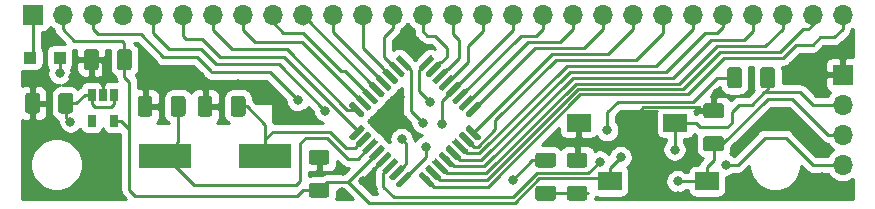
<source format=gtl>
G04 #@! TF.GenerationSoftware,KiCad,Pcbnew,5.1.2-f72e74a~84~ubuntu18.04.1*
G04 #@! TF.CreationDate,2019-07-20T11:54:10-04:00*
G04 #@! TF.ProjectId,stm32G0_basic,73746d33-3247-4305-9f62-617369632e6b,rev?*
G04 #@! TF.SameCoordinates,Original*
G04 #@! TF.FileFunction,Copper,L1,Top*
G04 #@! TF.FilePolarity,Positive*
%FSLAX46Y46*%
G04 Gerber Fmt 4.6, Leading zero omitted, Abs format (unit mm)*
G04 Created by KiCad (PCBNEW 5.1.2-f72e74a~84~ubuntu18.04.1) date 2019-07-20 11:54:10*
%MOMM*%
%LPD*%
G04 APERTURE LIST*
%ADD10R,1.000000X1.000000*%
%ADD11R,1.700000X1.700000*%
%ADD12O,1.700000X1.700000*%
%ADD13R,4.500000X2.000000*%
%ADD14C,0.100000*%
%ADD15C,1.250000*%
%ADD16R,2.000000X1.500000*%
%ADD17C,0.500000*%
%ADD18R,0.650000X1.060000*%
%ADD19C,0.800000*%
%ADD20C,0.250000*%
%ADD21C,0.254000*%
G04 APERTURE END LIST*
D10*
X103891400Y-105232200D03*
X101391400Y-105232200D03*
D11*
X101600000Y-101600000D03*
D12*
X104140000Y-101600000D03*
X106680000Y-101600000D03*
X109220000Y-101600000D03*
X111760000Y-101600000D03*
X114300000Y-101600000D03*
X116840000Y-101600000D03*
X119380000Y-101600000D03*
X121920000Y-101600000D03*
X124460000Y-101600000D03*
X127000000Y-101600000D03*
X129540000Y-101600000D03*
X132080000Y-101600000D03*
X134620000Y-101600000D03*
X137160000Y-101600000D03*
X139700000Y-101600000D03*
X142240000Y-101600000D03*
X144780000Y-101600000D03*
X147320000Y-101600000D03*
X149860000Y-101600000D03*
X152400000Y-101600000D03*
X154940000Y-101600000D03*
X157480000Y-101600000D03*
X160020000Y-101600000D03*
X162560000Y-101600000D03*
X165100000Y-101600000D03*
X167640000Y-101600000D03*
X170180000Y-101600000D03*
D13*
X112785000Y-113538000D03*
X121285000Y-113538000D03*
D14*
G36*
X109777904Y-104536204D02*
G01*
X109802173Y-104539804D01*
X109825971Y-104545765D01*
X109849071Y-104554030D01*
X109871249Y-104564520D01*
X109892293Y-104577133D01*
X109911998Y-104591747D01*
X109930177Y-104608223D01*
X109946653Y-104626402D01*
X109961267Y-104646107D01*
X109973880Y-104667151D01*
X109984370Y-104689329D01*
X109992635Y-104712429D01*
X109998596Y-104736227D01*
X110002196Y-104760496D01*
X110003400Y-104785000D01*
X110003400Y-106035000D01*
X110002196Y-106059504D01*
X109998596Y-106083773D01*
X109992635Y-106107571D01*
X109984370Y-106130671D01*
X109973880Y-106152849D01*
X109961267Y-106173893D01*
X109946653Y-106193598D01*
X109930177Y-106211777D01*
X109911998Y-106228253D01*
X109892293Y-106242867D01*
X109871249Y-106255480D01*
X109849071Y-106265970D01*
X109825971Y-106274235D01*
X109802173Y-106280196D01*
X109777904Y-106283796D01*
X109753400Y-106285000D01*
X109003400Y-106285000D01*
X108978896Y-106283796D01*
X108954627Y-106280196D01*
X108930829Y-106274235D01*
X108907729Y-106265970D01*
X108885551Y-106255480D01*
X108864507Y-106242867D01*
X108844802Y-106228253D01*
X108826623Y-106211777D01*
X108810147Y-106193598D01*
X108795533Y-106173893D01*
X108782920Y-106152849D01*
X108772430Y-106130671D01*
X108764165Y-106107571D01*
X108758204Y-106083773D01*
X108754604Y-106059504D01*
X108753400Y-106035000D01*
X108753400Y-104785000D01*
X108754604Y-104760496D01*
X108758204Y-104736227D01*
X108764165Y-104712429D01*
X108772430Y-104689329D01*
X108782920Y-104667151D01*
X108795533Y-104646107D01*
X108810147Y-104626402D01*
X108826623Y-104608223D01*
X108844802Y-104591747D01*
X108864507Y-104577133D01*
X108885551Y-104564520D01*
X108907729Y-104554030D01*
X108930829Y-104545765D01*
X108954627Y-104539804D01*
X108978896Y-104536204D01*
X109003400Y-104535000D01*
X109753400Y-104535000D01*
X109777904Y-104536204D01*
X109777904Y-104536204D01*
G37*
D15*
X109378400Y-105410000D03*
D14*
G36*
X106977904Y-104536204D02*
G01*
X107002173Y-104539804D01*
X107025971Y-104545765D01*
X107049071Y-104554030D01*
X107071249Y-104564520D01*
X107092293Y-104577133D01*
X107111998Y-104591747D01*
X107130177Y-104608223D01*
X107146653Y-104626402D01*
X107161267Y-104646107D01*
X107173880Y-104667151D01*
X107184370Y-104689329D01*
X107192635Y-104712429D01*
X107198596Y-104736227D01*
X107202196Y-104760496D01*
X107203400Y-104785000D01*
X107203400Y-106035000D01*
X107202196Y-106059504D01*
X107198596Y-106083773D01*
X107192635Y-106107571D01*
X107184370Y-106130671D01*
X107173880Y-106152849D01*
X107161267Y-106173893D01*
X107146653Y-106193598D01*
X107130177Y-106211777D01*
X107111998Y-106228253D01*
X107092293Y-106242867D01*
X107071249Y-106255480D01*
X107049071Y-106265970D01*
X107025971Y-106274235D01*
X107002173Y-106280196D01*
X106977904Y-106283796D01*
X106953400Y-106285000D01*
X106203400Y-106285000D01*
X106178896Y-106283796D01*
X106154627Y-106280196D01*
X106130829Y-106274235D01*
X106107729Y-106265970D01*
X106085551Y-106255480D01*
X106064507Y-106242867D01*
X106044802Y-106228253D01*
X106026623Y-106211777D01*
X106010147Y-106193598D01*
X105995533Y-106173893D01*
X105982920Y-106152849D01*
X105972430Y-106130671D01*
X105964165Y-106107571D01*
X105958204Y-106083773D01*
X105954604Y-106059504D01*
X105953400Y-106035000D01*
X105953400Y-104785000D01*
X105954604Y-104760496D01*
X105958204Y-104736227D01*
X105964165Y-104712429D01*
X105972430Y-104689329D01*
X105982920Y-104667151D01*
X105995533Y-104646107D01*
X106010147Y-104626402D01*
X106026623Y-104608223D01*
X106044802Y-104591747D01*
X106064507Y-104577133D01*
X106085551Y-104564520D01*
X106107729Y-104554030D01*
X106130829Y-104545765D01*
X106154627Y-104539804D01*
X106178896Y-104536204D01*
X106203400Y-104535000D01*
X106953400Y-104535000D01*
X106977904Y-104536204D01*
X106977904Y-104536204D01*
G37*
D15*
X106578400Y-105410000D03*
D14*
G36*
X119404504Y-108473204D02*
G01*
X119428773Y-108476804D01*
X119452571Y-108482765D01*
X119475671Y-108491030D01*
X119497849Y-108501520D01*
X119518893Y-108514133D01*
X119538598Y-108528747D01*
X119556777Y-108545223D01*
X119573253Y-108563402D01*
X119587867Y-108583107D01*
X119600480Y-108604151D01*
X119610970Y-108626329D01*
X119619235Y-108649429D01*
X119625196Y-108673227D01*
X119628796Y-108697496D01*
X119630000Y-108722000D01*
X119630000Y-109972000D01*
X119628796Y-109996504D01*
X119625196Y-110020773D01*
X119619235Y-110044571D01*
X119610970Y-110067671D01*
X119600480Y-110089849D01*
X119587867Y-110110893D01*
X119573253Y-110130598D01*
X119556777Y-110148777D01*
X119538598Y-110165253D01*
X119518893Y-110179867D01*
X119497849Y-110192480D01*
X119475671Y-110202970D01*
X119452571Y-110211235D01*
X119428773Y-110217196D01*
X119404504Y-110220796D01*
X119380000Y-110222000D01*
X118630000Y-110222000D01*
X118605496Y-110220796D01*
X118581227Y-110217196D01*
X118557429Y-110211235D01*
X118534329Y-110202970D01*
X118512151Y-110192480D01*
X118491107Y-110179867D01*
X118471402Y-110165253D01*
X118453223Y-110148777D01*
X118436747Y-110130598D01*
X118422133Y-110110893D01*
X118409520Y-110089849D01*
X118399030Y-110067671D01*
X118390765Y-110044571D01*
X118384804Y-110020773D01*
X118381204Y-109996504D01*
X118380000Y-109972000D01*
X118380000Y-108722000D01*
X118381204Y-108697496D01*
X118384804Y-108673227D01*
X118390765Y-108649429D01*
X118399030Y-108626329D01*
X118409520Y-108604151D01*
X118422133Y-108583107D01*
X118436747Y-108563402D01*
X118453223Y-108545223D01*
X118471402Y-108528747D01*
X118491107Y-108514133D01*
X118512151Y-108501520D01*
X118534329Y-108491030D01*
X118557429Y-108482765D01*
X118581227Y-108476804D01*
X118605496Y-108473204D01*
X118630000Y-108472000D01*
X119380000Y-108472000D01*
X119404504Y-108473204D01*
X119404504Y-108473204D01*
G37*
D15*
X119005000Y-109347000D03*
D14*
G36*
X116604504Y-108473204D02*
G01*
X116628773Y-108476804D01*
X116652571Y-108482765D01*
X116675671Y-108491030D01*
X116697849Y-108501520D01*
X116718893Y-108514133D01*
X116738598Y-108528747D01*
X116756777Y-108545223D01*
X116773253Y-108563402D01*
X116787867Y-108583107D01*
X116800480Y-108604151D01*
X116810970Y-108626329D01*
X116819235Y-108649429D01*
X116825196Y-108673227D01*
X116828796Y-108697496D01*
X116830000Y-108722000D01*
X116830000Y-109972000D01*
X116828796Y-109996504D01*
X116825196Y-110020773D01*
X116819235Y-110044571D01*
X116810970Y-110067671D01*
X116800480Y-110089849D01*
X116787867Y-110110893D01*
X116773253Y-110130598D01*
X116756777Y-110148777D01*
X116738598Y-110165253D01*
X116718893Y-110179867D01*
X116697849Y-110192480D01*
X116675671Y-110202970D01*
X116652571Y-110211235D01*
X116628773Y-110217196D01*
X116604504Y-110220796D01*
X116580000Y-110222000D01*
X115830000Y-110222000D01*
X115805496Y-110220796D01*
X115781227Y-110217196D01*
X115757429Y-110211235D01*
X115734329Y-110202970D01*
X115712151Y-110192480D01*
X115691107Y-110179867D01*
X115671402Y-110165253D01*
X115653223Y-110148777D01*
X115636747Y-110130598D01*
X115622133Y-110110893D01*
X115609520Y-110089849D01*
X115599030Y-110067671D01*
X115590765Y-110044571D01*
X115584804Y-110020773D01*
X115581204Y-109996504D01*
X115580000Y-109972000D01*
X115580000Y-108722000D01*
X115581204Y-108697496D01*
X115584804Y-108673227D01*
X115590765Y-108649429D01*
X115599030Y-108626329D01*
X115609520Y-108604151D01*
X115622133Y-108583107D01*
X115636747Y-108563402D01*
X115653223Y-108545223D01*
X115671402Y-108528747D01*
X115691107Y-108514133D01*
X115712151Y-108501520D01*
X115734329Y-108491030D01*
X115757429Y-108482765D01*
X115781227Y-108476804D01*
X115805496Y-108473204D01*
X115830000Y-108472000D01*
X116580000Y-108472000D01*
X116604504Y-108473204D01*
X116604504Y-108473204D01*
G37*
D15*
X116205000Y-109347000D03*
D14*
G36*
X111524504Y-108473204D02*
G01*
X111548773Y-108476804D01*
X111572571Y-108482765D01*
X111595671Y-108491030D01*
X111617849Y-108501520D01*
X111638893Y-108514133D01*
X111658598Y-108528747D01*
X111676777Y-108545223D01*
X111693253Y-108563402D01*
X111707867Y-108583107D01*
X111720480Y-108604151D01*
X111730970Y-108626329D01*
X111739235Y-108649429D01*
X111745196Y-108673227D01*
X111748796Y-108697496D01*
X111750000Y-108722000D01*
X111750000Y-109972000D01*
X111748796Y-109996504D01*
X111745196Y-110020773D01*
X111739235Y-110044571D01*
X111730970Y-110067671D01*
X111720480Y-110089849D01*
X111707867Y-110110893D01*
X111693253Y-110130598D01*
X111676777Y-110148777D01*
X111658598Y-110165253D01*
X111638893Y-110179867D01*
X111617849Y-110192480D01*
X111595671Y-110202970D01*
X111572571Y-110211235D01*
X111548773Y-110217196D01*
X111524504Y-110220796D01*
X111500000Y-110222000D01*
X110750000Y-110222000D01*
X110725496Y-110220796D01*
X110701227Y-110217196D01*
X110677429Y-110211235D01*
X110654329Y-110202970D01*
X110632151Y-110192480D01*
X110611107Y-110179867D01*
X110591402Y-110165253D01*
X110573223Y-110148777D01*
X110556747Y-110130598D01*
X110542133Y-110110893D01*
X110529520Y-110089849D01*
X110519030Y-110067671D01*
X110510765Y-110044571D01*
X110504804Y-110020773D01*
X110501204Y-109996504D01*
X110500000Y-109972000D01*
X110500000Y-108722000D01*
X110501204Y-108697496D01*
X110504804Y-108673227D01*
X110510765Y-108649429D01*
X110519030Y-108626329D01*
X110529520Y-108604151D01*
X110542133Y-108583107D01*
X110556747Y-108563402D01*
X110573223Y-108545223D01*
X110591402Y-108528747D01*
X110611107Y-108514133D01*
X110632151Y-108501520D01*
X110654329Y-108491030D01*
X110677429Y-108482765D01*
X110701227Y-108476804D01*
X110725496Y-108473204D01*
X110750000Y-108472000D01*
X111500000Y-108472000D01*
X111524504Y-108473204D01*
X111524504Y-108473204D01*
G37*
D15*
X111125000Y-109347000D03*
D14*
G36*
X114324504Y-108473204D02*
G01*
X114348773Y-108476804D01*
X114372571Y-108482765D01*
X114395671Y-108491030D01*
X114417849Y-108501520D01*
X114438893Y-108514133D01*
X114458598Y-108528747D01*
X114476777Y-108545223D01*
X114493253Y-108563402D01*
X114507867Y-108583107D01*
X114520480Y-108604151D01*
X114530970Y-108626329D01*
X114539235Y-108649429D01*
X114545196Y-108673227D01*
X114548796Y-108697496D01*
X114550000Y-108722000D01*
X114550000Y-109972000D01*
X114548796Y-109996504D01*
X114545196Y-110020773D01*
X114539235Y-110044571D01*
X114530970Y-110067671D01*
X114520480Y-110089849D01*
X114507867Y-110110893D01*
X114493253Y-110130598D01*
X114476777Y-110148777D01*
X114458598Y-110165253D01*
X114438893Y-110179867D01*
X114417849Y-110192480D01*
X114395671Y-110202970D01*
X114372571Y-110211235D01*
X114348773Y-110217196D01*
X114324504Y-110220796D01*
X114300000Y-110222000D01*
X113550000Y-110222000D01*
X113525496Y-110220796D01*
X113501227Y-110217196D01*
X113477429Y-110211235D01*
X113454329Y-110202970D01*
X113432151Y-110192480D01*
X113411107Y-110179867D01*
X113391402Y-110165253D01*
X113373223Y-110148777D01*
X113356747Y-110130598D01*
X113342133Y-110110893D01*
X113329520Y-110089849D01*
X113319030Y-110067671D01*
X113310765Y-110044571D01*
X113304804Y-110020773D01*
X113301204Y-109996504D01*
X113300000Y-109972000D01*
X113300000Y-108722000D01*
X113301204Y-108697496D01*
X113304804Y-108673227D01*
X113310765Y-108649429D01*
X113319030Y-108626329D01*
X113329520Y-108604151D01*
X113342133Y-108583107D01*
X113356747Y-108563402D01*
X113373223Y-108545223D01*
X113391402Y-108528747D01*
X113411107Y-108514133D01*
X113432151Y-108501520D01*
X113454329Y-108491030D01*
X113477429Y-108482765D01*
X113501227Y-108476804D01*
X113525496Y-108473204D01*
X113550000Y-108472000D01*
X114300000Y-108472000D01*
X114324504Y-108473204D01*
X114324504Y-108473204D01*
G37*
D15*
X113925000Y-109347000D03*
D14*
G36*
X104799504Y-108219204D02*
G01*
X104823773Y-108222804D01*
X104847571Y-108228765D01*
X104870671Y-108237030D01*
X104892849Y-108247520D01*
X104913893Y-108260133D01*
X104933598Y-108274747D01*
X104951777Y-108291223D01*
X104968253Y-108309402D01*
X104982867Y-108329107D01*
X104995480Y-108350151D01*
X105005970Y-108372329D01*
X105014235Y-108395429D01*
X105020196Y-108419227D01*
X105023796Y-108443496D01*
X105025000Y-108468000D01*
X105025000Y-109718000D01*
X105023796Y-109742504D01*
X105020196Y-109766773D01*
X105014235Y-109790571D01*
X105005970Y-109813671D01*
X104995480Y-109835849D01*
X104982867Y-109856893D01*
X104968253Y-109876598D01*
X104951777Y-109894777D01*
X104933598Y-109911253D01*
X104913893Y-109925867D01*
X104892849Y-109938480D01*
X104870671Y-109948970D01*
X104847571Y-109957235D01*
X104823773Y-109963196D01*
X104799504Y-109966796D01*
X104775000Y-109968000D01*
X104025000Y-109968000D01*
X104000496Y-109966796D01*
X103976227Y-109963196D01*
X103952429Y-109957235D01*
X103929329Y-109948970D01*
X103907151Y-109938480D01*
X103886107Y-109925867D01*
X103866402Y-109911253D01*
X103848223Y-109894777D01*
X103831747Y-109876598D01*
X103817133Y-109856893D01*
X103804520Y-109835849D01*
X103794030Y-109813671D01*
X103785765Y-109790571D01*
X103779804Y-109766773D01*
X103776204Y-109742504D01*
X103775000Y-109718000D01*
X103775000Y-108468000D01*
X103776204Y-108443496D01*
X103779804Y-108419227D01*
X103785765Y-108395429D01*
X103794030Y-108372329D01*
X103804520Y-108350151D01*
X103817133Y-108329107D01*
X103831747Y-108309402D01*
X103848223Y-108291223D01*
X103866402Y-108274747D01*
X103886107Y-108260133D01*
X103907151Y-108247520D01*
X103929329Y-108237030D01*
X103952429Y-108228765D01*
X103976227Y-108222804D01*
X104000496Y-108219204D01*
X104025000Y-108218000D01*
X104775000Y-108218000D01*
X104799504Y-108219204D01*
X104799504Y-108219204D01*
G37*
D15*
X104400000Y-109093000D03*
D14*
G36*
X101999504Y-108219204D02*
G01*
X102023773Y-108222804D01*
X102047571Y-108228765D01*
X102070671Y-108237030D01*
X102092849Y-108247520D01*
X102113893Y-108260133D01*
X102133598Y-108274747D01*
X102151777Y-108291223D01*
X102168253Y-108309402D01*
X102182867Y-108329107D01*
X102195480Y-108350151D01*
X102205970Y-108372329D01*
X102214235Y-108395429D01*
X102220196Y-108419227D01*
X102223796Y-108443496D01*
X102225000Y-108468000D01*
X102225000Y-109718000D01*
X102223796Y-109742504D01*
X102220196Y-109766773D01*
X102214235Y-109790571D01*
X102205970Y-109813671D01*
X102195480Y-109835849D01*
X102182867Y-109856893D01*
X102168253Y-109876598D01*
X102151777Y-109894777D01*
X102133598Y-109911253D01*
X102113893Y-109925867D01*
X102092849Y-109938480D01*
X102070671Y-109948970D01*
X102047571Y-109957235D01*
X102023773Y-109963196D01*
X101999504Y-109966796D01*
X101975000Y-109968000D01*
X101225000Y-109968000D01*
X101200496Y-109966796D01*
X101176227Y-109963196D01*
X101152429Y-109957235D01*
X101129329Y-109948970D01*
X101107151Y-109938480D01*
X101086107Y-109925867D01*
X101066402Y-109911253D01*
X101048223Y-109894777D01*
X101031747Y-109876598D01*
X101017133Y-109856893D01*
X101004520Y-109835849D01*
X100994030Y-109813671D01*
X100985765Y-109790571D01*
X100979804Y-109766773D01*
X100976204Y-109742504D01*
X100975000Y-109718000D01*
X100975000Y-108468000D01*
X100976204Y-108443496D01*
X100979804Y-108419227D01*
X100985765Y-108395429D01*
X100994030Y-108372329D01*
X101004520Y-108350151D01*
X101017133Y-108329107D01*
X101031747Y-108309402D01*
X101048223Y-108291223D01*
X101066402Y-108274747D01*
X101086107Y-108260133D01*
X101107151Y-108247520D01*
X101129329Y-108237030D01*
X101152429Y-108228765D01*
X101176227Y-108222804D01*
X101200496Y-108219204D01*
X101225000Y-108218000D01*
X101975000Y-108218000D01*
X101999504Y-108219204D01*
X101999504Y-108219204D01*
G37*
D15*
X101600000Y-109093000D03*
D14*
G36*
X126506504Y-113041204D02*
G01*
X126530773Y-113044804D01*
X126554571Y-113050765D01*
X126577671Y-113059030D01*
X126599849Y-113069520D01*
X126620893Y-113082133D01*
X126640598Y-113096747D01*
X126658777Y-113113223D01*
X126675253Y-113131402D01*
X126689867Y-113151107D01*
X126702480Y-113172151D01*
X126712970Y-113194329D01*
X126721235Y-113217429D01*
X126727196Y-113241227D01*
X126730796Y-113265496D01*
X126732000Y-113290000D01*
X126732000Y-114040000D01*
X126730796Y-114064504D01*
X126727196Y-114088773D01*
X126721235Y-114112571D01*
X126712970Y-114135671D01*
X126702480Y-114157849D01*
X126689867Y-114178893D01*
X126675253Y-114198598D01*
X126658777Y-114216777D01*
X126640598Y-114233253D01*
X126620893Y-114247867D01*
X126599849Y-114260480D01*
X126577671Y-114270970D01*
X126554571Y-114279235D01*
X126530773Y-114285196D01*
X126506504Y-114288796D01*
X126482000Y-114290000D01*
X125232000Y-114290000D01*
X125207496Y-114288796D01*
X125183227Y-114285196D01*
X125159429Y-114279235D01*
X125136329Y-114270970D01*
X125114151Y-114260480D01*
X125093107Y-114247867D01*
X125073402Y-114233253D01*
X125055223Y-114216777D01*
X125038747Y-114198598D01*
X125024133Y-114178893D01*
X125011520Y-114157849D01*
X125001030Y-114135671D01*
X124992765Y-114112571D01*
X124986804Y-114088773D01*
X124983204Y-114064504D01*
X124982000Y-114040000D01*
X124982000Y-113290000D01*
X124983204Y-113265496D01*
X124986804Y-113241227D01*
X124992765Y-113217429D01*
X125001030Y-113194329D01*
X125011520Y-113172151D01*
X125024133Y-113151107D01*
X125038747Y-113131402D01*
X125055223Y-113113223D01*
X125073402Y-113096747D01*
X125093107Y-113082133D01*
X125114151Y-113069520D01*
X125136329Y-113059030D01*
X125159429Y-113050765D01*
X125183227Y-113044804D01*
X125207496Y-113041204D01*
X125232000Y-113040000D01*
X126482000Y-113040000D01*
X126506504Y-113041204D01*
X126506504Y-113041204D01*
G37*
D15*
X125857000Y-113665000D03*
D14*
G36*
X126506504Y-115841204D02*
G01*
X126530773Y-115844804D01*
X126554571Y-115850765D01*
X126577671Y-115859030D01*
X126599849Y-115869520D01*
X126620893Y-115882133D01*
X126640598Y-115896747D01*
X126658777Y-115913223D01*
X126675253Y-115931402D01*
X126689867Y-115951107D01*
X126702480Y-115972151D01*
X126712970Y-115994329D01*
X126721235Y-116017429D01*
X126727196Y-116041227D01*
X126730796Y-116065496D01*
X126732000Y-116090000D01*
X126732000Y-116840000D01*
X126730796Y-116864504D01*
X126727196Y-116888773D01*
X126721235Y-116912571D01*
X126712970Y-116935671D01*
X126702480Y-116957849D01*
X126689867Y-116978893D01*
X126675253Y-116998598D01*
X126658777Y-117016777D01*
X126640598Y-117033253D01*
X126620893Y-117047867D01*
X126599849Y-117060480D01*
X126577671Y-117070970D01*
X126554571Y-117079235D01*
X126530773Y-117085196D01*
X126506504Y-117088796D01*
X126482000Y-117090000D01*
X125232000Y-117090000D01*
X125207496Y-117088796D01*
X125183227Y-117085196D01*
X125159429Y-117079235D01*
X125136329Y-117070970D01*
X125114151Y-117060480D01*
X125093107Y-117047867D01*
X125073402Y-117033253D01*
X125055223Y-117016777D01*
X125038747Y-116998598D01*
X125024133Y-116978893D01*
X125011520Y-116957849D01*
X125001030Y-116935671D01*
X124992765Y-116912571D01*
X124986804Y-116888773D01*
X124983204Y-116864504D01*
X124982000Y-116840000D01*
X124982000Y-116090000D01*
X124983204Y-116065496D01*
X124986804Y-116041227D01*
X124992765Y-116017429D01*
X125001030Y-115994329D01*
X125011520Y-115972151D01*
X125024133Y-115951107D01*
X125038747Y-115931402D01*
X125055223Y-115913223D01*
X125073402Y-115896747D01*
X125093107Y-115882133D01*
X125114151Y-115869520D01*
X125136329Y-115859030D01*
X125159429Y-115850765D01*
X125183227Y-115844804D01*
X125207496Y-115841204D01*
X125232000Y-115840000D01*
X126482000Y-115840000D01*
X126506504Y-115841204D01*
X126506504Y-115841204D01*
G37*
D15*
X125857000Y-116465000D03*
D14*
G36*
X148350504Y-113295204D02*
G01*
X148374773Y-113298804D01*
X148398571Y-113304765D01*
X148421671Y-113313030D01*
X148443849Y-113323520D01*
X148464893Y-113336133D01*
X148484598Y-113350747D01*
X148502777Y-113367223D01*
X148519253Y-113385402D01*
X148533867Y-113405107D01*
X148546480Y-113426151D01*
X148556970Y-113448329D01*
X148565235Y-113471429D01*
X148571196Y-113495227D01*
X148574796Y-113519496D01*
X148576000Y-113544000D01*
X148576000Y-114294000D01*
X148574796Y-114318504D01*
X148571196Y-114342773D01*
X148565235Y-114366571D01*
X148556970Y-114389671D01*
X148546480Y-114411849D01*
X148533867Y-114432893D01*
X148519253Y-114452598D01*
X148502777Y-114470777D01*
X148484598Y-114487253D01*
X148464893Y-114501867D01*
X148443849Y-114514480D01*
X148421671Y-114524970D01*
X148398571Y-114533235D01*
X148374773Y-114539196D01*
X148350504Y-114542796D01*
X148326000Y-114544000D01*
X147076000Y-114544000D01*
X147051496Y-114542796D01*
X147027227Y-114539196D01*
X147003429Y-114533235D01*
X146980329Y-114524970D01*
X146958151Y-114514480D01*
X146937107Y-114501867D01*
X146917402Y-114487253D01*
X146899223Y-114470777D01*
X146882747Y-114452598D01*
X146868133Y-114432893D01*
X146855520Y-114411849D01*
X146845030Y-114389671D01*
X146836765Y-114366571D01*
X146830804Y-114342773D01*
X146827204Y-114318504D01*
X146826000Y-114294000D01*
X146826000Y-113544000D01*
X146827204Y-113519496D01*
X146830804Y-113495227D01*
X146836765Y-113471429D01*
X146845030Y-113448329D01*
X146855520Y-113426151D01*
X146868133Y-113405107D01*
X146882747Y-113385402D01*
X146899223Y-113367223D01*
X146917402Y-113350747D01*
X146937107Y-113336133D01*
X146958151Y-113323520D01*
X146980329Y-113313030D01*
X147003429Y-113304765D01*
X147027227Y-113298804D01*
X147051496Y-113295204D01*
X147076000Y-113294000D01*
X148326000Y-113294000D01*
X148350504Y-113295204D01*
X148350504Y-113295204D01*
G37*
D15*
X147701000Y-113919000D03*
D14*
G36*
X148350504Y-116095204D02*
G01*
X148374773Y-116098804D01*
X148398571Y-116104765D01*
X148421671Y-116113030D01*
X148443849Y-116123520D01*
X148464893Y-116136133D01*
X148484598Y-116150747D01*
X148502777Y-116167223D01*
X148519253Y-116185402D01*
X148533867Y-116205107D01*
X148546480Y-116226151D01*
X148556970Y-116248329D01*
X148565235Y-116271429D01*
X148571196Y-116295227D01*
X148574796Y-116319496D01*
X148576000Y-116344000D01*
X148576000Y-117094000D01*
X148574796Y-117118504D01*
X148571196Y-117142773D01*
X148565235Y-117166571D01*
X148556970Y-117189671D01*
X148546480Y-117211849D01*
X148533867Y-117232893D01*
X148519253Y-117252598D01*
X148502777Y-117270777D01*
X148484598Y-117287253D01*
X148464893Y-117301867D01*
X148443849Y-117314480D01*
X148421671Y-117324970D01*
X148398571Y-117333235D01*
X148374773Y-117339196D01*
X148350504Y-117342796D01*
X148326000Y-117344000D01*
X147076000Y-117344000D01*
X147051496Y-117342796D01*
X147027227Y-117339196D01*
X147003429Y-117333235D01*
X146980329Y-117324970D01*
X146958151Y-117314480D01*
X146937107Y-117301867D01*
X146917402Y-117287253D01*
X146899223Y-117270777D01*
X146882747Y-117252598D01*
X146868133Y-117232893D01*
X146855520Y-117211849D01*
X146845030Y-117189671D01*
X146836765Y-117166571D01*
X146830804Y-117142773D01*
X146827204Y-117118504D01*
X146826000Y-117094000D01*
X146826000Y-116344000D01*
X146827204Y-116319496D01*
X146830804Y-116295227D01*
X146836765Y-116271429D01*
X146845030Y-116248329D01*
X146855520Y-116226151D01*
X146868133Y-116205107D01*
X146882747Y-116185402D01*
X146899223Y-116167223D01*
X146917402Y-116150747D01*
X146937107Y-116136133D01*
X146958151Y-116123520D01*
X146980329Y-116113030D01*
X147003429Y-116104765D01*
X147027227Y-116098804D01*
X147051496Y-116095204D01*
X147076000Y-116094000D01*
X148326000Y-116094000D01*
X148350504Y-116095204D01*
X148350504Y-116095204D01*
G37*
D15*
X147701000Y-116719000D03*
D11*
X170180000Y-106680000D03*
D12*
X170180000Y-109220000D03*
X170180000Y-111760000D03*
X170180000Y-114300000D03*
D14*
G36*
X159907504Y-111904204D02*
G01*
X159931773Y-111907804D01*
X159955571Y-111913765D01*
X159978671Y-111922030D01*
X160000849Y-111932520D01*
X160021893Y-111945133D01*
X160041598Y-111959747D01*
X160059777Y-111976223D01*
X160076253Y-111994402D01*
X160090867Y-112014107D01*
X160103480Y-112035151D01*
X160113970Y-112057329D01*
X160122235Y-112080429D01*
X160128196Y-112104227D01*
X160131796Y-112128496D01*
X160133000Y-112153000D01*
X160133000Y-112903000D01*
X160131796Y-112927504D01*
X160128196Y-112951773D01*
X160122235Y-112975571D01*
X160113970Y-112998671D01*
X160103480Y-113020849D01*
X160090867Y-113041893D01*
X160076253Y-113061598D01*
X160059777Y-113079777D01*
X160041598Y-113096253D01*
X160021893Y-113110867D01*
X160000849Y-113123480D01*
X159978671Y-113133970D01*
X159955571Y-113142235D01*
X159931773Y-113148196D01*
X159907504Y-113151796D01*
X159883000Y-113153000D01*
X158633000Y-113153000D01*
X158608496Y-113151796D01*
X158584227Y-113148196D01*
X158560429Y-113142235D01*
X158537329Y-113133970D01*
X158515151Y-113123480D01*
X158494107Y-113110867D01*
X158474402Y-113096253D01*
X158456223Y-113079777D01*
X158439747Y-113061598D01*
X158425133Y-113041893D01*
X158412520Y-113020849D01*
X158402030Y-112998671D01*
X158393765Y-112975571D01*
X158387804Y-112951773D01*
X158384204Y-112927504D01*
X158383000Y-112903000D01*
X158383000Y-112153000D01*
X158384204Y-112128496D01*
X158387804Y-112104227D01*
X158393765Y-112080429D01*
X158402030Y-112057329D01*
X158412520Y-112035151D01*
X158425133Y-112014107D01*
X158439747Y-111994402D01*
X158456223Y-111976223D01*
X158474402Y-111959747D01*
X158494107Y-111945133D01*
X158515151Y-111932520D01*
X158537329Y-111922030D01*
X158560429Y-111913765D01*
X158584227Y-111907804D01*
X158608496Y-111904204D01*
X158633000Y-111903000D01*
X159883000Y-111903000D01*
X159907504Y-111904204D01*
X159907504Y-111904204D01*
G37*
D15*
X159258000Y-112528000D03*
D14*
G36*
X159907504Y-109104204D02*
G01*
X159931773Y-109107804D01*
X159955571Y-109113765D01*
X159978671Y-109122030D01*
X160000849Y-109132520D01*
X160021893Y-109145133D01*
X160041598Y-109159747D01*
X160059777Y-109176223D01*
X160076253Y-109194402D01*
X160090867Y-109214107D01*
X160103480Y-109235151D01*
X160113970Y-109257329D01*
X160122235Y-109280429D01*
X160128196Y-109304227D01*
X160131796Y-109328496D01*
X160133000Y-109353000D01*
X160133000Y-110103000D01*
X160131796Y-110127504D01*
X160128196Y-110151773D01*
X160122235Y-110175571D01*
X160113970Y-110198671D01*
X160103480Y-110220849D01*
X160090867Y-110241893D01*
X160076253Y-110261598D01*
X160059777Y-110279777D01*
X160041598Y-110296253D01*
X160021893Y-110310867D01*
X160000849Y-110323480D01*
X159978671Y-110333970D01*
X159955571Y-110342235D01*
X159931773Y-110348196D01*
X159907504Y-110351796D01*
X159883000Y-110353000D01*
X158633000Y-110353000D01*
X158608496Y-110351796D01*
X158584227Y-110348196D01*
X158560429Y-110342235D01*
X158537329Y-110333970D01*
X158515151Y-110323480D01*
X158494107Y-110310867D01*
X158474402Y-110296253D01*
X158456223Y-110279777D01*
X158439747Y-110261598D01*
X158425133Y-110241893D01*
X158412520Y-110220849D01*
X158402030Y-110198671D01*
X158393765Y-110175571D01*
X158387804Y-110151773D01*
X158384204Y-110127504D01*
X158383000Y-110103000D01*
X158383000Y-109353000D01*
X158384204Y-109328496D01*
X158387804Y-109304227D01*
X158393765Y-109280429D01*
X158402030Y-109257329D01*
X158412520Y-109235151D01*
X158425133Y-109214107D01*
X158439747Y-109194402D01*
X158456223Y-109176223D01*
X158474402Y-109159747D01*
X158494107Y-109145133D01*
X158515151Y-109132520D01*
X158537329Y-109122030D01*
X158560429Y-109113765D01*
X158584227Y-109107804D01*
X158608496Y-109104204D01*
X158633000Y-109103000D01*
X159883000Y-109103000D01*
X159907504Y-109104204D01*
X159907504Y-109104204D01*
G37*
D15*
X159258000Y-109728000D03*
D14*
G36*
X145683504Y-113292204D02*
G01*
X145707773Y-113295804D01*
X145731571Y-113301765D01*
X145754671Y-113310030D01*
X145776849Y-113320520D01*
X145797893Y-113333133D01*
X145817598Y-113347747D01*
X145835777Y-113364223D01*
X145852253Y-113382402D01*
X145866867Y-113402107D01*
X145879480Y-113423151D01*
X145889970Y-113445329D01*
X145898235Y-113468429D01*
X145904196Y-113492227D01*
X145907796Y-113516496D01*
X145909000Y-113541000D01*
X145909000Y-114291000D01*
X145907796Y-114315504D01*
X145904196Y-114339773D01*
X145898235Y-114363571D01*
X145889970Y-114386671D01*
X145879480Y-114408849D01*
X145866867Y-114429893D01*
X145852253Y-114449598D01*
X145835777Y-114467777D01*
X145817598Y-114484253D01*
X145797893Y-114498867D01*
X145776849Y-114511480D01*
X145754671Y-114521970D01*
X145731571Y-114530235D01*
X145707773Y-114536196D01*
X145683504Y-114539796D01*
X145659000Y-114541000D01*
X144409000Y-114541000D01*
X144384496Y-114539796D01*
X144360227Y-114536196D01*
X144336429Y-114530235D01*
X144313329Y-114521970D01*
X144291151Y-114511480D01*
X144270107Y-114498867D01*
X144250402Y-114484253D01*
X144232223Y-114467777D01*
X144215747Y-114449598D01*
X144201133Y-114429893D01*
X144188520Y-114408849D01*
X144178030Y-114386671D01*
X144169765Y-114363571D01*
X144163804Y-114339773D01*
X144160204Y-114315504D01*
X144159000Y-114291000D01*
X144159000Y-113541000D01*
X144160204Y-113516496D01*
X144163804Y-113492227D01*
X144169765Y-113468429D01*
X144178030Y-113445329D01*
X144188520Y-113423151D01*
X144201133Y-113402107D01*
X144215747Y-113382402D01*
X144232223Y-113364223D01*
X144250402Y-113347747D01*
X144270107Y-113333133D01*
X144291151Y-113320520D01*
X144313329Y-113310030D01*
X144336429Y-113301765D01*
X144360227Y-113295804D01*
X144384496Y-113292204D01*
X144409000Y-113291000D01*
X145659000Y-113291000D01*
X145683504Y-113292204D01*
X145683504Y-113292204D01*
G37*
D15*
X145034000Y-113916000D03*
D14*
G36*
X145683504Y-116092204D02*
G01*
X145707773Y-116095804D01*
X145731571Y-116101765D01*
X145754671Y-116110030D01*
X145776849Y-116120520D01*
X145797893Y-116133133D01*
X145817598Y-116147747D01*
X145835777Y-116164223D01*
X145852253Y-116182402D01*
X145866867Y-116202107D01*
X145879480Y-116223151D01*
X145889970Y-116245329D01*
X145898235Y-116268429D01*
X145904196Y-116292227D01*
X145907796Y-116316496D01*
X145909000Y-116341000D01*
X145909000Y-117091000D01*
X145907796Y-117115504D01*
X145904196Y-117139773D01*
X145898235Y-117163571D01*
X145889970Y-117186671D01*
X145879480Y-117208849D01*
X145866867Y-117229893D01*
X145852253Y-117249598D01*
X145835777Y-117267777D01*
X145817598Y-117284253D01*
X145797893Y-117298867D01*
X145776849Y-117311480D01*
X145754671Y-117321970D01*
X145731571Y-117330235D01*
X145707773Y-117336196D01*
X145683504Y-117339796D01*
X145659000Y-117341000D01*
X144409000Y-117341000D01*
X144384496Y-117339796D01*
X144360227Y-117336196D01*
X144336429Y-117330235D01*
X144313329Y-117321970D01*
X144291151Y-117311480D01*
X144270107Y-117298867D01*
X144250402Y-117284253D01*
X144232223Y-117267777D01*
X144215747Y-117249598D01*
X144201133Y-117229893D01*
X144188520Y-117208849D01*
X144178030Y-117186671D01*
X144169765Y-117163571D01*
X144163804Y-117139773D01*
X144160204Y-117115504D01*
X144159000Y-117091000D01*
X144159000Y-116341000D01*
X144160204Y-116316496D01*
X144163804Y-116292227D01*
X144169765Y-116268429D01*
X144178030Y-116245329D01*
X144188520Y-116223151D01*
X144201133Y-116202107D01*
X144215747Y-116182402D01*
X144232223Y-116164223D01*
X144250402Y-116147747D01*
X144270107Y-116133133D01*
X144291151Y-116120520D01*
X144313329Y-116110030D01*
X144336429Y-116101765D01*
X144360227Y-116095804D01*
X144384496Y-116092204D01*
X144409000Y-116091000D01*
X145659000Y-116091000D01*
X145683504Y-116092204D01*
X145683504Y-116092204D01*
G37*
D15*
X145034000Y-116716000D03*
D14*
G36*
X164235504Y-106060204D02*
G01*
X164259773Y-106063804D01*
X164283571Y-106069765D01*
X164306671Y-106078030D01*
X164328849Y-106088520D01*
X164349893Y-106101133D01*
X164369598Y-106115747D01*
X164387777Y-106132223D01*
X164404253Y-106150402D01*
X164418867Y-106170107D01*
X164431480Y-106191151D01*
X164441970Y-106213329D01*
X164450235Y-106236429D01*
X164456196Y-106260227D01*
X164459796Y-106284496D01*
X164461000Y-106309000D01*
X164461000Y-107559000D01*
X164459796Y-107583504D01*
X164456196Y-107607773D01*
X164450235Y-107631571D01*
X164441970Y-107654671D01*
X164431480Y-107676849D01*
X164418867Y-107697893D01*
X164404253Y-107717598D01*
X164387777Y-107735777D01*
X164369598Y-107752253D01*
X164349893Y-107766867D01*
X164328849Y-107779480D01*
X164306671Y-107789970D01*
X164283571Y-107798235D01*
X164259773Y-107804196D01*
X164235504Y-107807796D01*
X164211000Y-107809000D01*
X163461000Y-107809000D01*
X163436496Y-107807796D01*
X163412227Y-107804196D01*
X163388429Y-107798235D01*
X163365329Y-107789970D01*
X163343151Y-107779480D01*
X163322107Y-107766867D01*
X163302402Y-107752253D01*
X163284223Y-107735777D01*
X163267747Y-107717598D01*
X163253133Y-107697893D01*
X163240520Y-107676849D01*
X163230030Y-107654671D01*
X163221765Y-107631571D01*
X163215804Y-107607773D01*
X163212204Y-107583504D01*
X163211000Y-107559000D01*
X163211000Y-106309000D01*
X163212204Y-106284496D01*
X163215804Y-106260227D01*
X163221765Y-106236429D01*
X163230030Y-106213329D01*
X163240520Y-106191151D01*
X163253133Y-106170107D01*
X163267747Y-106150402D01*
X163284223Y-106132223D01*
X163302402Y-106115747D01*
X163322107Y-106101133D01*
X163343151Y-106088520D01*
X163365329Y-106078030D01*
X163388429Y-106069765D01*
X163412227Y-106063804D01*
X163436496Y-106060204D01*
X163461000Y-106059000D01*
X164211000Y-106059000D01*
X164235504Y-106060204D01*
X164235504Y-106060204D01*
G37*
D15*
X163836000Y-106934000D03*
D14*
G36*
X161435504Y-106060204D02*
G01*
X161459773Y-106063804D01*
X161483571Y-106069765D01*
X161506671Y-106078030D01*
X161528849Y-106088520D01*
X161549893Y-106101133D01*
X161569598Y-106115747D01*
X161587777Y-106132223D01*
X161604253Y-106150402D01*
X161618867Y-106170107D01*
X161631480Y-106191151D01*
X161641970Y-106213329D01*
X161650235Y-106236429D01*
X161656196Y-106260227D01*
X161659796Y-106284496D01*
X161661000Y-106309000D01*
X161661000Y-107559000D01*
X161659796Y-107583504D01*
X161656196Y-107607773D01*
X161650235Y-107631571D01*
X161641970Y-107654671D01*
X161631480Y-107676849D01*
X161618867Y-107697893D01*
X161604253Y-107717598D01*
X161587777Y-107735777D01*
X161569598Y-107752253D01*
X161549893Y-107766867D01*
X161528849Y-107779480D01*
X161506671Y-107789970D01*
X161483571Y-107798235D01*
X161459773Y-107804196D01*
X161435504Y-107807796D01*
X161411000Y-107809000D01*
X160661000Y-107809000D01*
X160636496Y-107807796D01*
X160612227Y-107804196D01*
X160588429Y-107798235D01*
X160565329Y-107789970D01*
X160543151Y-107779480D01*
X160522107Y-107766867D01*
X160502402Y-107752253D01*
X160484223Y-107735777D01*
X160467747Y-107717598D01*
X160453133Y-107697893D01*
X160440520Y-107676849D01*
X160430030Y-107654671D01*
X160421765Y-107631571D01*
X160415804Y-107607773D01*
X160412204Y-107583504D01*
X160411000Y-107559000D01*
X160411000Y-106309000D01*
X160412204Y-106284496D01*
X160415804Y-106260227D01*
X160421765Y-106236429D01*
X160430030Y-106213329D01*
X160440520Y-106191151D01*
X160453133Y-106170107D01*
X160467747Y-106150402D01*
X160484223Y-106132223D01*
X160502402Y-106115747D01*
X160522107Y-106101133D01*
X160543151Y-106088520D01*
X160565329Y-106078030D01*
X160588429Y-106069765D01*
X160612227Y-106063804D01*
X160636496Y-106060204D01*
X160661000Y-106059000D01*
X161411000Y-106059000D01*
X161435504Y-106060204D01*
X161435504Y-106060204D01*
G37*
D15*
X161036000Y-106934000D03*
D16*
X158695000Y-115697000D03*
X150495000Y-115697000D03*
X147828000Y-110744000D03*
X156028000Y-110744000D03*
D14*
G36*
X129418735Y-110934544D02*
G01*
X129430869Y-110936344D01*
X129442769Y-110939324D01*
X129454318Y-110943457D01*
X129465408Y-110948702D01*
X129475929Y-110955008D01*
X129485782Y-110962316D01*
X129494871Y-110970554D01*
X129671648Y-111147331D01*
X129679886Y-111156420D01*
X129687194Y-111166273D01*
X129693500Y-111176794D01*
X129698745Y-111187884D01*
X129702878Y-111199433D01*
X129705858Y-111211333D01*
X129707658Y-111223467D01*
X129708260Y-111235719D01*
X129707658Y-111247971D01*
X129705858Y-111260105D01*
X129702878Y-111272005D01*
X129698745Y-111283554D01*
X129693500Y-111294644D01*
X129687194Y-111305165D01*
X129679886Y-111315018D01*
X129671648Y-111324107D01*
X128787765Y-112207990D01*
X128778676Y-112216228D01*
X128768823Y-112223536D01*
X128758302Y-112229842D01*
X128747212Y-112235087D01*
X128735663Y-112239220D01*
X128723763Y-112242200D01*
X128711629Y-112244000D01*
X128699377Y-112244602D01*
X128687125Y-112244000D01*
X128674991Y-112242200D01*
X128663091Y-112239220D01*
X128651542Y-112235087D01*
X128640452Y-112229842D01*
X128629931Y-112223536D01*
X128620078Y-112216228D01*
X128610989Y-112207990D01*
X128434212Y-112031213D01*
X128425974Y-112022124D01*
X128418666Y-112012271D01*
X128412360Y-112001750D01*
X128407115Y-111990660D01*
X128402982Y-111979111D01*
X128400002Y-111967211D01*
X128398202Y-111955077D01*
X128397600Y-111942825D01*
X128398202Y-111930573D01*
X128400002Y-111918439D01*
X128402982Y-111906539D01*
X128407115Y-111894990D01*
X128412360Y-111883900D01*
X128418666Y-111873379D01*
X128425974Y-111863526D01*
X128434212Y-111854437D01*
X129318095Y-110970554D01*
X129327184Y-110962316D01*
X129337037Y-110955008D01*
X129347558Y-110948702D01*
X129358648Y-110943457D01*
X129370197Y-110939324D01*
X129382097Y-110936344D01*
X129394231Y-110934544D01*
X129406483Y-110933942D01*
X129418735Y-110934544D01*
X129418735Y-110934544D01*
G37*
D17*
X129052930Y-111589272D03*
D14*
G36*
X129984421Y-111500229D02*
G01*
X129996555Y-111502029D01*
X130008455Y-111505009D01*
X130020004Y-111509142D01*
X130031094Y-111514387D01*
X130041615Y-111520693D01*
X130051468Y-111528001D01*
X130060557Y-111536239D01*
X130237334Y-111713016D01*
X130245572Y-111722105D01*
X130252880Y-111731958D01*
X130259186Y-111742479D01*
X130264431Y-111753569D01*
X130268564Y-111765118D01*
X130271544Y-111777018D01*
X130273344Y-111789152D01*
X130273946Y-111801404D01*
X130273344Y-111813656D01*
X130271544Y-111825790D01*
X130268564Y-111837690D01*
X130264431Y-111849239D01*
X130259186Y-111860329D01*
X130252880Y-111870850D01*
X130245572Y-111880703D01*
X130237334Y-111889792D01*
X129353451Y-112773675D01*
X129344362Y-112781913D01*
X129334509Y-112789221D01*
X129323988Y-112795527D01*
X129312898Y-112800772D01*
X129301349Y-112804905D01*
X129289449Y-112807885D01*
X129277315Y-112809685D01*
X129265063Y-112810287D01*
X129252811Y-112809685D01*
X129240677Y-112807885D01*
X129228777Y-112804905D01*
X129217228Y-112800772D01*
X129206138Y-112795527D01*
X129195617Y-112789221D01*
X129185764Y-112781913D01*
X129176675Y-112773675D01*
X128999898Y-112596898D01*
X128991660Y-112587809D01*
X128984352Y-112577956D01*
X128978046Y-112567435D01*
X128972801Y-112556345D01*
X128968668Y-112544796D01*
X128965688Y-112532896D01*
X128963888Y-112520762D01*
X128963286Y-112508510D01*
X128963888Y-112496258D01*
X128965688Y-112484124D01*
X128968668Y-112472224D01*
X128972801Y-112460675D01*
X128978046Y-112449585D01*
X128984352Y-112439064D01*
X128991660Y-112429211D01*
X128999898Y-112420122D01*
X129883781Y-111536239D01*
X129892870Y-111528001D01*
X129902723Y-111520693D01*
X129913244Y-111514387D01*
X129924334Y-111509142D01*
X129935883Y-111505009D01*
X129947783Y-111502029D01*
X129959917Y-111500229D01*
X129972169Y-111499627D01*
X129984421Y-111500229D01*
X129984421Y-111500229D01*
G37*
D17*
X129618616Y-112154957D03*
D14*
G36*
X130550106Y-112065915D02*
G01*
X130562240Y-112067715D01*
X130574140Y-112070695D01*
X130585689Y-112074828D01*
X130596779Y-112080073D01*
X130607300Y-112086379D01*
X130617153Y-112093687D01*
X130626242Y-112101925D01*
X130803019Y-112278702D01*
X130811257Y-112287791D01*
X130818565Y-112297644D01*
X130824871Y-112308165D01*
X130830116Y-112319255D01*
X130834249Y-112330804D01*
X130837229Y-112342704D01*
X130839029Y-112354838D01*
X130839631Y-112367090D01*
X130839029Y-112379342D01*
X130837229Y-112391476D01*
X130834249Y-112403376D01*
X130830116Y-112414925D01*
X130824871Y-112426015D01*
X130818565Y-112436536D01*
X130811257Y-112446389D01*
X130803019Y-112455478D01*
X129919136Y-113339361D01*
X129910047Y-113347599D01*
X129900194Y-113354907D01*
X129889673Y-113361213D01*
X129878583Y-113366458D01*
X129867034Y-113370591D01*
X129855134Y-113373571D01*
X129843000Y-113375371D01*
X129830748Y-113375973D01*
X129818496Y-113375371D01*
X129806362Y-113373571D01*
X129794462Y-113370591D01*
X129782913Y-113366458D01*
X129771823Y-113361213D01*
X129761302Y-113354907D01*
X129751449Y-113347599D01*
X129742360Y-113339361D01*
X129565583Y-113162584D01*
X129557345Y-113153495D01*
X129550037Y-113143642D01*
X129543731Y-113133121D01*
X129538486Y-113122031D01*
X129534353Y-113110482D01*
X129531373Y-113098582D01*
X129529573Y-113086448D01*
X129528971Y-113074196D01*
X129529573Y-113061944D01*
X129531373Y-113049810D01*
X129534353Y-113037910D01*
X129538486Y-113026361D01*
X129543731Y-113015271D01*
X129550037Y-113004750D01*
X129557345Y-112994897D01*
X129565583Y-112985808D01*
X130449466Y-112101925D01*
X130458555Y-112093687D01*
X130468408Y-112086379D01*
X130478929Y-112080073D01*
X130490019Y-112074828D01*
X130501568Y-112070695D01*
X130513468Y-112067715D01*
X130525602Y-112065915D01*
X130537854Y-112065313D01*
X130550106Y-112065915D01*
X130550106Y-112065915D01*
G37*
D17*
X130184301Y-112720643D03*
D14*
G36*
X131115791Y-112631600D02*
G01*
X131127925Y-112633400D01*
X131139825Y-112636380D01*
X131151374Y-112640513D01*
X131162464Y-112645758D01*
X131172985Y-112652064D01*
X131182838Y-112659372D01*
X131191927Y-112667610D01*
X131368704Y-112844387D01*
X131376942Y-112853476D01*
X131384250Y-112863329D01*
X131390556Y-112873850D01*
X131395801Y-112884940D01*
X131399934Y-112896489D01*
X131402914Y-112908389D01*
X131404714Y-112920523D01*
X131405316Y-112932775D01*
X131404714Y-112945027D01*
X131402914Y-112957161D01*
X131399934Y-112969061D01*
X131395801Y-112980610D01*
X131390556Y-112991700D01*
X131384250Y-113002221D01*
X131376942Y-113012074D01*
X131368704Y-113021163D01*
X130484821Y-113905046D01*
X130475732Y-113913284D01*
X130465879Y-113920592D01*
X130455358Y-113926898D01*
X130444268Y-113932143D01*
X130432719Y-113936276D01*
X130420819Y-113939256D01*
X130408685Y-113941056D01*
X130396433Y-113941658D01*
X130384181Y-113941056D01*
X130372047Y-113939256D01*
X130360147Y-113936276D01*
X130348598Y-113932143D01*
X130337508Y-113926898D01*
X130326987Y-113920592D01*
X130317134Y-113913284D01*
X130308045Y-113905046D01*
X130131268Y-113728269D01*
X130123030Y-113719180D01*
X130115722Y-113709327D01*
X130109416Y-113698806D01*
X130104171Y-113687716D01*
X130100038Y-113676167D01*
X130097058Y-113664267D01*
X130095258Y-113652133D01*
X130094656Y-113639881D01*
X130095258Y-113627629D01*
X130097058Y-113615495D01*
X130100038Y-113603595D01*
X130104171Y-113592046D01*
X130109416Y-113580956D01*
X130115722Y-113570435D01*
X130123030Y-113560582D01*
X130131268Y-113551493D01*
X131015151Y-112667610D01*
X131024240Y-112659372D01*
X131034093Y-112652064D01*
X131044614Y-112645758D01*
X131055704Y-112640513D01*
X131067253Y-112636380D01*
X131079153Y-112633400D01*
X131091287Y-112631600D01*
X131103539Y-112630998D01*
X131115791Y-112631600D01*
X131115791Y-112631600D01*
G37*
D17*
X130749986Y-113286328D03*
D14*
G36*
X131681477Y-113197286D02*
G01*
X131693611Y-113199086D01*
X131705511Y-113202066D01*
X131717060Y-113206199D01*
X131728150Y-113211444D01*
X131738671Y-113217750D01*
X131748524Y-113225058D01*
X131757613Y-113233296D01*
X131934390Y-113410073D01*
X131942628Y-113419162D01*
X131949936Y-113429015D01*
X131956242Y-113439536D01*
X131961487Y-113450626D01*
X131965620Y-113462175D01*
X131968600Y-113474075D01*
X131970400Y-113486209D01*
X131971002Y-113498461D01*
X131970400Y-113510713D01*
X131968600Y-113522847D01*
X131965620Y-113534747D01*
X131961487Y-113546296D01*
X131956242Y-113557386D01*
X131949936Y-113567907D01*
X131942628Y-113577760D01*
X131934390Y-113586849D01*
X131050507Y-114470732D01*
X131041418Y-114478970D01*
X131031565Y-114486278D01*
X131021044Y-114492584D01*
X131009954Y-114497829D01*
X130998405Y-114501962D01*
X130986505Y-114504942D01*
X130974371Y-114506742D01*
X130962119Y-114507344D01*
X130949867Y-114506742D01*
X130937733Y-114504942D01*
X130925833Y-114501962D01*
X130914284Y-114497829D01*
X130903194Y-114492584D01*
X130892673Y-114486278D01*
X130882820Y-114478970D01*
X130873731Y-114470732D01*
X130696954Y-114293955D01*
X130688716Y-114284866D01*
X130681408Y-114275013D01*
X130675102Y-114264492D01*
X130669857Y-114253402D01*
X130665724Y-114241853D01*
X130662744Y-114229953D01*
X130660944Y-114217819D01*
X130660342Y-114205567D01*
X130660944Y-114193315D01*
X130662744Y-114181181D01*
X130665724Y-114169281D01*
X130669857Y-114157732D01*
X130675102Y-114146642D01*
X130681408Y-114136121D01*
X130688716Y-114126268D01*
X130696954Y-114117179D01*
X131580837Y-113233296D01*
X131589926Y-113225058D01*
X131599779Y-113217750D01*
X131610300Y-113211444D01*
X131621390Y-113206199D01*
X131632939Y-113202066D01*
X131644839Y-113199086D01*
X131656973Y-113197286D01*
X131669225Y-113196684D01*
X131681477Y-113197286D01*
X131681477Y-113197286D01*
G37*
D17*
X131315672Y-113852014D03*
D14*
G36*
X132247162Y-113762971D02*
G01*
X132259296Y-113764771D01*
X132271196Y-113767751D01*
X132282745Y-113771884D01*
X132293835Y-113777129D01*
X132304356Y-113783435D01*
X132314209Y-113790743D01*
X132323298Y-113798981D01*
X132500075Y-113975758D01*
X132508313Y-113984847D01*
X132515621Y-113994700D01*
X132521927Y-114005221D01*
X132527172Y-114016311D01*
X132531305Y-114027860D01*
X132534285Y-114039760D01*
X132536085Y-114051894D01*
X132536687Y-114064146D01*
X132536085Y-114076398D01*
X132534285Y-114088532D01*
X132531305Y-114100432D01*
X132527172Y-114111981D01*
X132521927Y-114123071D01*
X132515621Y-114133592D01*
X132508313Y-114143445D01*
X132500075Y-114152534D01*
X131616192Y-115036417D01*
X131607103Y-115044655D01*
X131597250Y-115051963D01*
X131586729Y-115058269D01*
X131575639Y-115063514D01*
X131564090Y-115067647D01*
X131552190Y-115070627D01*
X131540056Y-115072427D01*
X131527804Y-115073029D01*
X131515552Y-115072427D01*
X131503418Y-115070627D01*
X131491518Y-115067647D01*
X131479969Y-115063514D01*
X131468879Y-115058269D01*
X131458358Y-115051963D01*
X131448505Y-115044655D01*
X131439416Y-115036417D01*
X131262639Y-114859640D01*
X131254401Y-114850551D01*
X131247093Y-114840698D01*
X131240787Y-114830177D01*
X131235542Y-114819087D01*
X131231409Y-114807538D01*
X131228429Y-114795638D01*
X131226629Y-114783504D01*
X131226027Y-114771252D01*
X131226629Y-114759000D01*
X131228429Y-114746866D01*
X131231409Y-114734966D01*
X131235542Y-114723417D01*
X131240787Y-114712327D01*
X131247093Y-114701806D01*
X131254401Y-114691953D01*
X131262639Y-114682864D01*
X132146522Y-113798981D01*
X132155611Y-113790743D01*
X132165464Y-113783435D01*
X132175985Y-113777129D01*
X132187075Y-113771884D01*
X132198624Y-113767751D01*
X132210524Y-113764771D01*
X132222658Y-113762971D01*
X132234910Y-113762369D01*
X132247162Y-113762971D01*
X132247162Y-113762971D01*
G37*
D17*
X131881357Y-114417699D03*
D14*
G36*
X132812848Y-114328656D02*
G01*
X132824982Y-114330456D01*
X132836882Y-114333436D01*
X132848431Y-114337569D01*
X132859521Y-114342814D01*
X132870042Y-114349120D01*
X132879895Y-114356428D01*
X132888984Y-114364666D01*
X133065761Y-114541443D01*
X133073999Y-114550532D01*
X133081307Y-114560385D01*
X133087613Y-114570906D01*
X133092858Y-114581996D01*
X133096991Y-114593545D01*
X133099971Y-114605445D01*
X133101771Y-114617579D01*
X133102373Y-114629831D01*
X133101771Y-114642083D01*
X133099971Y-114654217D01*
X133096991Y-114666117D01*
X133092858Y-114677666D01*
X133087613Y-114688756D01*
X133081307Y-114699277D01*
X133073999Y-114709130D01*
X133065761Y-114718219D01*
X132181878Y-115602102D01*
X132172789Y-115610340D01*
X132162936Y-115617648D01*
X132152415Y-115623954D01*
X132141325Y-115629199D01*
X132129776Y-115633332D01*
X132117876Y-115636312D01*
X132105742Y-115638112D01*
X132093490Y-115638714D01*
X132081238Y-115638112D01*
X132069104Y-115636312D01*
X132057204Y-115633332D01*
X132045655Y-115629199D01*
X132034565Y-115623954D01*
X132024044Y-115617648D01*
X132014191Y-115610340D01*
X132005102Y-115602102D01*
X131828325Y-115425325D01*
X131820087Y-115416236D01*
X131812779Y-115406383D01*
X131806473Y-115395862D01*
X131801228Y-115384772D01*
X131797095Y-115373223D01*
X131794115Y-115361323D01*
X131792315Y-115349189D01*
X131791713Y-115336937D01*
X131792315Y-115324685D01*
X131794115Y-115312551D01*
X131797095Y-115300651D01*
X131801228Y-115289102D01*
X131806473Y-115278012D01*
X131812779Y-115267491D01*
X131820087Y-115257638D01*
X131828325Y-115248549D01*
X132712208Y-114364666D01*
X132721297Y-114356428D01*
X132731150Y-114349120D01*
X132741671Y-114342814D01*
X132752761Y-114337569D01*
X132764310Y-114333436D01*
X132776210Y-114330456D01*
X132788344Y-114328656D01*
X132800596Y-114328054D01*
X132812848Y-114328656D01*
X132812848Y-114328656D01*
G37*
D17*
X132447043Y-114983384D03*
D14*
G36*
X133378533Y-114894342D02*
G01*
X133390667Y-114896142D01*
X133402567Y-114899122D01*
X133414116Y-114903255D01*
X133425206Y-114908500D01*
X133435727Y-114914806D01*
X133445580Y-114922114D01*
X133454669Y-114930352D01*
X133631446Y-115107129D01*
X133639684Y-115116218D01*
X133646992Y-115126071D01*
X133653298Y-115136592D01*
X133658543Y-115147682D01*
X133662676Y-115159231D01*
X133665656Y-115171131D01*
X133667456Y-115183265D01*
X133668058Y-115195517D01*
X133667456Y-115207769D01*
X133665656Y-115219903D01*
X133662676Y-115231803D01*
X133658543Y-115243352D01*
X133653298Y-115254442D01*
X133646992Y-115264963D01*
X133639684Y-115274816D01*
X133631446Y-115283905D01*
X132747563Y-116167788D01*
X132738474Y-116176026D01*
X132728621Y-116183334D01*
X132718100Y-116189640D01*
X132707010Y-116194885D01*
X132695461Y-116199018D01*
X132683561Y-116201998D01*
X132671427Y-116203798D01*
X132659175Y-116204400D01*
X132646923Y-116203798D01*
X132634789Y-116201998D01*
X132622889Y-116199018D01*
X132611340Y-116194885D01*
X132600250Y-116189640D01*
X132589729Y-116183334D01*
X132579876Y-116176026D01*
X132570787Y-116167788D01*
X132394010Y-115991011D01*
X132385772Y-115981922D01*
X132378464Y-115972069D01*
X132372158Y-115961548D01*
X132366913Y-115950458D01*
X132362780Y-115938909D01*
X132359800Y-115927009D01*
X132358000Y-115914875D01*
X132357398Y-115902623D01*
X132358000Y-115890371D01*
X132359800Y-115878237D01*
X132362780Y-115866337D01*
X132366913Y-115854788D01*
X132372158Y-115843698D01*
X132378464Y-115833177D01*
X132385772Y-115823324D01*
X132394010Y-115814235D01*
X133277893Y-114930352D01*
X133286982Y-114922114D01*
X133296835Y-114914806D01*
X133307356Y-114908500D01*
X133318446Y-114903255D01*
X133329995Y-114899122D01*
X133341895Y-114896142D01*
X133354029Y-114894342D01*
X133366281Y-114893740D01*
X133378533Y-114894342D01*
X133378533Y-114894342D01*
G37*
D17*
X133012728Y-115549070D03*
D14*
G36*
X134615971Y-114894342D02*
G01*
X134628105Y-114896142D01*
X134640005Y-114899122D01*
X134651554Y-114903255D01*
X134662644Y-114908500D01*
X134673165Y-114914806D01*
X134683018Y-114922114D01*
X134692107Y-114930352D01*
X135575990Y-115814235D01*
X135584228Y-115823324D01*
X135591536Y-115833177D01*
X135597842Y-115843698D01*
X135603087Y-115854788D01*
X135607220Y-115866337D01*
X135610200Y-115878237D01*
X135612000Y-115890371D01*
X135612602Y-115902623D01*
X135612000Y-115914875D01*
X135610200Y-115927009D01*
X135607220Y-115938909D01*
X135603087Y-115950458D01*
X135597842Y-115961548D01*
X135591536Y-115972069D01*
X135584228Y-115981922D01*
X135575990Y-115991011D01*
X135399213Y-116167788D01*
X135390124Y-116176026D01*
X135380271Y-116183334D01*
X135369750Y-116189640D01*
X135358660Y-116194885D01*
X135347111Y-116199018D01*
X135335211Y-116201998D01*
X135323077Y-116203798D01*
X135310825Y-116204400D01*
X135298573Y-116203798D01*
X135286439Y-116201998D01*
X135274539Y-116199018D01*
X135262990Y-116194885D01*
X135251900Y-116189640D01*
X135241379Y-116183334D01*
X135231526Y-116176026D01*
X135222437Y-116167788D01*
X134338554Y-115283905D01*
X134330316Y-115274816D01*
X134323008Y-115264963D01*
X134316702Y-115254442D01*
X134311457Y-115243352D01*
X134307324Y-115231803D01*
X134304344Y-115219903D01*
X134302544Y-115207769D01*
X134301942Y-115195517D01*
X134302544Y-115183265D01*
X134304344Y-115171131D01*
X134307324Y-115159231D01*
X134311457Y-115147682D01*
X134316702Y-115136592D01*
X134323008Y-115126071D01*
X134330316Y-115116218D01*
X134338554Y-115107129D01*
X134515331Y-114930352D01*
X134524420Y-114922114D01*
X134534273Y-114914806D01*
X134544794Y-114908500D01*
X134555884Y-114903255D01*
X134567433Y-114899122D01*
X134579333Y-114896142D01*
X134591467Y-114894342D01*
X134603719Y-114893740D01*
X134615971Y-114894342D01*
X134615971Y-114894342D01*
G37*
D17*
X134957272Y-115549070D03*
D14*
G36*
X135181656Y-114328656D02*
G01*
X135193790Y-114330456D01*
X135205690Y-114333436D01*
X135217239Y-114337569D01*
X135228329Y-114342814D01*
X135238850Y-114349120D01*
X135248703Y-114356428D01*
X135257792Y-114364666D01*
X136141675Y-115248549D01*
X136149913Y-115257638D01*
X136157221Y-115267491D01*
X136163527Y-115278012D01*
X136168772Y-115289102D01*
X136172905Y-115300651D01*
X136175885Y-115312551D01*
X136177685Y-115324685D01*
X136178287Y-115336937D01*
X136177685Y-115349189D01*
X136175885Y-115361323D01*
X136172905Y-115373223D01*
X136168772Y-115384772D01*
X136163527Y-115395862D01*
X136157221Y-115406383D01*
X136149913Y-115416236D01*
X136141675Y-115425325D01*
X135964898Y-115602102D01*
X135955809Y-115610340D01*
X135945956Y-115617648D01*
X135935435Y-115623954D01*
X135924345Y-115629199D01*
X135912796Y-115633332D01*
X135900896Y-115636312D01*
X135888762Y-115638112D01*
X135876510Y-115638714D01*
X135864258Y-115638112D01*
X135852124Y-115636312D01*
X135840224Y-115633332D01*
X135828675Y-115629199D01*
X135817585Y-115623954D01*
X135807064Y-115617648D01*
X135797211Y-115610340D01*
X135788122Y-115602102D01*
X134904239Y-114718219D01*
X134896001Y-114709130D01*
X134888693Y-114699277D01*
X134882387Y-114688756D01*
X134877142Y-114677666D01*
X134873009Y-114666117D01*
X134870029Y-114654217D01*
X134868229Y-114642083D01*
X134867627Y-114629831D01*
X134868229Y-114617579D01*
X134870029Y-114605445D01*
X134873009Y-114593545D01*
X134877142Y-114581996D01*
X134882387Y-114570906D01*
X134888693Y-114560385D01*
X134896001Y-114550532D01*
X134904239Y-114541443D01*
X135081016Y-114364666D01*
X135090105Y-114356428D01*
X135099958Y-114349120D01*
X135110479Y-114342814D01*
X135121569Y-114337569D01*
X135133118Y-114333436D01*
X135145018Y-114330456D01*
X135157152Y-114328656D01*
X135169404Y-114328054D01*
X135181656Y-114328656D01*
X135181656Y-114328656D01*
G37*
D17*
X135522957Y-114983384D03*
D14*
G36*
X135747342Y-113762971D02*
G01*
X135759476Y-113764771D01*
X135771376Y-113767751D01*
X135782925Y-113771884D01*
X135794015Y-113777129D01*
X135804536Y-113783435D01*
X135814389Y-113790743D01*
X135823478Y-113798981D01*
X136707361Y-114682864D01*
X136715599Y-114691953D01*
X136722907Y-114701806D01*
X136729213Y-114712327D01*
X136734458Y-114723417D01*
X136738591Y-114734966D01*
X136741571Y-114746866D01*
X136743371Y-114759000D01*
X136743973Y-114771252D01*
X136743371Y-114783504D01*
X136741571Y-114795638D01*
X136738591Y-114807538D01*
X136734458Y-114819087D01*
X136729213Y-114830177D01*
X136722907Y-114840698D01*
X136715599Y-114850551D01*
X136707361Y-114859640D01*
X136530584Y-115036417D01*
X136521495Y-115044655D01*
X136511642Y-115051963D01*
X136501121Y-115058269D01*
X136490031Y-115063514D01*
X136478482Y-115067647D01*
X136466582Y-115070627D01*
X136454448Y-115072427D01*
X136442196Y-115073029D01*
X136429944Y-115072427D01*
X136417810Y-115070627D01*
X136405910Y-115067647D01*
X136394361Y-115063514D01*
X136383271Y-115058269D01*
X136372750Y-115051963D01*
X136362897Y-115044655D01*
X136353808Y-115036417D01*
X135469925Y-114152534D01*
X135461687Y-114143445D01*
X135454379Y-114133592D01*
X135448073Y-114123071D01*
X135442828Y-114111981D01*
X135438695Y-114100432D01*
X135435715Y-114088532D01*
X135433915Y-114076398D01*
X135433313Y-114064146D01*
X135433915Y-114051894D01*
X135435715Y-114039760D01*
X135438695Y-114027860D01*
X135442828Y-114016311D01*
X135448073Y-114005221D01*
X135454379Y-113994700D01*
X135461687Y-113984847D01*
X135469925Y-113975758D01*
X135646702Y-113798981D01*
X135655791Y-113790743D01*
X135665644Y-113783435D01*
X135676165Y-113777129D01*
X135687255Y-113771884D01*
X135698804Y-113767751D01*
X135710704Y-113764771D01*
X135722838Y-113762971D01*
X135735090Y-113762369D01*
X135747342Y-113762971D01*
X135747342Y-113762971D01*
G37*
D17*
X136088643Y-114417699D03*
D14*
G36*
X136313027Y-113197286D02*
G01*
X136325161Y-113199086D01*
X136337061Y-113202066D01*
X136348610Y-113206199D01*
X136359700Y-113211444D01*
X136370221Y-113217750D01*
X136380074Y-113225058D01*
X136389163Y-113233296D01*
X137273046Y-114117179D01*
X137281284Y-114126268D01*
X137288592Y-114136121D01*
X137294898Y-114146642D01*
X137300143Y-114157732D01*
X137304276Y-114169281D01*
X137307256Y-114181181D01*
X137309056Y-114193315D01*
X137309658Y-114205567D01*
X137309056Y-114217819D01*
X137307256Y-114229953D01*
X137304276Y-114241853D01*
X137300143Y-114253402D01*
X137294898Y-114264492D01*
X137288592Y-114275013D01*
X137281284Y-114284866D01*
X137273046Y-114293955D01*
X137096269Y-114470732D01*
X137087180Y-114478970D01*
X137077327Y-114486278D01*
X137066806Y-114492584D01*
X137055716Y-114497829D01*
X137044167Y-114501962D01*
X137032267Y-114504942D01*
X137020133Y-114506742D01*
X137007881Y-114507344D01*
X136995629Y-114506742D01*
X136983495Y-114504942D01*
X136971595Y-114501962D01*
X136960046Y-114497829D01*
X136948956Y-114492584D01*
X136938435Y-114486278D01*
X136928582Y-114478970D01*
X136919493Y-114470732D01*
X136035610Y-113586849D01*
X136027372Y-113577760D01*
X136020064Y-113567907D01*
X136013758Y-113557386D01*
X136008513Y-113546296D01*
X136004380Y-113534747D01*
X136001400Y-113522847D01*
X135999600Y-113510713D01*
X135998998Y-113498461D01*
X135999600Y-113486209D01*
X136001400Y-113474075D01*
X136004380Y-113462175D01*
X136008513Y-113450626D01*
X136013758Y-113439536D01*
X136020064Y-113429015D01*
X136027372Y-113419162D01*
X136035610Y-113410073D01*
X136212387Y-113233296D01*
X136221476Y-113225058D01*
X136231329Y-113217750D01*
X136241850Y-113211444D01*
X136252940Y-113206199D01*
X136264489Y-113202066D01*
X136276389Y-113199086D01*
X136288523Y-113197286D01*
X136300775Y-113196684D01*
X136313027Y-113197286D01*
X136313027Y-113197286D01*
G37*
D17*
X136654328Y-113852014D03*
D14*
G36*
X136878713Y-112631600D02*
G01*
X136890847Y-112633400D01*
X136902747Y-112636380D01*
X136914296Y-112640513D01*
X136925386Y-112645758D01*
X136935907Y-112652064D01*
X136945760Y-112659372D01*
X136954849Y-112667610D01*
X137838732Y-113551493D01*
X137846970Y-113560582D01*
X137854278Y-113570435D01*
X137860584Y-113580956D01*
X137865829Y-113592046D01*
X137869962Y-113603595D01*
X137872942Y-113615495D01*
X137874742Y-113627629D01*
X137875344Y-113639881D01*
X137874742Y-113652133D01*
X137872942Y-113664267D01*
X137869962Y-113676167D01*
X137865829Y-113687716D01*
X137860584Y-113698806D01*
X137854278Y-113709327D01*
X137846970Y-113719180D01*
X137838732Y-113728269D01*
X137661955Y-113905046D01*
X137652866Y-113913284D01*
X137643013Y-113920592D01*
X137632492Y-113926898D01*
X137621402Y-113932143D01*
X137609853Y-113936276D01*
X137597953Y-113939256D01*
X137585819Y-113941056D01*
X137573567Y-113941658D01*
X137561315Y-113941056D01*
X137549181Y-113939256D01*
X137537281Y-113936276D01*
X137525732Y-113932143D01*
X137514642Y-113926898D01*
X137504121Y-113920592D01*
X137494268Y-113913284D01*
X137485179Y-113905046D01*
X136601296Y-113021163D01*
X136593058Y-113012074D01*
X136585750Y-113002221D01*
X136579444Y-112991700D01*
X136574199Y-112980610D01*
X136570066Y-112969061D01*
X136567086Y-112957161D01*
X136565286Y-112945027D01*
X136564684Y-112932775D01*
X136565286Y-112920523D01*
X136567086Y-112908389D01*
X136570066Y-112896489D01*
X136574199Y-112884940D01*
X136579444Y-112873850D01*
X136585750Y-112863329D01*
X136593058Y-112853476D01*
X136601296Y-112844387D01*
X136778073Y-112667610D01*
X136787162Y-112659372D01*
X136797015Y-112652064D01*
X136807536Y-112645758D01*
X136818626Y-112640513D01*
X136830175Y-112636380D01*
X136842075Y-112633400D01*
X136854209Y-112631600D01*
X136866461Y-112630998D01*
X136878713Y-112631600D01*
X136878713Y-112631600D01*
G37*
D17*
X137220014Y-113286328D03*
D14*
G36*
X137444398Y-112065915D02*
G01*
X137456532Y-112067715D01*
X137468432Y-112070695D01*
X137479981Y-112074828D01*
X137491071Y-112080073D01*
X137501592Y-112086379D01*
X137511445Y-112093687D01*
X137520534Y-112101925D01*
X138404417Y-112985808D01*
X138412655Y-112994897D01*
X138419963Y-113004750D01*
X138426269Y-113015271D01*
X138431514Y-113026361D01*
X138435647Y-113037910D01*
X138438627Y-113049810D01*
X138440427Y-113061944D01*
X138441029Y-113074196D01*
X138440427Y-113086448D01*
X138438627Y-113098582D01*
X138435647Y-113110482D01*
X138431514Y-113122031D01*
X138426269Y-113133121D01*
X138419963Y-113143642D01*
X138412655Y-113153495D01*
X138404417Y-113162584D01*
X138227640Y-113339361D01*
X138218551Y-113347599D01*
X138208698Y-113354907D01*
X138198177Y-113361213D01*
X138187087Y-113366458D01*
X138175538Y-113370591D01*
X138163638Y-113373571D01*
X138151504Y-113375371D01*
X138139252Y-113375973D01*
X138127000Y-113375371D01*
X138114866Y-113373571D01*
X138102966Y-113370591D01*
X138091417Y-113366458D01*
X138080327Y-113361213D01*
X138069806Y-113354907D01*
X138059953Y-113347599D01*
X138050864Y-113339361D01*
X137166981Y-112455478D01*
X137158743Y-112446389D01*
X137151435Y-112436536D01*
X137145129Y-112426015D01*
X137139884Y-112414925D01*
X137135751Y-112403376D01*
X137132771Y-112391476D01*
X137130971Y-112379342D01*
X137130369Y-112367090D01*
X137130971Y-112354838D01*
X137132771Y-112342704D01*
X137135751Y-112330804D01*
X137139884Y-112319255D01*
X137145129Y-112308165D01*
X137151435Y-112297644D01*
X137158743Y-112287791D01*
X137166981Y-112278702D01*
X137343758Y-112101925D01*
X137352847Y-112093687D01*
X137362700Y-112086379D01*
X137373221Y-112080073D01*
X137384311Y-112074828D01*
X137395860Y-112070695D01*
X137407760Y-112067715D01*
X137419894Y-112065915D01*
X137432146Y-112065313D01*
X137444398Y-112065915D01*
X137444398Y-112065915D01*
G37*
D17*
X137785699Y-112720643D03*
D14*
G36*
X138010083Y-111500229D02*
G01*
X138022217Y-111502029D01*
X138034117Y-111505009D01*
X138045666Y-111509142D01*
X138056756Y-111514387D01*
X138067277Y-111520693D01*
X138077130Y-111528001D01*
X138086219Y-111536239D01*
X138970102Y-112420122D01*
X138978340Y-112429211D01*
X138985648Y-112439064D01*
X138991954Y-112449585D01*
X138997199Y-112460675D01*
X139001332Y-112472224D01*
X139004312Y-112484124D01*
X139006112Y-112496258D01*
X139006714Y-112508510D01*
X139006112Y-112520762D01*
X139004312Y-112532896D01*
X139001332Y-112544796D01*
X138997199Y-112556345D01*
X138991954Y-112567435D01*
X138985648Y-112577956D01*
X138978340Y-112587809D01*
X138970102Y-112596898D01*
X138793325Y-112773675D01*
X138784236Y-112781913D01*
X138774383Y-112789221D01*
X138763862Y-112795527D01*
X138752772Y-112800772D01*
X138741223Y-112804905D01*
X138729323Y-112807885D01*
X138717189Y-112809685D01*
X138704937Y-112810287D01*
X138692685Y-112809685D01*
X138680551Y-112807885D01*
X138668651Y-112804905D01*
X138657102Y-112800772D01*
X138646012Y-112795527D01*
X138635491Y-112789221D01*
X138625638Y-112781913D01*
X138616549Y-112773675D01*
X137732666Y-111889792D01*
X137724428Y-111880703D01*
X137717120Y-111870850D01*
X137710814Y-111860329D01*
X137705569Y-111849239D01*
X137701436Y-111837690D01*
X137698456Y-111825790D01*
X137696656Y-111813656D01*
X137696054Y-111801404D01*
X137696656Y-111789152D01*
X137698456Y-111777018D01*
X137701436Y-111765118D01*
X137705569Y-111753569D01*
X137710814Y-111742479D01*
X137717120Y-111731958D01*
X137724428Y-111722105D01*
X137732666Y-111713016D01*
X137909443Y-111536239D01*
X137918532Y-111528001D01*
X137928385Y-111520693D01*
X137938906Y-111514387D01*
X137949996Y-111509142D01*
X137961545Y-111505009D01*
X137973445Y-111502029D01*
X137985579Y-111500229D01*
X137997831Y-111499627D01*
X138010083Y-111500229D01*
X138010083Y-111500229D01*
G37*
D17*
X138351384Y-112154957D03*
D14*
G36*
X138575769Y-110934544D02*
G01*
X138587903Y-110936344D01*
X138599803Y-110939324D01*
X138611352Y-110943457D01*
X138622442Y-110948702D01*
X138632963Y-110955008D01*
X138642816Y-110962316D01*
X138651905Y-110970554D01*
X139535788Y-111854437D01*
X139544026Y-111863526D01*
X139551334Y-111873379D01*
X139557640Y-111883900D01*
X139562885Y-111894990D01*
X139567018Y-111906539D01*
X139569998Y-111918439D01*
X139571798Y-111930573D01*
X139572400Y-111942825D01*
X139571798Y-111955077D01*
X139569998Y-111967211D01*
X139567018Y-111979111D01*
X139562885Y-111990660D01*
X139557640Y-112001750D01*
X139551334Y-112012271D01*
X139544026Y-112022124D01*
X139535788Y-112031213D01*
X139359011Y-112207990D01*
X139349922Y-112216228D01*
X139340069Y-112223536D01*
X139329548Y-112229842D01*
X139318458Y-112235087D01*
X139306909Y-112239220D01*
X139295009Y-112242200D01*
X139282875Y-112244000D01*
X139270623Y-112244602D01*
X139258371Y-112244000D01*
X139246237Y-112242200D01*
X139234337Y-112239220D01*
X139222788Y-112235087D01*
X139211698Y-112229842D01*
X139201177Y-112223536D01*
X139191324Y-112216228D01*
X139182235Y-112207990D01*
X138298352Y-111324107D01*
X138290114Y-111315018D01*
X138282806Y-111305165D01*
X138276500Y-111294644D01*
X138271255Y-111283554D01*
X138267122Y-111272005D01*
X138264142Y-111260105D01*
X138262342Y-111247971D01*
X138261740Y-111235719D01*
X138262342Y-111223467D01*
X138264142Y-111211333D01*
X138267122Y-111199433D01*
X138271255Y-111187884D01*
X138276500Y-111176794D01*
X138282806Y-111166273D01*
X138290114Y-111156420D01*
X138298352Y-111147331D01*
X138475129Y-110970554D01*
X138484218Y-110962316D01*
X138494071Y-110955008D01*
X138504592Y-110948702D01*
X138515682Y-110943457D01*
X138527231Y-110939324D01*
X138539131Y-110936344D01*
X138551265Y-110934544D01*
X138563517Y-110933942D01*
X138575769Y-110934544D01*
X138575769Y-110934544D01*
G37*
D17*
X138917070Y-111589272D03*
D14*
G36*
X139282875Y-108990000D02*
G01*
X139295009Y-108991800D01*
X139306909Y-108994780D01*
X139318458Y-108998913D01*
X139329548Y-109004158D01*
X139340069Y-109010464D01*
X139349922Y-109017772D01*
X139359011Y-109026010D01*
X139535788Y-109202787D01*
X139544026Y-109211876D01*
X139551334Y-109221729D01*
X139557640Y-109232250D01*
X139562885Y-109243340D01*
X139567018Y-109254889D01*
X139569998Y-109266789D01*
X139571798Y-109278923D01*
X139572400Y-109291175D01*
X139571798Y-109303427D01*
X139569998Y-109315561D01*
X139567018Y-109327461D01*
X139562885Y-109339010D01*
X139557640Y-109350100D01*
X139551334Y-109360621D01*
X139544026Y-109370474D01*
X139535788Y-109379563D01*
X138651905Y-110263446D01*
X138642816Y-110271684D01*
X138632963Y-110278992D01*
X138622442Y-110285298D01*
X138611352Y-110290543D01*
X138599803Y-110294676D01*
X138587903Y-110297656D01*
X138575769Y-110299456D01*
X138563517Y-110300058D01*
X138551265Y-110299456D01*
X138539131Y-110297656D01*
X138527231Y-110294676D01*
X138515682Y-110290543D01*
X138504592Y-110285298D01*
X138494071Y-110278992D01*
X138484218Y-110271684D01*
X138475129Y-110263446D01*
X138298352Y-110086669D01*
X138290114Y-110077580D01*
X138282806Y-110067727D01*
X138276500Y-110057206D01*
X138271255Y-110046116D01*
X138267122Y-110034567D01*
X138264142Y-110022667D01*
X138262342Y-110010533D01*
X138261740Y-109998281D01*
X138262342Y-109986029D01*
X138264142Y-109973895D01*
X138267122Y-109961995D01*
X138271255Y-109950446D01*
X138276500Y-109939356D01*
X138282806Y-109928835D01*
X138290114Y-109918982D01*
X138298352Y-109909893D01*
X139182235Y-109026010D01*
X139191324Y-109017772D01*
X139201177Y-109010464D01*
X139211698Y-109004158D01*
X139222788Y-108998913D01*
X139234337Y-108994780D01*
X139246237Y-108991800D01*
X139258371Y-108990000D01*
X139270623Y-108989398D01*
X139282875Y-108990000D01*
X139282875Y-108990000D01*
G37*
D17*
X138917070Y-109644728D03*
D14*
G36*
X138717189Y-108424315D02*
G01*
X138729323Y-108426115D01*
X138741223Y-108429095D01*
X138752772Y-108433228D01*
X138763862Y-108438473D01*
X138774383Y-108444779D01*
X138784236Y-108452087D01*
X138793325Y-108460325D01*
X138970102Y-108637102D01*
X138978340Y-108646191D01*
X138985648Y-108656044D01*
X138991954Y-108666565D01*
X138997199Y-108677655D01*
X139001332Y-108689204D01*
X139004312Y-108701104D01*
X139006112Y-108713238D01*
X139006714Y-108725490D01*
X139006112Y-108737742D01*
X139004312Y-108749876D01*
X139001332Y-108761776D01*
X138997199Y-108773325D01*
X138991954Y-108784415D01*
X138985648Y-108794936D01*
X138978340Y-108804789D01*
X138970102Y-108813878D01*
X138086219Y-109697761D01*
X138077130Y-109705999D01*
X138067277Y-109713307D01*
X138056756Y-109719613D01*
X138045666Y-109724858D01*
X138034117Y-109728991D01*
X138022217Y-109731971D01*
X138010083Y-109733771D01*
X137997831Y-109734373D01*
X137985579Y-109733771D01*
X137973445Y-109731971D01*
X137961545Y-109728991D01*
X137949996Y-109724858D01*
X137938906Y-109719613D01*
X137928385Y-109713307D01*
X137918532Y-109705999D01*
X137909443Y-109697761D01*
X137732666Y-109520984D01*
X137724428Y-109511895D01*
X137717120Y-109502042D01*
X137710814Y-109491521D01*
X137705569Y-109480431D01*
X137701436Y-109468882D01*
X137698456Y-109456982D01*
X137696656Y-109444848D01*
X137696054Y-109432596D01*
X137696656Y-109420344D01*
X137698456Y-109408210D01*
X137701436Y-109396310D01*
X137705569Y-109384761D01*
X137710814Y-109373671D01*
X137717120Y-109363150D01*
X137724428Y-109353297D01*
X137732666Y-109344208D01*
X138616549Y-108460325D01*
X138625638Y-108452087D01*
X138635491Y-108444779D01*
X138646012Y-108438473D01*
X138657102Y-108433228D01*
X138668651Y-108429095D01*
X138680551Y-108426115D01*
X138692685Y-108424315D01*
X138704937Y-108423713D01*
X138717189Y-108424315D01*
X138717189Y-108424315D01*
G37*
D17*
X138351384Y-109079043D03*
D14*
G36*
X138151504Y-107858629D02*
G01*
X138163638Y-107860429D01*
X138175538Y-107863409D01*
X138187087Y-107867542D01*
X138198177Y-107872787D01*
X138208698Y-107879093D01*
X138218551Y-107886401D01*
X138227640Y-107894639D01*
X138404417Y-108071416D01*
X138412655Y-108080505D01*
X138419963Y-108090358D01*
X138426269Y-108100879D01*
X138431514Y-108111969D01*
X138435647Y-108123518D01*
X138438627Y-108135418D01*
X138440427Y-108147552D01*
X138441029Y-108159804D01*
X138440427Y-108172056D01*
X138438627Y-108184190D01*
X138435647Y-108196090D01*
X138431514Y-108207639D01*
X138426269Y-108218729D01*
X138419963Y-108229250D01*
X138412655Y-108239103D01*
X138404417Y-108248192D01*
X137520534Y-109132075D01*
X137511445Y-109140313D01*
X137501592Y-109147621D01*
X137491071Y-109153927D01*
X137479981Y-109159172D01*
X137468432Y-109163305D01*
X137456532Y-109166285D01*
X137444398Y-109168085D01*
X137432146Y-109168687D01*
X137419894Y-109168085D01*
X137407760Y-109166285D01*
X137395860Y-109163305D01*
X137384311Y-109159172D01*
X137373221Y-109153927D01*
X137362700Y-109147621D01*
X137352847Y-109140313D01*
X137343758Y-109132075D01*
X137166981Y-108955298D01*
X137158743Y-108946209D01*
X137151435Y-108936356D01*
X137145129Y-108925835D01*
X137139884Y-108914745D01*
X137135751Y-108903196D01*
X137132771Y-108891296D01*
X137130971Y-108879162D01*
X137130369Y-108866910D01*
X137130971Y-108854658D01*
X137132771Y-108842524D01*
X137135751Y-108830624D01*
X137139884Y-108819075D01*
X137145129Y-108807985D01*
X137151435Y-108797464D01*
X137158743Y-108787611D01*
X137166981Y-108778522D01*
X138050864Y-107894639D01*
X138059953Y-107886401D01*
X138069806Y-107879093D01*
X138080327Y-107872787D01*
X138091417Y-107867542D01*
X138102966Y-107863409D01*
X138114866Y-107860429D01*
X138127000Y-107858629D01*
X138139252Y-107858027D01*
X138151504Y-107858629D01*
X138151504Y-107858629D01*
G37*
D17*
X137785699Y-108513357D03*
D14*
G36*
X137585819Y-107292944D02*
G01*
X137597953Y-107294744D01*
X137609853Y-107297724D01*
X137621402Y-107301857D01*
X137632492Y-107307102D01*
X137643013Y-107313408D01*
X137652866Y-107320716D01*
X137661955Y-107328954D01*
X137838732Y-107505731D01*
X137846970Y-107514820D01*
X137854278Y-107524673D01*
X137860584Y-107535194D01*
X137865829Y-107546284D01*
X137869962Y-107557833D01*
X137872942Y-107569733D01*
X137874742Y-107581867D01*
X137875344Y-107594119D01*
X137874742Y-107606371D01*
X137872942Y-107618505D01*
X137869962Y-107630405D01*
X137865829Y-107641954D01*
X137860584Y-107653044D01*
X137854278Y-107663565D01*
X137846970Y-107673418D01*
X137838732Y-107682507D01*
X136954849Y-108566390D01*
X136945760Y-108574628D01*
X136935907Y-108581936D01*
X136925386Y-108588242D01*
X136914296Y-108593487D01*
X136902747Y-108597620D01*
X136890847Y-108600600D01*
X136878713Y-108602400D01*
X136866461Y-108603002D01*
X136854209Y-108602400D01*
X136842075Y-108600600D01*
X136830175Y-108597620D01*
X136818626Y-108593487D01*
X136807536Y-108588242D01*
X136797015Y-108581936D01*
X136787162Y-108574628D01*
X136778073Y-108566390D01*
X136601296Y-108389613D01*
X136593058Y-108380524D01*
X136585750Y-108370671D01*
X136579444Y-108360150D01*
X136574199Y-108349060D01*
X136570066Y-108337511D01*
X136567086Y-108325611D01*
X136565286Y-108313477D01*
X136564684Y-108301225D01*
X136565286Y-108288973D01*
X136567086Y-108276839D01*
X136570066Y-108264939D01*
X136574199Y-108253390D01*
X136579444Y-108242300D01*
X136585750Y-108231779D01*
X136593058Y-108221926D01*
X136601296Y-108212837D01*
X137485179Y-107328954D01*
X137494268Y-107320716D01*
X137504121Y-107313408D01*
X137514642Y-107307102D01*
X137525732Y-107301857D01*
X137537281Y-107297724D01*
X137549181Y-107294744D01*
X137561315Y-107292944D01*
X137573567Y-107292342D01*
X137585819Y-107292944D01*
X137585819Y-107292944D01*
G37*
D17*
X137220014Y-107947672D03*
D14*
G36*
X137020133Y-106727258D02*
G01*
X137032267Y-106729058D01*
X137044167Y-106732038D01*
X137055716Y-106736171D01*
X137066806Y-106741416D01*
X137077327Y-106747722D01*
X137087180Y-106755030D01*
X137096269Y-106763268D01*
X137273046Y-106940045D01*
X137281284Y-106949134D01*
X137288592Y-106958987D01*
X137294898Y-106969508D01*
X137300143Y-106980598D01*
X137304276Y-106992147D01*
X137307256Y-107004047D01*
X137309056Y-107016181D01*
X137309658Y-107028433D01*
X137309056Y-107040685D01*
X137307256Y-107052819D01*
X137304276Y-107064719D01*
X137300143Y-107076268D01*
X137294898Y-107087358D01*
X137288592Y-107097879D01*
X137281284Y-107107732D01*
X137273046Y-107116821D01*
X136389163Y-108000704D01*
X136380074Y-108008942D01*
X136370221Y-108016250D01*
X136359700Y-108022556D01*
X136348610Y-108027801D01*
X136337061Y-108031934D01*
X136325161Y-108034914D01*
X136313027Y-108036714D01*
X136300775Y-108037316D01*
X136288523Y-108036714D01*
X136276389Y-108034914D01*
X136264489Y-108031934D01*
X136252940Y-108027801D01*
X136241850Y-108022556D01*
X136231329Y-108016250D01*
X136221476Y-108008942D01*
X136212387Y-108000704D01*
X136035610Y-107823927D01*
X136027372Y-107814838D01*
X136020064Y-107804985D01*
X136013758Y-107794464D01*
X136008513Y-107783374D01*
X136004380Y-107771825D01*
X136001400Y-107759925D01*
X135999600Y-107747791D01*
X135998998Y-107735539D01*
X135999600Y-107723287D01*
X136001400Y-107711153D01*
X136004380Y-107699253D01*
X136008513Y-107687704D01*
X136013758Y-107676614D01*
X136020064Y-107666093D01*
X136027372Y-107656240D01*
X136035610Y-107647151D01*
X136919493Y-106763268D01*
X136928582Y-106755030D01*
X136938435Y-106747722D01*
X136948956Y-106741416D01*
X136960046Y-106736171D01*
X136971595Y-106732038D01*
X136983495Y-106729058D01*
X136995629Y-106727258D01*
X137007881Y-106726656D01*
X137020133Y-106727258D01*
X137020133Y-106727258D01*
G37*
D17*
X136654328Y-107381986D03*
D14*
G36*
X136454448Y-106161573D02*
G01*
X136466582Y-106163373D01*
X136478482Y-106166353D01*
X136490031Y-106170486D01*
X136501121Y-106175731D01*
X136511642Y-106182037D01*
X136521495Y-106189345D01*
X136530584Y-106197583D01*
X136707361Y-106374360D01*
X136715599Y-106383449D01*
X136722907Y-106393302D01*
X136729213Y-106403823D01*
X136734458Y-106414913D01*
X136738591Y-106426462D01*
X136741571Y-106438362D01*
X136743371Y-106450496D01*
X136743973Y-106462748D01*
X136743371Y-106475000D01*
X136741571Y-106487134D01*
X136738591Y-106499034D01*
X136734458Y-106510583D01*
X136729213Y-106521673D01*
X136722907Y-106532194D01*
X136715599Y-106542047D01*
X136707361Y-106551136D01*
X135823478Y-107435019D01*
X135814389Y-107443257D01*
X135804536Y-107450565D01*
X135794015Y-107456871D01*
X135782925Y-107462116D01*
X135771376Y-107466249D01*
X135759476Y-107469229D01*
X135747342Y-107471029D01*
X135735090Y-107471631D01*
X135722838Y-107471029D01*
X135710704Y-107469229D01*
X135698804Y-107466249D01*
X135687255Y-107462116D01*
X135676165Y-107456871D01*
X135665644Y-107450565D01*
X135655791Y-107443257D01*
X135646702Y-107435019D01*
X135469925Y-107258242D01*
X135461687Y-107249153D01*
X135454379Y-107239300D01*
X135448073Y-107228779D01*
X135442828Y-107217689D01*
X135438695Y-107206140D01*
X135435715Y-107194240D01*
X135433915Y-107182106D01*
X135433313Y-107169854D01*
X135433915Y-107157602D01*
X135435715Y-107145468D01*
X135438695Y-107133568D01*
X135442828Y-107122019D01*
X135448073Y-107110929D01*
X135454379Y-107100408D01*
X135461687Y-107090555D01*
X135469925Y-107081466D01*
X136353808Y-106197583D01*
X136362897Y-106189345D01*
X136372750Y-106182037D01*
X136383271Y-106175731D01*
X136394361Y-106170486D01*
X136405910Y-106166353D01*
X136417810Y-106163373D01*
X136429944Y-106161573D01*
X136442196Y-106160971D01*
X136454448Y-106161573D01*
X136454448Y-106161573D01*
G37*
D17*
X136088643Y-106816301D03*
D14*
G36*
X135888762Y-105595888D02*
G01*
X135900896Y-105597688D01*
X135912796Y-105600668D01*
X135924345Y-105604801D01*
X135935435Y-105610046D01*
X135945956Y-105616352D01*
X135955809Y-105623660D01*
X135964898Y-105631898D01*
X136141675Y-105808675D01*
X136149913Y-105817764D01*
X136157221Y-105827617D01*
X136163527Y-105838138D01*
X136168772Y-105849228D01*
X136172905Y-105860777D01*
X136175885Y-105872677D01*
X136177685Y-105884811D01*
X136178287Y-105897063D01*
X136177685Y-105909315D01*
X136175885Y-105921449D01*
X136172905Y-105933349D01*
X136168772Y-105944898D01*
X136163527Y-105955988D01*
X136157221Y-105966509D01*
X136149913Y-105976362D01*
X136141675Y-105985451D01*
X135257792Y-106869334D01*
X135248703Y-106877572D01*
X135238850Y-106884880D01*
X135228329Y-106891186D01*
X135217239Y-106896431D01*
X135205690Y-106900564D01*
X135193790Y-106903544D01*
X135181656Y-106905344D01*
X135169404Y-106905946D01*
X135157152Y-106905344D01*
X135145018Y-106903544D01*
X135133118Y-106900564D01*
X135121569Y-106896431D01*
X135110479Y-106891186D01*
X135099958Y-106884880D01*
X135090105Y-106877572D01*
X135081016Y-106869334D01*
X134904239Y-106692557D01*
X134896001Y-106683468D01*
X134888693Y-106673615D01*
X134882387Y-106663094D01*
X134877142Y-106652004D01*
X134873009Y-106640455D01*
X134870029Y-106628555D01*
X134868229Y-106616421D01*
X134867627Y-106604169D01*
X134868229Y-106591917D01*
X134870029Y-106579783D01*
X134873009Y-106567883D01*
X134877142Y-106556334D01*
X134882387Y-106545244D01*
X134888693Y-106534723D01*
X134896001Y-106524870D01*
X134904239Y-106515781D01*
X135788122Y-105631898D01*
X135797211Y-105623660D01*
X135807064Y-105616352D01*
X135817585Y-105610046D01*
X135828675Y-105604801D01*
X135840224Y-105600668D01*
X135852124Y-105597688D01*
X135864258Y-105595888D01*
X135876510Y-105595286D01*
X135888762Y-105595888D01*
X135888762Y-105595888D01*
G37*
D17*
X135522957Y-106250616D03*
D14*
G36*
X135323077Y-105030202D02*
G01*
X135335211Y-105032002D01*
X135347111Y-105034982D01*
X135358660Y-105039115D01*
X135369750Y-105044360D01*
X135380271Y-105050666D01*
X135390124Y-105057974D01*
X135399213Y-105066212D01*
X135575990Y-105242989D01*
X135584228Y-105252078D01*
X135591536Y-105261931D01*
X135597842Y-105272452D01*
X135603087Y-105283542D01*
X135607220Y-105295091D01*
X135610200Y-105306991D01*
X135612000Y-105319125D01*
X135612602Y-105331377D01*
X135612000Y-105343629D01*
X135610200Y-105355763D01*
X135607220Y-105367663D01*
X135603087Y-105379212D01*
X135597842Y-105390302D01*
X135591536Y-105400823D01*
X135584228Y-105410676D01*
X135575990Y-105419765D01*
X134692107Y-106303648D01*
X134683018Y-106311886D01*
X134673165Y-106319194D01*
X134662644Y-106325500D01*
X134651554Y-106330745D01*
X134640005Y-106334878D01*
X134628105Y-106337858D01*
X134615971Y-106339658D01*
X134603719Y-106340260D01*
X134591467Y-106339658D01*
X134579333Y-106337858D01*
X134567433Y-106334878D01*
X134555884Y-106330745D01*
X134544794Y-106325500D01*
X134534273Y-106319194D01*
X134524420Y-106311886D01*
X134515331Y-106303648D01*
X134338554Y-106126871D01*
X134330316Y-106117782D01*
X134323008Y-106107929D01*
X134316702Y-106097408D01*
X134311457Y-106086318D01*
X134307324Y-106074769D01*
X134304344Y-106062869D01*
X134302544Y-106050735D01*
X134301942Y-106038483D01*
X134302544Y-106026231D01*
X134304344Y-106014097D01*
X134307324Y-106002197D01*
X134311457Y-105990648D01*
X134316702Y-105979558D01*
X134323008Y-105969037D01*
X134330316Y-105959184D01*
X134338554Y-105950095D01*
X135222437Y-105066212D01*
X135231526Y-105057974D01*
X135241379Y-105050666D01*
X135251900Y-105044360D01*
X135262990Y-105039115D01*
X135274539Y-105034982D01*
X135286439Y-105032002D01*
X135298573Y-105030202D01*
X135310825Y-105029600D01*
X135323077Y-105030202D01*
X135323077Y-105030202D01*
G37*
D17*
X134957272Y-105684930D03*
D14*
G36*
X132671427Y-105030202D02*
G01*
X132683561Y-105032002D01*
X132695461Y-105034982D01*
X132707010Y-105039115D01*
X132718100Y-105044360D01*
X132728621Y-105050666D01*
X132738474Y-105057974D01*
X132747563Y-105066212D01*
X133631446Y-105950095D01*
X133639684Y-105959184D01*
X133646992Y-105969037D01*
X133653298Y-105979558D01*
X133658543Y-105990648D01*
X133662676Y-106002197D01*
X133665656Y-106014097D01*
X133667456Y-106026231D01*
X133668058Y-106038483D01*
X133667456Y-106050735D01*
X133665656Y-106062869D01*
X133662676Y-106074769D01*
X133658543Y-106086318D01*
X133653298Y-106097408D01*
X133646992Y-106107929D01*
X133639684Y-106117782D01*
X133631446Y-106126871D01*
X133454669Y-106303648D01*
X133445580Y-106311886D01*
X133435727Y-106319194D01*
X133425206Y-106325500D01*
X133414116Y-106330745D01*
X133402567Y-106334878D01*
X133390667Y-106337858D01*
X133378533Y-106339658D01*
X133366281Y-106340260D01*
X133354029Y-106339658D01*
X133341895Y-106337858D01*
X133329995Y-106334878D01*
X133318446Y-106330745D01*
X133307356Y-106325500D01*
X133296835Y-106319194D01*
X133286982Y-106311886D01*
X133277893Y-106303648D01*
X132394010Y-105419765D01*
X132385772Y-105410676D01*
X132378464Y-105400823D01*
X132372158Y-105390302D01*
X132366913Y-105379212D01*
X132362780Y-105367663D01*
X132359800Y-105355763D01*
X132358000Y-105343629D01*
X132357398Y-105331377D01*
X132358000Y-105319125D01*
X132359800Y-105306991D01*
X132362780Y-105295091D01*
X132366913Y-105283542D01*
X132372158Y-105272452D01*
X132378464Y-105261931D01*
X132385772Y-105252078D01*
X132394010Y-105242989D01*
X132570787Y-105066212D01*
X132579876Y-105057974D01*
X132589729Y-105050666D01*
X132600250Y-105044360D01*
X132611340Y-105039115D01*
X132622889Y-105034982D01*
X132634789Y-105032002D01*
X132646923Y-105030202D01*
X132659175Y-105029600D01*
X132671427Y-105030202D01*
X132671427Y-105030202D01*
G37*
D17*
X133012728Y-105684930D03*
D14*
G36*
X132105742Y-105595888D02*
G01*
X132117876Y-105597688D01*
X132129776Y-105600668D01*
X132141325Y-105604801D01*
X132152415Y-105610046D01*
X132162936Y-105616352D01*
X132172789Y-105623660D01*
X132181878Y-105631898D01*
X133065761Y-106515781D01*
X133073999Y-106524870D01*
X133081307Y-106534723D01*
X133087613Y-106545244D01*
X133092858Y-106556334D01*
X133096991Y-106567883D01*
X133099971Y-106579783D01*
X133101771Y-106591917D01*
X133102373Y-106604169D01*
X133101771Y-106616421D01*
X133099971Y-106628555D01*
X133096991Y-106640455D01*
X133092858Y-106652004D01*
X133087613Y-106663094D01*
X133081307Y-106673615D01*
X133073999Y-106683468D01*
X133065761Y-106692557D01*
X132888984Y-106869334D01*
X132879895Y-106877572D01*
X132870042Y-106884880D01*
X132859521Y-106891186D01*
X132848431Y-106896431D01*
X132836882Y-106900564D01*
X132824982Y-106903544D01*
X132812848Y-106905344D01*
X132800596Y-106905946D01*
X132788344Y-106905344D01*
X132776210Y-106903544D01*
X132764310Y-106900564D01*
X132752761Y-106896431D01*
X132741671Y-106891186D01*
X132731150Y-106884880D01*
X132721297Y-106877572D01*
X132712208Y-106869334D01*
X131828325Y-105985451D01*
X131820087Y-105976362D01*
X131812779Y-105966509D01*
X131806473Y-105955988D01*
X131801228Y-105944898D01*
X131797095Y-105933349D01*
X131794115Y-105921449D01*
X131792315Y-105909315D01*
X131791713Y-105897063D01*
X131792315Y-105884811D01*
X131794115Y-105872677D01*
X131797095Y-105860777D01*
X131801228Y-105849228D01*
X131806473Y-105838138D01*
X131812779Y-105827617D01*
X131820087Y-105817764D01*
X131828325Y-105808675D01*
X132005102Y-105631898D01*
X132014191Y-105623660D01*
X132024044Y-105616352D01*
X132034565Y-105610046D01*
X132045655Y-105604801D01*
X132057204Y-105600668D01*
X132069104Y-105597688D01*
X132081238Y-105595888D01*
X132093490Y-105595286D01*
X132105742Y-105595888D01*
X132105742Y-105595888D01*
G37*
D17*
X132447043Y-106250616D03*
D14*
G36*
X131540056Y-106161573D02*
G01*
X131552190Y-106163373D01*
X131564090Y-106166353D01*
X131575639Y-106170486D01*
X131586729Y-106175731D01*
X131597250Y-106182037D01*
X131607103Y-106189345D01*
X131616192Y-106197583D01*
X132500075Y-107081466D01*
X132508313Y-107090555D01*
X132515621Y-107100408D01*
X132521927Y-107110929D01*
X132527172Y-107122019D01*
X132531305Y-107133568D01*
X132534285Y-107145468D01*
X132536085Y-107157602D01*
X132536687Y-107169854D01*
X132536085Y-107182106D01*
X132534285Y-107194240D01*
X132531305Y-107206140D01*
X132527172Y-107217689D01*
X132521927Y-107228779D01*
X132515621Y-107239300D01*
X132508313Y-107249153D01*
X132500075Y-107258242D01*
X132323298Y-107435019D01*
X132314209Y-107443257D01*
X132304356Y-107450565D01*
X132293835Y-107456871D01*
X132282745Y-107462116D01*
X132271196Y-107466249D01*
X132259296Y-107469229D01*
X132247162Y-107471029D01*
X132234910Y-107471631D01*
X132222658Y-107471029D01*
X132210524Y-107469229D01*
X132198624Y-107466249D01*
X132187075Y-107462116D01*
X132175985Y-107456871D01*
X132165464Y-107450565D01*
X132155611Y-107443257D01*
X132146522Y-107435019D01*
X131262639Y-106551136D01*
X131254401Y-106542047D01*
X131247093Y-106532194D01*
X131240787Y-106521673D01*
X131235542Y-106510583D01*
X131231409Y-106499034D01*
X131228429Y-106487134D01*
X131226629Y-106475000D01*
X131226027Y-106462748D01*
X131226629Y-106450496D01*
X131228429Y-106438362D01*
X131231409Y-106426462D01*
X131235542Y-106414913D01*
X131240787Y-106403823D01*
X131247093Y-106393302D01*
X131254401Y-106383449D01*
X131262639Y-106374360D01*
X131439416Y-106197583D01*
X131448505Y-106189345D01*
X131458358Y-106182037D01*
X131468879Y-106175731D01*
X131479969Y-106170486D01*
X131491518Y-106166353D01*
X131503418Y-106163373D01*
X131515552Y-106161573D01*
X131527804Y-106160971D01*
X131540056Y-106161573D01*
X131540056Y-106161573D01*
G37*
D17*
X131881357Y-106816301D03*
D14*
G36*
X130974371Y-106727258D02*
G01*
X130986505Y-106729058D01*
X130998405Y-106732038D01*
X131009954Y-106736171D01*
X131021044Y-106741416D01*
X131031565Y-106747722D01*
X131041418Y-106755030D01*
X131050507Y-106763268D01*
X131934390Y-107647151D01*
X131942628Y-107656240D01*
X131949936Y-107666093D01*
X131956242Y-107676614D01*
X131961487Y-107687704D01*
X131965620Y-107699253D01*
X131968600Y-107711153D01*
X131970400Y-107723287D01*
X131971002Y-107735539D01*
X131970400Y-107747791D01*
X131968600Y-107759925D01*
X131965620Y-107771825D01*
X131961487Y-107783374D01*
X131956242Y-107794464D01*
X131949936Y-107804985D01*
X131942628Y-107814838D01*
X131934390Y-107823927D01*
X131757613Y-108000704D01*
X131748524Y-108008942D01*
X131738671Y-108016250D01*
X131728150Y-108022556D01*
X131717060Y-108027801D01*
X131705511Y-108031934D01*
X131693611Y-108034914D01*
X131681477Y-108036714D01*
X131669225Y-108037316D01*
X131656973Y-108036714D01*
X131644839Y-108034914D01*
X131632939Y-108031934D01*
X131621390Y-108027801D01*
X131610300Y-108022556D01*
X131599779Y-108016250D01*
X131589926Y-108008942D01*
X131580837Y-108000704D01*
X130696954Y-107116821D01*
X130688716Y-107107732D01*
X130681408Y-107097879D01*
X130675102Y-107087358D01*
X130669857Y-107076268D01*
X130665724Y-107064719D01*
X130662744Y-107052819D01*
X130660944Y-107040685D01*
X130660342Y-107028433D01*
X130660944Y-107016181D01*
X130662744Y-107004047D01*
X130665724Y-106992147D01*
X130669857Y-106980598D01*
X130675102Y-106969508D01*
X130681408Y-106958987D01*
X130688716Y-106949134D01*
X130696954Y-106940045D01*
X130873731Y-106763268D01*
X130882820Y-106755030D01*
X130892673Y-106747722D01*
X130903194Y-106741416D01*
X130914284Y-106736171D01*
X130925833Y-106732038D01*
X130937733Y-106729058D01*
X130949867Y-106727258D01*
X130962119Y-106726656D01*
X130974371Y-106727258D01*
X130974371Y-106727258D01*
G37*
D17*
X131315672Y-107381986D03*
D14*
G36*
X130408685Y-107292944D02*
G01*
X130420819Y-107294744D01*
X130432719Y-107297724D01*
X130444268Y-107301857D01*
X130455358Y-107307102D01*
X130465879Y-107313408D01*
X130475732Y-107320716D01*
X130484821Y-107328954D01*
X131368704Y-108212837D01*
X131376942Y-108221926D01*
X131384250Y-108231779D01*
X131390556Y-108242300D01*
X131395801Y-108253390D01*
X131399934Y-108264939D01*
X131402914Y-108276839D01*
X131404714Y-108288973D01*
X131405316Y-108301225D01*
X131404714Y-108313477D01*
X131402914Y-108325611D01*
X131399934Y-108337511D01*
X131395801Y-108349060D01*
X131390556Y-108360150D01*
X131384250Y-108370671D01*
X131376942Y-108380524D01*
X131368704Y-108389613D01*
X131191927Y-108566390D01*
X131182838Y-108574628D01*
X131172985Y-108581936D01*
X131162464Y-108588242D01*
X131151374Y-108593487D01*
X131139825Y-108597620D01*
X131127925Y-108600600D01*
X131115791Y-108602400D01*
X131103539Y-108603002D01*
X131091287Y-108602400D01*
X131079153Y-108600600D01*
X131067253Y-108597620D01*
X131055704Y-108593487D01*
X131044614Y-108588242D01*
X131034093Y-108581936D01*
X131024240Y-108574628D01*
X131015151Y-108566390D01*
X130131268Y-107682507D01*
X130123030Y-107673418D01*
X130115722Y-107663565D01*
X130109416Y-107653044D01*
X130104171Y-107641954D01*
X130100038Y-107630405D01*
X130097058Y-107618505D01*
X130095258Y-107606371D01*
X130094656Y-107594119D01*
X130095258Y-107581867D01*
X130097058Y-107569733D01*
X130100038Y-107557833D01*
X130104171Y-107546284D01*
X130109416Y-107535194D01*
X130115722Y-107524673D01*
X130123030Y-107514820D01*
X130131268Y-107505731D01*
X130308045Y-107328954D01*
X130317134Y-107320716D01*
X130326987Y-107313408D01*
X130337508Y-107307102D01*
X130348598Y-107301857D01*
X130360147Y-107297724D01*
X130372047Y-107294744D01*
X130384181Y-107292944D01*
X130396433Y-107292342D01*
X130408685Y-107292944D01*
X130408685Y-107292944D01*
G37*
D17*
X130749986Y-107947672D03*
D14*
G36*
X129843000Y-107858629D02*
G01*
X129855134Y-107860429D01*
X129867034Y-107863409D01*
X129878583Y-107867542D01*
X129889673Y-107872787D01*
X129900194Y-107879093D01*
X129910047Y-107886401D01*
X129919136Y-107894639D01*
X130803019Y-108778522D01*
X130811257Y-108787611D01*
X130818565Y-108797464D01*
X130824871Y-108807985D01*
X130830116Y-108819075D01*
X130834249Y-108830624D01*
X130837229Y-108842524D01*
X130839029Y-108854658D01*
X130839631Y-108866910D01*
X130839029Y-108879162D01*
X130837229Y-108891296D01*
X130834249Y-108903196D01*
X130830116Y-108914745D01*
X130824871Y-108925835D01*
X130818565Y-108936356D01*
X130811257Y-108946209D01*
X130803019Y-108955298D01*
X130626242Y-109132075D01*
X130617153Y-109140313D01*
X130607300Y-109147621D01*
X130596779Y-109153927D01*
X130585689Y-109159172D01*
X130574140Y-109163305D01*
X130562240Y-109166285D01*
X130550106Y-109168085D01*
X130537854Y-109168687D01*
X130525602Y-109168085D01*
X130513468Y-109166285D01*
X130501568Y-109163305D01*
X130490019Y-109159172D01*
X130478929Y-109153927D01*
X130468408Y-109147621D01*
X130458555Y-109140313D01*
X130449466Y-109132075D01*
X129565583Y-108248192D01*
X129557345Y-108239103D01*
X129550037Y-108229250D01*
X129543731Y-108218729D01*
X129538486Y-108207639D01*
X129534353Y-108196090D01*
X129531373Y-108184190D01*
X129529573Y-108172056D01*
X129528971Y-108159804D01*
X129529573Y-108147552D01*
X129531373Y-108135418D01*
X129534353Y-108123518D01*
X129538486Y-108111969D01*
X129543731Y-108100879D01*
X129550037Y-108090358D01*
X129557345Y-108080505D01*
X129565583Y-108071416D01*
X129742360Y-107894639D01*
X129751449Y-107886401D01*
X129761302Y-107879093D01*
X129771823Y-107872787D01*
X129782913Y-107867542D01*
X129794462Y-107863409D01*
X129806362Y-107860429D01*
X129818496Y-107858629D01*
X129830748Y-107858027D01*
X129843000Y-107858629D01*
X129843000Y-107858629D01*
G37*
D17*
X130184301Y-108513357D03*
D14*
G36*
X129277315Y-108424315D02*
G01*
X129289449Y-108426115D01*
X129301349Y-108429095D01*
X129312898Y-108433228D01*
X129323988Y-108438473D01*
X129334509Y-108444779D01*
X129344362Y-108452087D01*
X129353451Y-108460325D01*
X130237334Y-109344208D01*
X130245572Y-109353297D01*
X130252880Y-109363150D01*
X130259186Y-109373671D01*
X130264431Y-109384761D01*
X130268564Y-109396310D01*
X130271544Y-109408210D01*
X130273344Y-109420344D01*
X130273946Y-109432596D01*
X130273344Y-109444848D01*
X130271544Y-109456982D01*
X130268564Y-109468882D01*
X130264431Y-109480431D01*
X130259186Y-109491521D01*
X130252880Y-109502042D01*
X130245572Y-109511895D01*
X130237334Y-109520984D01*
X130060557Y-109697761D01*
X130051468Y-109705999D01*
X130041615Y-109713307D01*
X130031094Y-109719613D01*
X130020004Y-109724858D01*
X130008455Y-109728991D01*
X129996555Y-109731971D01*
X129984421Y-109733771D01*
X129972169Y-109734373D01*
X129959917Y-109733771D01*
X129947783Y-109731971D01*
X129935883Y-109728991D01*
X129924334Y-109724858D01*
X129913244Y-109719613D01*
X129902723Y-109713307D01*
X129892870Y-109705999D01*
X129883781Y-109697761D01*
X128999898Y-108813878D01*
X128991660Y-108804789D01*
X128984352Y-108794936D01*
X128978046Y-108784415D01*
X128972801Y-108773325D01*
X128968668Y-108761776D01*
X128965688Y-108749876D01*
X128963888Y-108737742D01*
X128963286Y-108725490D01*
X128963888Y-108713238D01*
X128965688Y-108701104D01*
X128968668Y-108689204D01*
X128972801Y-108677655D01*
X128978046Y-108666565D01*
X128984352Y-108656044D01*
X128991660Y-108646191D01*
X128999898Y-108637102D01*
X129176675Y-108460325D01*
X129185764Y-108452087D01*
X129195617Y-108444779D01*
X129206138Y-108438473D01*
X129217228Y-108433228D01*
X129228777Y-108429095D01*
X129240677Y-108426115D01*
X129252811Y-108424315D01*
X129265063Y-108423713D01*
X129277315Y-108424315D01*
X129277315Y-108424315D01*
G37*
D17*
X129618616Y-109079043D03*
D14*
G36*
X128711629Y-108990000D02*
G01*
X128723763Y-108991800D01*
X128735663Y-108994780D01*
X128747212Y-108998913D01*
X128758302Y-109004158D01*
X128768823Y-109010464D01*
X128778676Y-109017772D01*
X128787765Y-109026010D01*
X129671648Y-109909893D01*
X129679886Y-109918982D01*
X129687194Y-109928835D01*
X129693500Y-109939356D01*
X129698745Y-109950446D01*
X129702878Y-109961995D01*
X129705858Y-109973895D01*
X129707658Y-109986029D01*
X129708260Y-109998281D01*
X129707658Y-110010533D01*
X129705858Y-110022667D01*
X129702878Y-110034567D01*
X129698745Y-110046116D01*
X129693500Y-110057206D01*
X129687194Y-110067727D01*
X129679886Y-110077580D01*
X129671648Y-110086669D01*
X129494871Y-110263446D01*
X129485782Y-110271684D01*
X129475929Y-110278992D01*
X129465408Y-110285298D01*
X129454318Y-110290543D01*
X129442769Y-110294676D01*
X129430869Y-110297656D01*
X129418735Y-110299456D01*
X129406483Y-110300058D01*
X129394231Y-110299456D01*
X129382097Y-110297656D01*
X129370197Y-110294676D01*
X129358648Y-110290543D01*
X129347558Y-110285298D01*
X129337037Y-110278992D01*
X129327184Y-110271684D01*
X129318095Y-110263446D01*
X128434212Y-109379563D01*
X128425974Y-109370474D01*
X128418666Y-109360621D01*
X128412360Y-109350100D01*
X128407115Y-109339010D01*
X128402982Y-109327461D01*
X128400002Y-109315561D01*
X128398202Y-109303427D01*
X128397600Y-109291175D01*
X128398202Y-109278923D01*
X128400002Y-109266789D01*
X128402982Y-109254889D01*
X128407115Y-109243340D01*
X128412360Y-109232250D01*
X128418666Y-109221729D01*
X128425974Y-109211876D01*
X128434212Y-109202787D01*
X128610989Y-109026010D01*
X128620078Y-109017772D01*
X128629931Y-109010464D01*
X128640452Y-109004158D01*
X128651542Y-108998913D01*
X128663091Y-108994780D01*
X128674991Y-108991800D01*
X128687125Y-108990000D01*
X128699377Y-108989398D01*
X128711629Y-108990000D01*
X128711629Y-108990000D01*
G37*
D17*
X129052930Y-109644728D03*
D18*
X108493600Y-108374000D03*
X107543600Y-108374000D03*
X106593600Y-108374000D03*
X106593600Y-110574000D03*
X108493600Y-110574000D03*
D19*
X150241000Y-111379000D03*
X151384000Y-113665000D03*
X127889000Y-114808000D03*
X127762000Y-116586000D03*
X124587000Y-109982000D03*
X122682000Y-109855000D03*
X129540000Y-115697000D03*
X131318000Y-111125000D03*
X120650000Y-107950000D03*
X133985000Y-104140000D03*
X132715000Y-108585000D03*
X170307000Y-104140000D03*
X168021000Y-106680000D03*
X166878000Y-105537000D03*
X168783000Y-104648000D03*
X145923000Y-112268000D03*
X147701000Y-112395000D03*
X149225000Y-112395000D03*
X111760000Y-106680000D03*
X113030000Y-106680000D03*
X118999000Y-107442000D03*
X117602000Y-107569000D03*
X115783165Y-106768846D03*
X114300000Y-106680000D03*
X130429000Y-116332000D03*
X159512000Y-108204000D03*
X132588000Y-103886000D03*
X133350000Y-103124000D03*
X121539000Y-108712000D03*
X101574600Y-111353600D03*
X105054400Y-106857800D03*
X101549200Y-106959400D03*
X102692200Y-106959400D03*
X108712000Y-112268000D03*
X108712000Y-114300000D03*
X108712000Y-116332000D03*
X107188000Y-112268000D03*
X107188000Y-114300000D03*
X107188000Y-116332000D03*
X101092000Y-113284000D03*
X101092000Y-115824000D03*
X102616000Y-116840000D03*
X105156000Y-116840000D03*
X104140000Y-111760000D03*
X110998000Y-105156000D03*
X102870000Y-103632000D03*
X151638000Y-110236000D03*
X153670000Y-110236000D03*
X153670000Y-111506000D03*
X151638000Y-111506000D03*
X153670000Y-112776000D03*
X152400000Y-112776000D03*
X157480000Y-113030000D03*
X170180000Y-116840000D03*
X168402000Y-116840000D03*
X166878000Y-116840000D03*
X168402000Y-115316000D03*
X166878000Y-115316000D03*
X164592000Y-116840000D03*
X163068000Y-116840000D03*
X161544000Y-116840000D03*
X162052000Y-115316000D03*
X160782000Y-115570000D03*
X161290000Y-112776000D03*
X162560000Y-111506000D03*
X164084000Y-110490000D03*
X165862000Y-110490000D03*
X167132000Y-111760000D03*
X168402000Y-112776000D03*
X165608000Y-106680000D03*
X168148000Y-107950000D03*
X108204000Y-106934000D03*
X156210000Y-116967000D03*
X103891400Y-106558384D03*
X104813101Y-110655101D03*
X134620000Y-110744000D03*
X156210000Y-115697000D03*
X136271000Y-110871000D03*
X142240000Y-115570000D03*
X149606000Y-114046000D03*
X155956000Y-113030000D03*
X126365000Y-109728000D03*
X132842000Y-112141000D03*
X124079000Y-108839000D03*
X134874000Y-112776000D03*
X135255000Y-108966000D03*
X160274000Y-114300000D03*
D20*
X130148947Y-113887367D02*
X130749986Y-113286328D01*
X126552710Y-115769290D02*
X128267024Y-115769290D01*
X125857000Y-116465000D02*
X126552710Y-115769290D01*
X128267024Y-115769290D02*
X128304657Y-115731657D01*
X128304657Y-115731657D02*
X130148947Y-113887367D01*
X130078990Y-117505990D02*
X128304657Y-115731657D01*
X141701010Y-117505990D02*
X141574010Y-117505990D01*
X141574010Y-117505990D02*
X130078990Y-117505990D01*
X144493810Y-115443000D02*
X142430819Y-117505991D01*
X150241000Y-115443000D02*
X144493810Y-115443000D01*
X141583619Y-117505990D02*
X141574010Y-117505990D01*
X142430819Y-117505991D02*
X141583619Y-117505990D01*
X150495000Y-115697000D02*
X150241000Y-115443000D01*
X161036000Y-106934000D02*
X159512000Y-106934000D01*
X159512000Y-106934000D02*
X157480000Y-108966000D01*
X157480000Y-108966000D02*
X151130000Y-108966000D01*
X151130000Y-108966000D02*
X150241000Y-109855000D01*
X150241000Y-109855000D02*
X150241000Y-111379000D01*
X150495000Y-114554000D02*
X151384000Y-113665000D01*
X150495000Y-115697000D02*
X150495000Y-114554000D01*
X104140000Y-102802081D02*
X105147719Y-103809800D01*
X104140000Y-101600000D02*
X104140000Y-102802081D01*
X105147719Y-103809800D02*
X109169200Y-103809800D01*
X109378400Y-104019000D02*
X109378400Y-105410000D01*
X109169200Y-103809800D02*
X109378400Y-104019000D01*
X124479400Y-116465000D02*
X125857000Y-116465000D01*
X109378400Y-105410000D02*
X109378400Y-106838400D01*
X110312200Y-116916200D02*
X124028200Y-116916200D01*
X109804200Y-116408200D02*
X110312200Y-116916200D01*
X109378400Y-106838400D02*
X109804200Y-107264200D01*
X124028200Y-116916200D02*
X124479400Y-116465000D01*
X109772000Y-111277400D02*
X109804200Y-111277400D01*
X108493600Y-110574000D02*
X109068600Y-110574000D01*
X109804200Y-107264200D02*
X109804200Y-111277400D01*
X109068600Y-110574000D02*
X109772000Y-111277400D01*
X109804200Y-111277400D02*
X109804200Y-116408200D01*
X129540000Y-115627686D02*
X129540000Y-115697000D01*
X131315672Y-113852014D02*
X129540000Y-115627686D01*
X153307999Y-109455001D02*
X158010001Y-109455001D01*
X158283000Y-109728000D02*
X159258000Y-109728000D01*
X158010001Y-109455001D02*
X158283000Y-109728000D01*
X152908000Y-109855000D02*
X153307999Y-109455001D01*
X107303400Y-105410000D02*
X107543600Y-105650200D01*
X107543600Y-107594000D02*
X107543600Y-108374000D01*
X106578400Y-105410000D02*
X107303400Y-105410000D01*
X101600000Y-109093000D02*
X101600000Y-111328200D01*
X101600000Y-111328200D02*
X101574600Y-111353600D01*
X105283000Y-107086400D02*
X105054400Y-106857800D01*
X107543600Y-107086400D02*
X105283000Y-107086400D01*
X107543600Y-105650200D02*
X107543600Y-107086400D01*
X107543600Y-107086400D02*
X107543600Y-107594000D01*
X111125000Y-107315000D02*
X111760000Y-106680000D01*
X111125000Y-109347000D02*
X111125000Y-107315000D01*
X129618616Y-112154957D02*
X128870573Y-112903000D01*
X128870573Y-112903000D02*
X128143000Y-112903000D01*
X128143000Y-112903000D02*
X126746000Y-111506000D01*
X126746000Y-111506000D02*
X121920000Y-111506000D01*
X121920000Y-111506000D02*
X121285000Y-112141000D01*
X121285000Y-110902000D02*
X121285000Y-112522000D01*
X119730000Y-109347000D02*
X121285000Y-110902000D01*
X119005000Y-109347000D02*
X119730000Y-109347000D01*
X121285000Y-112141000D02*
X121285000Y-112522000D01*
X121285000Y-112522000D02*
X121285000Y-113538000D01*
X113925000Y-112398000D02*
X112785000Y-113538000D01*
X113925000Y-109347000D02*
X113925000Y-112398000D01*
X115261990Y-116014990D02*
X112785000Y-113538000D01*
X123938810Y-116014990D02*
X115261990Y-116014990D01*
X129112944Y-113792000D02*
X128270000Y-113792000D01*
X130184301Y-112720643D02*
X129112944Y-113792000D01*
X128270000Y-113792000D02*
X126492000Y-112014000D01*
X124267600Y-115686200D02*
X123938810Y-116014990D01*
X126492000Y-112014000D02*
X124714000Y-112014000D01*
X124267600Y-112460400D02*
X124267600Y-115686200D01*
X124714000Y-112014000D02*
X124267600Y-112460400D01*
X105299600Y-109093000D02*
X104400000Y-109093000D01*
X106593600Y-108374000D02*
X106018600Y-108374000D01*
X106018600Y-108374000D02*
X105299600Y-109093000D01*
X106593600Y-109154000D02*
X106593600Y-108374000D01*
X106862800Y-109423200D02*
X106593600Y-109154000D01*
X108493600Y-109154000D02*
X108224400Y-109423200D01*
X108224400Y-109423200D02*
X106862800Y-109423200D01*
X108493600Y-108374000D02*
X108493600Y-109154000D01*
X103891400Y-105232200D02*
X103891400Y-106558384D01*
X104413102Y-110255102D02*
X104813101Y-110655101D01*
X104400000Y-110242000D02*
X104413102Y-110255102D01*
X104400000Y-109093000D02*
X104400000Y-110242000D01*
X146263000Y-116716000D02*
X148590000Y-116716000D01*
X145288000Y-116716000D02*
X146263000Y-116716000D01*
X133613767Y-106285969D02*
X133613767Y-109737767D01*
X133012728Y-105684930D02*
X133613767Y-106285969D01*
X133613767Y-109737767D02*
X134620000Y-110744000D01*
X158695000Y-114482000D02*
X158695000Y-115697000D01*
X159258000Y-112528000D02*
X159258000Y-113919000D01*
X159258000Y-113919000D02*
X158695000Y-114482000D01*
X160014000Y-112528000D02*
X159258000Y-112528000D01*
X163830000Y-108712000D02*
X160014000Y-112528000D01*
X170180000Y-111760000D02*
X168977919Y-111760000D01*
X165929919Y-108712000D02*
X163830000Y-108712000D01*
X168977919Y-111760000D02*
X165929919Y-108712000D01*
X156210000Y-115697000D02*
X158695000Y-115697000D01*
X142240000Y-102927686D02*
X142240000Y-101600000D01*
X137220014Y-107947672D02*
X142240000Y-102927686D01*
X137220014Y-107947672D02*
X136271000Y-108896686D01*
X136271000Y-108896686D02*
X136271000Y-110871000D01*
X145034000Y-113916000D02*
X143894000Y-113916000D01*
X143894000Y-113916000D02*
X142240000Y-115570000D01*
X142244419Y-117055980D02*
X144307410Y-114992989D01*
X131280318Y-115018738D02*
X131280318Y-116167318D01*
X132168980Y-117055980D02*
X142244419Y-117055980D01*
X131881357Y-114417699D02*
X131280318Y-115018738D01*
X144307410Y-114992989D02*
X148440201Y-114992989D01*
X131280318Y-116167318D02*
X132168980Y-117055980D01*
X157734000Y-110744000D02*
X156028000Y-110744000D01*
X158115000Y-111125000D02*
X157734000Y-110744000D01*
X160401000Y-111125000D02*
X158115000Y-111125000D01*
X163836000Y-106934000D02*
X163836000Y-107909000D01*
X162525000Y-109220000D02*
X161417000Y-109220000D01*
X161417000Y-109220000D02*
X160782000Y-109855000D01*
X160782000Y-109855000D02*
X160782000Y-110744000D01*
X160782000Y-110744000D02*
X160401000Y-111125000D01*
X148440201Y-114992989D02*
X148659011Y-114992989D01*
X148659011Y-114992989D02*
X149606000Y-114046000D01*
X155956000Y-110816000D02*
X156028000Y-110744000D01*
X155956000Y-113030000D02*
X155956000Y-110816000D01*
X163558500Y-108186500D02*
X166606500Y-108186500D01*
X163836000Y-107909000D02*
X163558500Y-108186500D01*
X163558500Y-108186500D02*
X162525000Y-109220000D01*
X167640000Y-109220000D02*
X170180000Y-109220000D01*
X166606500Y-108186500D02*
X167640000Y-109220000D01*
X114300000Y-103378000D02*
X114300000Y-101600000D01*
X129052930Y-111323730D02*
X122885200Y-105156000D01*
X122885200Y-105156000D02*
X117475000Y-105156000D01*
X129052930Y-111589272D02*
X129052930Y-111323730D01*
X117475000Y-105156000D02*
X115951000Y-103632000D01*
X115951000Y-103632000D02*
X114554000Y-103632000D01*
X114554000Y-103632000D02*
X114300000Y-103378000D01*
X111760000Y-101600000D02*
X111760000Y-103124000D01*
X111760000Y-103124000D02*
X113157000Y-104521000D01*
X113157000Y-104521000D02*
X115824000Y-104521000D01*
X115824000Y-104521000D02*
X117094000Y-105791000D01*
X117094000Y-105791000D02*
X121666000Y-105791000D01*
X121666000Y-105791000D02*
X122428000Y-105791000D01*
X122428000Y-105791000D02*
X126365000Y-109728000D01*
X133048082Y-114382345D02*
X132447043Y-114983384D01*
X133241999Y-114188428D02*
X133048082Y-114382345D01*
X133241999Y-112540999D02*
X133241999Y-114188428D01*
X132842000Y-112141000D02*
X133241999Y-112540999D01*
X134874000Y-113687798D02*
X134874000Y-112776000D01*
X133012728Y-115549070D02*
X134874000Y-113687798D01*
X106680000Y-102844600D02*
X106680000Y-101600000D01*
X107111800Y-103276400D02*
X106680000Y-102844600D01*
X121666000Y-106426000D02*
X116713000Y-106426000D01*
X124079000Y-108839000D02*
X121666000Y-106426000D01*
X116713000Y-106400600D02*
X115519200Y-105206800D01*
X112674400Y-105206800D02*
X110744000Y-103276400D01*
X110744000Y-103276400D02*
X107111800Y-103276400D01*
X116713000Y-106426000D02*
X116713000Y-106400600D01*
X115519200Y-105206800D02*
X112674400Y-105206800D01*
X165100000Y-105283000D02*
X166243000Y-104140000D01*
X160147000Y-105283000D02*
X165100000Y-105283000D01*
X157099000Y-108331000D02*
X160147000Y-105283000D01*
X140135891Y-116150109D02*
X147955000Y-108331000D01*
X147955000Y-108331000D02*
X157099000Y-108331000D01*
X135558311Y-116150109D02*
X140135891Y-116150109D01*
X134957272Y-115549070D02*
X135558311Y-116150109D01*
X166243000Y-104140000D02*
X167640000Y-104140000D01*
X170180000Y-102802081D02*
X169451681Y-103530400D01*
X170180000Y-101600000D02*
X170180000Y-102802081D01*
X168249600Y-103530400D02*
X167640000Y-104140000D01*
X169451681Y-103530400D02*
X168249600Y-103530400D01*
X167640000Y-101600000D02*
X167640000Y-102108000D01*
X136123996Y-115584423D02*
X135522957Y-114983384D01*
X140065166Y-115584423D02*
X136123996Y-115584423D01*
X159766000Y-104775000D02*
X156660011Y-107880989D01*
X166790001Y-102830999D02*
X164846000Y-104775000D01*
X147768600Y-107880989D02*
X140065166Y-115584423D01*
X156660011Y-107880989D02*
X147768600Y-107880989D01*
X164846000Y-104775000D02*
X159766000Y-104775000D01*
X167640000Y-101600000D02*
X167640000Y-102463600D01*
X167272601Y-102830999D02*
X166790001Y-102830999D01*
X167640000Y-102463600D02*
X167272601Y-102830999D01*
X136689682Y-115018738D02*
X136088643Y-114417699D01*
X139994441Y-115018738D02*
X136689682Y-115018738D01*
X165100000Y-101600000D02*
X165100000Y-102802081D01*
X165100000Y-102802081D02*
X163635081Y-104267000D01*
X163635081Y-104267000D02*
X159512000Y-104267000D01*
X159512000Y-104267000D02*
X156348022Y-107430978D01*
X147582200Y-107430978D02*
X139994441Y-115018738D01*
X156348022Y-107430978D02*
X147582200Y-107430978D01*
X162560000Y-102997000D02*
X162560000Y-101600000D01*
X161798000Y-103759000D02*
X162560000Y-102997000D01*
X137255367Y-114453053D02*
X139800947Y-114453053D01*
X136654328Y-113852014D02*
X137255367Y-114453053D01*
X139800947Y-114453053D02*
X147320000Y-106934000D01*
X147320000Y-106934000D02*
X155829000Y-106934000D01*
X155829000Y-106934000D02*
X159004000Y-103759000D01*
X159004000Y-103759000D02*
X161798000Y-103759000D01*
X139604633Y-113887367D02*
X137821053Y-113887367D01*
X160020000Y-101600000D02*
X160020000Y-102616000D01*
X159512000Y-103124000D02*
X158496000Y-103124000D01*
X137821053Y-113887367D02*
X137220014Y-113286328D01*
X160020000Y-102616000D02*
X159512000Y-103124000D01*
X158496000Y-103124000D02*
X155194000Y-106426000D01*
X155194000Y-106426000D02*
X147066000Y-106426000D01*
X147066000Y-106426000D02*
X139604633Y-113887367D01*
X154364081Y-105918000D02*
X146812000Y-105918000D01*
X139408318Y-113321682D02*
X138386738Y-113321682D01*
X157480000Y-101600000D02*
X157480000Y-102802081D01*
X146812000Y-105918000D02*
X139408318Y-113321682D01*
X157480000Y-102802081D02*
X154364081Y-105918000D01*
X138386738Y-113321682D02*
X137785699Y-112720643D01*
X154940000Y-103124000D02*
X154940000Y-101600000D01*
X152654000Y-105410000D02*
X154940000Y-103124000D01*
X138972427Y-112776000D02*
X139317590Y-112776000D01*
X139317590Y-112776000D02*
X140778089Y-111315501D01*
X138351384Y-112154957D02*
X138972427Y-112776000D01*
X140778089Y-111315501D02*
X140778089Y-110554911D01*
X140778089Y-110554911D02*
X145923000Y-105410000D01*
X145923000Y-105410000D02*
X152654000Y-105410000D01*
X152400000Y-102802081D02*
X150300081Y-104902000D01*
X145604342Y-104902000D02*
X138917070Y-111589272D01*
X150300081Y-104902000D02*
X145604342Y-104902000D01*
X152400000Y-102802081D02*
X152400000Y-101600000D01*
X149860000Y-102802081D02*
X148268081Y-104394000D01*
X149860000Y-101600000D02*
X149860000Y-102802081D01*
X144167798Y-104394000D02*
X138917070Y-109644728D01*
X148268081Y-104394000D02*
X144167798Y-104394000D01*
X147320000Y-102802081D02*
X146236081Y-103886000D01*
X147320000Y-101600000D02*
X147320000Y-102802081D01*
X143544427Y-103886000D02*
X138351384Y-109079043D01*
X146236081Y-103886000D02*
X143544427Y-103886000D01*
X144780000Y-102802081D02*
X144204081Y-103378000D01*
X144780000Y-101600000D02*
X144780000Y-102802081D01*
X142921056Y-103378000D02*
X137785699Y-108513357D01*
X144204081Y-103378000D02*
X142921056Y-103378000D01*
X136654328Y-107381986D02*
X138430000Y-105606314D01*
X138430000Y-105606314D02*
X138430000Y-104267000D01*
X138430000Y-104267000D02*
X139700000Y-102997000D01*
X139700000Y-102997000D02*
X139700000Y-101600000D01*
X136689682Y-106215262D02*
X136735738Y-106215262D01*
X136088643Y-106816301D02*
X136689682Y-106215262D01*
X136735738Y-106215262D02*
X137668000Y-105283000D01*
X137668000Y-105283000D02*
X137668000Y-103759000D01*
X137160000Y-103251000D02*
X137160000Y-101600000D01*
X137668000Y-103759000D02*
X137160000Y-103251000D01*
X136123996Y-105649577D02*
X136158423Y-105649577D01*
X135522957Y-106250616D02*
X136123996Y-105649577D01*
X136158423Y-105649577D02*
X136652000Y-105156000D01*
X136652000Y-105156000D02*
X136652000Y-104394000D01*
X136652000Y-104394000D02*
X135636000Y-103378000D01*
X135636000Y-103378000D02*
X135001000Y-103378000D01*
X134620000Y-102997000D02*
X134620000Y-101600000D01*
X135001000Y-103378000D02*
X134620000Y-102997000D01*
X134356233Y-106285969D02*
X134957272Y-105684930D01*
X134356233Y-108067233D02*
X134356233Y-106285969D01*
X135255000Y-108966000D02*
X134356233Y-108067233D01*
X160274000Y-114300000D02*
X161290000Y-114300000D01*
X161290000Y-114300000D02*
X163576000Y-112014000D01*
X163576000Y-112014000D02*
X165354000Y-112014000D01*
X167640000Y-114300000D02*
X170180000Y-114300000D01*
X165354000Y-112014000D02*
X167640000Y-114300000D01*
X132447043Y-106250616D02*
X131352427Y-105156000D01*
X131352427Y-105156000D02*
X131352427Y-103470573D01*
X131352427Y-103470573D02*
X132080000Y-102743000D01*
X132080000Y-102743000D02*
X132080000Y-101600000D01*
X131280318Y-106215262D02*
X131280318Y-106134318D01*
X131881357Y-106816301D02*
X131280318Y-106215262D01*
X129540000Y-104394000D02*
X129540000Y-101600000D01*
X131280318Y-106134318D02*
X129540000Y-104394000D01*
X127000000Y-103066314D02*
X127000000Y-101600000D01*
X131315672Y-107381986D02*
X127000000Y-103066314D01*
X130749986Y-107889986D02*
X130749986Y-107947672D01*
X124460000Y-101600000D02*
X124460000Y-102362000D01*
X124460000Y-101600000D02*
X125069600Y-102209600D01*
X124460000Y-101657686D02*
X124460000Y-101600000D01*
X130749986Y-107947672D02*
X124460000Y-101657686D01*
X122809000Y-103124000D02*
X121920000Y-102235000D01*
X127696128Y-106360128D02*
X124460000Y-103124000D01*
X130184301Y-108513357D02*
X128031072Y-106360128D01*
X121920000Y-102235000D02*
X121920000Y-101600000D01*
X124460000Y-103124000D02*
X122809000Y-103124000D01*
X128031072Y-106360128D02*
X127696128Y-106360128D01*
X124425572Y-103886000D02*
X120396000Y-103886000D01*
X119380000Y-102870000D02*
X119380000Y-101600000D01*
X120396000Y-103886000D02*
X119380000Y-102870000D01*
X129618616Y-109079043D02*
X129618615Y-109079043D01*
X129618615Y-109079043D02*
X124425572Y-103886000D01*
X116840000Y-102870000D02*
X116840000Y-101600000D01*
X118491000Y-104521000D02*
X116840000Y-102870000D01*
X123113800Y-104521000D02*
X118491000Y-104521000D01*
X129052930Y-109644728D02*
X128237528Y-109644728D01*
X128237528Y-109644728D02*
X123113800Y-104521000D01*
X101600000Y-105023600D02*
X101391400Y-105232200D01*
X101600000Y-101600000D02*
X101600000Y-105023600D01*
D21*
G36*
X154438498Y-109749820D02*
G01*
X154402188Y-109869518D01*
X154389928Y-109994000D01*
X154389928Y-111494000D01*
X154402188Y-111618482D01*
X154438498Y-111738180D01*
X154497463Y-111848494D01*
X154576815Y-111945185D01*
X154673506Y-112024537D01*
X154783820Y-112083502D01*
X154903518Y-112119812D01*
X155028000Y-112132072D01*
X155196000Y-112132072D01*
X155196000Y-112326289D01*
X155152063Y-112370226D01*
X155038795Y-112539744D01*
X154960774Y-112728102D01*
X154921000Y-112928061D01*
X154921000Y-113131939D01*
X154960774Y-113331898D01*
X155038795Y-113520256D01*
X155152063Y-113689774D01*
X155296226Y-113833937D01*
X155465744Y-113947205D01*
X155654102Y-114025226D01*
X155854061Y-114065000D01*
X156057939Y-114065000D01*
X156257898Y-114025226D01*
X156446256Y-113947205D01*
X156615774Y-113833937D01*
X156759937Y-113689774D01*
X156873205Y-113520256D01*
X156951226Y-113331898D01*
X156991000Y-113131939D01*
X156991000Y-112928061D01*
X156951226Y-112728102D01*
X156873205Y-112539744D01*
X156759937Y-112370226D01*
X156716000Y-112326289D01*
X156716000Y-112132072D01*
X157028000Y-112132072D01*
X157152482Y-112119812D01*
X157272180Y-112083502D01*
X157382494Y-112024537D01*
X157479185Y-111945185D01*
X157558537Y-111848494D01*
X157617502Y-111738180D01*
X157626804Y-111707516D01*
X157690724Y-111759974D01*
X157809414Y-111823416D01*
X157761992Y-111979746D01*
X157744928Y-112153000D01*
X157744928Y-112903000D01*
X157761992Y-113076254D01*
X157812528Y-113242850D01*
X157894595Y-113396386D01*
X158005038Y-113530962D01*
X158139614Y-113641405D01*
X158293150Y-113723472D01*
X158358809Y-113743389D01*
X158184002Y-113918197D01*
X158154999Y-113941999D01*
X158101037Y-114007753D01*
X158060026Y-114057724D01*
X158030976Y-114112073D01*
X157989454Y-114189754D01*
X157953304Y-114308928D01*
X157695000Y-114308928D01*
X157570518Y-114321188D01*
X157450820Y-114357498D01*
X157340506Y-114416463D01*
X157243815Y-114495815D01*
X157164463Y-114592506D01*
X157105498Y-114702820D01*
X157069188Y-114822518D01*
X157057913Y-114937000D01*
X156913711Y-114937000D01*
X156869774Y-114893063D01*
X156700256Y-114779795D01*
X156511898Y-114701774D01*
X156311939Y-114662000D01*
X156108061Y-114662000D01*
X155908102Y-114701774D01*
X155719744Y-114779795D01*
X155550226Y-114893063D01*
X155406063Y-115037226D01*
X155292795Y-115206744D01*
X155214774Y-115395102D01*
X155175000Y-115595061D01*
X155175000Y-115798939D01*
X155214774Y-115998898D01*
X155292795Y-116187256D01*
X155406063Y-116356774D01*
X155550226Y-116500937D01*
X155719744Y-116614205D01*
X155908102Y-116692226D01*
X156108061Y-116732000D01*
X156311939Y-116732000D01*
X156511898Y-116692226D01*
X156700256Y-116614205D01*
X156869774Y-116500937D01*
X156913711Y-116457000D01*
X157057913Y-116457000D01*
X157069188Y-116571482D01*
X157105498Y-116691180D01*
X157164463Y-116801494D01*
X157243815Y-116898185D01*
X157340506Y-116977537D01*
X157450820Y-117036502D01*
X157570518Y-117072812D01*
X157695000Y-117085072D01*
X159695000Y-117085072D01*
X159819482Y-117072812D01*
X159939180Y-117036502D01*
X160049494Y-116977537D01*
X160146185Y-116898185D01*
X160225537Y-116801494D01*
X160284502Y-116691180D01*
X160320812Y-116571482D01*
X160333072Y-116447000D01*
X160333072Y-115335000D01*
X160375939Y-115335000D01*
X160575898Y-115295226D01*
X160764256Y-115217205D01*
X160933774Y-115103937D01*
X160977711Y-115060000D01*
X161252678Y-115060000D01*
X161290000Y-115063676D01*
X161327322Y-115060000D01*
X161327333Y-115060000D01*
X161438986Y-115049003D01*
X161582247Y-115005546D01*
X161714276Y-114934974D01*
X161830001Y-114840001D01*
X161853804Y-114810997D01*
X162230000Y-114434801D01*
X162230000Y-114520128D01*
X162315890Y-114951925D01*
X162484369Y-115358669D01*
X162728962Y-115724729D01*
X163040271Y-116036038D01*
X163406331Y-116280631D01*
X163813075Y-116449110D01*
X164244872Y-116535000D01*
X164685128Y-116535000D01*
X165116925Y-116449110D01*
X165523669Y-116280631D01*
X165889729Y-116036038D01*
X166201038Y-115724729D01*
X166445631Y-115358669D01*
X166614110Y-114951925D01*
X166700000Y-114520128D01*
X166700000Y-114434802D01*
X167076201Y-114811003D01*
X167099999Y-114840001D01*
X167215724Y-114934974D01*
X167347753Y-115005546D01*
X167491014Y-115049003D01*
X167602667Y-115060000D01*
X167602676Y-115060000D01*
X167639999Y-115063676D01*
X167677322Y-115060000D01*
X168902405Y-115060000D01*
X168939294Y-115129014D01*
X169124866Y-115355134D01*
X169350986Y-115540706D01*
X169608966Y-115678599D01*
X169888889Y-115763513D01*
X170107050Y-115785000D01*
X170252950Y-115785000D01*
X170471111Y-115763513D01*
X170751034Y-115678599D01*
X171009014Y-115540706D01*
X171044001Y-115511993D01*
X171044001Y-117196000D01*
X149204026Y-117196000D01*
X149207406Y-117161683D01*
X149224974Y-117140276D01*
X149276310Y-117044234D01*
X149370518Y-117072812D01*
X149495000Y-117085072D01*
X151495000Y-117085072D01*
X151619482Y-117072812D01*
X151739180Y-117036502D01*
X151849494Y-116977537D01*
X151946185Y-116898185D01*
X152025537Y-116801494D01*
X152084502Y-116691180D01*
X152120812Y-116571482D01*
X152133072Y-116447000D01*
X152133072Y-114947000D01*
X152120812Y-114822518D01*
X152084502Y-114702820D01*
X152025537Y-114592506D01*
X151966500Y-114520569D01*
X152043774Y-114468937D01*
X152187937Y-114324774D01*
X152301205Y-114155256D01*
X152379226Y-113966898D01*
X152419000Y-113766939D01*
X152419000Y-113563061D01*
X152379226Y-113363102D01*
X152301205Y-113174744D01*
X152187937Y-113005226D01*
X152043774Y-112861063D01*
X151874256Y-112747795D01*
X151685898Y-112669774D01*
X151485939Y-112630000D01*
X151282061Y-112630000D01*
X151082102Y-112669774D01*
X150893744Y-112747795D01*
X150724226Y-112861063D01*
X150580063Y-113005226D01*
X150466795Y-113174744D01*
X150388774Y-113363102D01*
X150388449Y-113364738D01*
X150265774Y-113242063D01*
X150096256Y-113128795D01*
X149907898Y-113050774D01*
X149707939Y-113011000D01*
X149504061Y-113011000D01*
X149304102Y-113050774D01*
X149181230Y-113101669D01*
X149165502Y-113049820D01*
X149106537Y-112939506D01*
X149027185Y-112842815D01*
X148930494Y-112763463D01*
X148820180Y-112704498D01*
X148700482Y-112668188D01*
X148576000Y-112655928D01*
X147986750Y-112659000D01*
X147828000Y-112817750D01*
X147828000Y-113792000D01*
X147848000Y-113792000D01*
X147848000Y-114046000D01*
X147828000Y-114046000D01*
X147828000Y-114066000D01*
X147574000Y-114066000D01*
X147574000Y-114046000D01*
X147554000Y-114046000D01*
X147554000Y-113792000D01*
X147574000Y-113792000D01*
X147574000Y-112817750D01*
X147415250Y-112659000D01*
X146826000Y-112655928D01*
X146701518Y-112668188D01*
X146581820Y-112704498D01*
X146471506Y-112763463D01*
X146374815Y-112842815D01*
X146302073Y-112931451D01*
X146286962Y-112913038D01*
X146152386Y-112802595D01*
X145998850Y-112720528D01*
X145832254Y-112669992D01*
X145659000Y-112652928D01*
X144707874Y-112652928D01*
X146192080Y-111168721D01*
X146189928Y-111494000D01*
X146202188Y-111618482D01*
X146238498Y-111738180D01*
X146297463Y-111848494D01*
X146376815Y-111945185D01*
X146473506Y-112024537D01*
X146583820Y-112083502D01*
X146703518Y-112119812D01*
X146828000Y-112132072D01*
X147542250Y-112129000D01*
X147701000Y-111970250D01*
X147701000Y-110871000D01*
X147681000Y-110871000D01*
X147681000Y-110617000D01*
X147701000Y-110617000D01*
X147701000Y-110597000D01*
X147955000Y-110597000D01*
X147955000Y-110617000D01*
X147975000Y-110617000D01*
X147975000Y-110871000D01*
X147955000Y-110871000D01*
X147955000Y-111970250D01*
X148113750Y-112129000D01*
X148828000Y-112132072D01*
X148952482Y-112119812D01*
X149072180Y-112083502D01*
X149182494Y-112024537D01*
X149279185Y-111945185D01*
X149331740Y-111881146D01*
X149437063Y-112038774D01*
X149581226Y-112182937D01*
X149750744Y-112296205D01*
X149939102Y-112374226D01*
X150139061Y-112414000D01*
X150342939Y-112414000D01*
X150542898Y-112374226D01*
X150731256Y-112296205D01*
X150900774Y-112182937D01*
X151044937Y-112038774D01*
X151158205Y-111869256D01*
X151236226Y-111680898D01*
X151276000Y-111480939D01*
X151276000Y-111277061D01*
X151236226Y-111077102D01*
X151158205Y-110888744D01*
X151044937Y-110719226D01*
X151001000Y-110675289D01*
X151001000Y-110169801D01*
X151444802Y-109726000D01*
X154451230Y-109726000D01*
X154438498Y-109749820D01*
X154438498Y-109749820D01*
G37*
X154438498Y-109749820D02*
X154402188Y-109869518D01*
X154389928Y-109994000D01*
X154389928Y-111494000D01*
X154402188Y-111618482D01*
X154438498Y-111738180D01*
X154497463Y-111848494D01*
X154576815Y-111945185D01*
X154673506Y-112024537D01*
X154783820Y-112083502D01*
X154903518Y-112119812D01*
X155028000Y-112132072D01*
X155196000Y-112132072D01*
X155196000Y-112326289D01*
X155152063Y-112370226D01*
X155038795Y-112539744D01*
X154960774Y-112728102D01*
X154921000Y-112928061D01*
X154921000Y-113131939D01*
X154960774Y-113331898D01*
X155038795Y-113520256D01*
X155152063Y-113689774D01*
X155296226Y-113833937D01*
X155465744Y-113947205D01*
X155654102Y-114025226D01*
X155854061Y-114065000D01*
X156057939Y-114065000D01*
X156257898Y-114025226D01*
X156446256Y-113947205D01*
X156615774Y-113833937D01*
X156759937Y-113689774D01*
X156873205Y-113520256D01*
X156951226Y-113331898D01*
X156991000Y-113131939D01*
X156991000Y-112928061D01*
X156951226Y-112728102D01*
X156873205Y-112539744D01*
X156759937Y-112370226D01*
X156716000Y-112326289D01*
X156716000Y-112132072D01*
X157028000Y-112132072D01*
X157152482Y-112119812D01*
X157272180Y-112083502D01*
X157382494Y-112024537D01*
X157479185Y-111945185D01*
X157558537Y-111848494D01*
X157617502Y-111738180D01*
X157626804Y-111707516D01*
X157690724Y-111759974D01*
X157809414Y-111823416D01*
X157761992Y-111979746D01*
X157744928Y-112153000D01*
X157744928Y-112903000D01*
X157761992Y-113076254D01*
X157812528Y-113242850D01*
X157894595Y-113396386D01*
X158005038Y-113530962D01*
X158139614Y-113641405D01*
X158293150Y-113723472D01*
X158358809Y-113743389D01*
X158184002Y-113918197D01*
X158154999Y-113941999D01*
X158101037Y-114007753D01*
X158060026Y-114057724D01*
X158030976Y-114112073D01*
X157989454Y-114189754D01*
X157953304Y-114308928D01*
X157695000Y-114308928D01*
X157570518Y-114321188D01*
X157450820Y-114357498D01*
X157340506Y-114416463D01*
X157243815Y-114495815D01*
X157164463Y-114592506D01*
X157105498Y-114702820D01*
X157069188Y-114822518D01*
X157057913Y-114937000D01*
X156913711Y-114937000D01*
X156869774Y-114893063D01*
X156700256Y-114779795D01*
X156511898Y-114701774D01*
X156311939Y-114662000D01*
X156108061Y-114662000D01*
X155908102Y-114701774D01*
X155719744Y-114779795D01*
X155550226Y-114893063D01*
X155406063Y-115037226D01*
X155292795Y-115206744D01*
X155214774Y-115395102D01*
X155175000Y-115595061D01*
X155175000Y-115798939D01*
X155214774Y-115998898D01*
X155292795Y-116187256D01*
X155406063Y-116356774D01*
X155550226Y-116500937D01*
X155719744Y-116614205D01*
X155908102Y-116692226D01*
X156108061Y-116732000D01*
X156311939Y-116732000D01*
X156511898Y-116692226D01*
X156700256Y-116614205D01*
X156869774Y-116500937D01*
X156913711Y-116457000D01*
X157057913Y-116457000D01*
X157069188Y-116571482D01*
X157105498Y-116691180D01*
X157164463Y-116801494D01*
X157243815Y-116898185D01*
X157340506Y-116977537D01*
X157450820Y-117036502D01*
X157570518Y-117072812D01*
X157695000Y-117085072D01*
X159695000Y-117085072D01*
X159819482Y-117072812D01*
X159939180Y-117036502D01*
X160049494Y-116977537D01*
X160146185Y-116898185D01*
X160225537Y-116801494D01*
X160284502Y-116691180D01*
X160320812Y-116571482D01*
X160333072Y-116447000D01*
X160333072Y-115335000D01*
X160375939Y-115335000D01*
X160575898Y-115295226D01*
X160764256Y-115217205D01*
X160933774Y-115103937D01*
X160977711Y-115060000D01*
X161252678Y-115060000D01*
X161290000Y-115063676D01*
X161327322Y-115060000D01*
X161327333Y-115060000D01*
X161438986Y-115049003D01*
X161582247Y-115005546D01*
X161714276Y-114934974D01*
X161830001Y-114840001D01*
X161853804Y-114810997D01*
X162230000Y-114434801D01*
X162230000Y-114520128D01*
X162315890Y-114951925D01*
X162484369Y-115358669D01*
X162728962Y-115724729D01*
X163040271Y-116036038D01*
X163406331Y-116280631D01*
X163813075Y-116449110D01*
X164244872Y-116535000D01*
X164685128Y-116535000D01*
X165116925Y-116449110D01*
X165523669Y-116280631D01*
X165889729Y-116036038D01*
X166201038Y-115724729D01*
X166445631Y-115358669D01*
X166614110Y-114951925D01*
X166700000Y-114520128D01*
X166700000Y-114434802D01*
X167076201Y-114811003D01*
X167099999Y-114840001D01*
X167215724Y-114934974D01*
X167347753Y-115005546D01*
X167491014Y-115049003D01*
X167602667Y-115060000D01*
X167602676Y-115060000D01*
X167639999Y-115063676D01*
X167677322Y-115060000D01*
X168902405Y-115060000D01*
X168939294Y-115129014D01*
X169124866Y-115355134D01*
X169350986Y-115540706D01*
X169608966Y-115678599D01*
X169888889Y-115763513D01*
X170107050Y-115785000D01*
X170252950Y-115785000D01*
X170471111Y-115763513D01*
X170751034Y-115678599D01*
X171009014Y-115540706D01*
X171044001Y-115511993D01*
X171044001Y-117196000D01*
X149204026Y-117196000D01*
X149207406Y-117161683D01*
X149224974Y-117140276D01*
X149276310Y-117044234D01*
X149370518Y-117072812D01*
X149495000Y-117085072D01*
X151495000Y-117085072D01*
X151619482Y-117072812D01*
X151739180Y-117036502D01*
X151849494Y-116977537D01*
X151946185Y-116898185D01*
X152025537Y-116801494D01*
X152084502Y-116691180D01*
X152120812Y-116571482D01*
X152133072Y-116447000D01*
X152133072Y-114947000D01*
X152120812Y-114822518D01*
X152084502Y-114702820D01*
X152025537Y-114592506D01*
X151966500Y-114520569D01*
X152043774Y-114468937D01*
X152187937Y-114324774D01*
X152301205Y-114155256D01*
X152379226Y-113966898D01*
X152419000Y-113766939D01*
X152419000Y-113563061D01*
X152379226Y-113363102D01*
X152301205Y-113174744D01*
X152187937Y-113005226D01*
X152043774Y-112861063D01*
X151874256Y-112747795D01*
X151685898Y-112669774D01*
X151485939Y-112630000D01*
X151282061Y-112630000D01*
X151082102Y-112669774D01*
X150893744Y-112747795D01*
X150724226Y-112861063D01*
X150580063Y-113005226D01*
X150466795Y-113174744D01*
X150388774Y-113363102D01*
X150388449Y-113364738D01*
X150265774Y-113242063D01*
X150096256Y-113128795D01*
X149907898Y-113050774D01*
X149707939Y-113011000D01*
X149504061Y-113011000D01*
X149304102Y-113050774D01*
X149181230Y-113101669D01*
X149165502Y-113049820D01*
X149106537Y-112939506D01*
X149027185Y-112842815D01*
X148930494Y-112763463D01*
X148820180Y-112704498D01*
X148700482Y-112668188D01*
X148576000Y-112655928D01*
X147986750Y-112659000D01*
X147828000Y-112817750D01*
X147828000Y-113792000D01*
X147848000Y-113792000D01*
X147848000Y-114046000D01*
X147828000Y-114046000D01*
X147828000Y-114066000D01*
X147574000Y-114066000D01*
X147574000Y-114046000D01*
X147554000Y-114046000D01*
X147554000Y-113792000D01*
X147574000Y-113792000D01*
X147574000Y-112817750D01*
X147415250Y-112659000D01*
X146826000Y-112655928D01*
X146701518Y-112668188D01*
X146581820Y-112704498D01*
X146471506Y-112763463D01*
X146374815Y-112842815D01*
X146302073Y-112931451D01*
X146286962Y-112913038D01*
X146152386Y-112802595D01*
X145998850Y-112720528D01*
X145832254Y-112669992D01*
X145659000Y-112652928D01*
X144707874Y-112652928D01*
X146192080Y-111168721D01*
X146189928Y-111494000D01*
X146202188Y-111618482D01*
X146238498Y-111738180D01*
X146297463Y-111848494D01*
X146376815Y-111945185D01*
X146473506Y-112024537D01*
X146583820Y-112083502D01*
X146703518Y-112119812D01*
X146828000Y-112132072D01*
X147542250Y-112129000D01*
X147701000Y-111970250D01*
X147701000Y-110871000D01*
X147681000Y-110871000D01*
X147681000Y-110617000D01*
X147701000Y-110617000D01*
X147701000Y-110597000D01*
X147955000Y-110597000D01*
X147955000Y-110617000D01*
X147975000Y-110617000D01*
X147975000Y-110871000D01*
X147955000Y-110871000D01*
X147955000Y-111970250D01*
X148113750Y-112129000D01*
X148828000Y-112132072D01*
X148952482Y-112119812D01*
X149072180Y-112083502D01*
X149182494Y-112024537D01*
X149279185Y-111945185D01*
X149331740Y-111881146D01*
X149437063Y-112038774D01*
X149581226Y-112182937D01*
X149750744Y-112296205D01*
X149939102Y-112374226D01*
X150139061Y-112414000D01*
X150342939Y-112414000D01*
X150542898Y-112374226D01*
X150731256Y-112296205D01*
X150900774Y-112182937D01*
X151044937Y-112038774D01*
X151158205Y-111869256D01*
X151236226Y-111680898D01*
X151276000Y-111480939D01*
X151276000Y-111277061D01*
X151236226Y-111077102D01*
X151158205Y-110888744D01*
X151044937Y-110719226D01*
X151001000Y-110675289D01*
X151001000Y-110169801D01*
X151444802Y-109726000D01*
X154451230Y-109726000D01*
X154438498Y-109749820D01*
G36*
X103084866Y-102655134D02*
G01*
X103310986Y-102840706D01*
X103383971Y-102879717D01*
X103390998Y-102951067D01*
X103400989Y-102984003D01*
X103434454Y-103094327D01*
X103505026Y-103226357D01*
X103564477Y-103298797D01*
X103600000Y-103342082D01*
X103628998Y-103365880D01*
X104357245Y-104094128D01*
X103391400Y-104094128D01*
X103266918Y-104106388D01*
X103147220Y-104142698D01*
X103036906Y-104201663D01*
X102940215Y-104281015D01*
X102860863Y-104377706D01*
X102801898Y-104488020D01*
X102765588Y-104607718D01*
X102753328Y-104732200D01*
X102753328Y-105732200D01*
X102765588Y-105856682D01*
X102801898Y-105976380D01*
X102860863Y-106086694D01*
X102931070Y-106172241D01*
X102896174Y-106256486D01*
X102856400Y-106456445D01*
X102856400Y-106660323D01*
X102896174Y-106860282D01*
X102974195Y-107048640D01*
X103087463Y-107218158D01*
X103231626Y-107362321D01*
X103401144Y-107475589D01*
X103589502Y-107553610D01*
X103789461Y-107593384D01*
X103888379Y-107593384D01*
X103851746Y-107596992D01*
X103685150Y-107647528D01*
X103531614Y-107729595D01*
X103397038Y-107840038D01*
X103286595Y-107974614D01*
X103204528Y-108128150D01*
X103153992Y-108294746D01*
X103136928Y-108468000D01*
X103136928Y-109718000D01*
X103153992Y-109891254D01*
X103204528Y-110057850D01*
X103286595Y-110211386D01*
X103397038Y-110345962D01*
X103531614Y-110456405D01*
X103685150Y-110538472D01*
X103698951Y-110542658D01*
X103765026Y-110666276D01*
X103778101Y-110682208D01*
X103778101Y-110757040D01*
X103817875Y-110956999D01*
X103895896Y-111145357D01*
X104009164Y-111314875D01*
X104153327Y-111459038D01*
X104322845Y-111572306D01*
X104511203Y-111650327D01*
X104711162Y-111690101D01*
X104915040Y-111690101D01*
X105114999Y-111650327D01*
X105303357Y-111572306D01*
X105472875Y-111459038D01*
X105617038Y-111314875D01*
X105652772Y-111261395D01*
X105679098Y-111348180D01*
X105738063Y-111458494D01*
X105817415Y-111555185D01*
X105914106Y-111634537D01*
X106024420Y-111693502D01*
X106144118Y-111729812D01*
X106268600Y-111742072D01*
X106918600Y-111742072D01*
X107043082Y-111729812D01*
X107162780Y-111693502D01*
X107273094Y-111634537D01*
X107369785Y-111555185D01*
X107449137Y-111458494D01*
X107508102Y-111348180D01*
X107543600Y-111231159D01*
X107579098Y-111348180D01*
X107638063Y-111458494D01*
X107717415Y-111555185D01*
X107814106Y-111634537D01*
X107924420Y-111693502D01*
X108044118Y-111729812D01*
X108168600Y-111742072D01*
X108818600Y-111742072D01*
X108943082Y-111729812D01*
X109044200Y-111699138D01*
X109044201Y-116370868D01*
X109040524Y-116408200D01*
X109044201Y-116445533D01*
X109052451Y-116529290D01*
X109055198Y-116557185D01*
X109098654Y-116700446D01*
X109169226Y-116832476D01*
X109237937Y-116916200D01*
X109264200Y-116948201D01*
X109293198Y-116971999D01*
X109517199Y-117196000D01*
X100736000Y-117196000D01*
X100736000Y-114079872D01*
X101397000Y-114079872D01*
X101397000Y-114520128D01*
X101482890Y-114951925D01*
X101651369Y-115358669D01*
X101895962Y-115724729D01*
X102207271Y-116036038D01*
X102573331Y-116280631D01*
X102980075Y-116449110D01*
X103411872Y-116535000D01*
X103852128Y-116535000D01*
X104283925Y-116449110D01*
X104690669Y-116280631D01*
X105056729Y-116036038D01*
X105368038Y-115724729D01*
X105612631Y-115358669D01*
X105781110Y-114951925D01*
X105867000Y-114520128D01*
X105867000Y-114079872D01*
X105781110Y-113648075D01*
X105612631Y-113241331D01*
X105368038Y-112875271D01*
X105056729Y-112563962D01*
X104690669Y-112319369D01*
X104283925Y-112150890D01*
X103852128Y-112065000D01*
X103411872Y-112065000D01*
X102980075Y-112150890D01*
X102573331Y-112319369D01*
X102207271Y-112563962D01*
X101895962Y-112875271D01*
X101651369Y-113241331D01*
X101482890Y-113648075D01*
X101397000Y-114079872D01*
X100736000Y-114079872D01*
X100736000Y-110559073D01*
X100850518Y-110593812D01*
X100975000Y-110606072D01*
X101314250Y-110603000D01*
X101473000Y-110444250D01*
X101473000Y-109220000D01*
X101727000Y-109220000D01*
X101727000Y-110444250D01*
X101885750Y-110603000D01*
X102225000Y-110606072D01*
X102349482Y-110593812D01*
X102469180Y-110557502D01*
X102579494Y-110498537D01*
X102676185Y-110419185D01*
X102755537Y-110322494D01*
X102814502Y-110212180D01*
X102850812Y-110092482D01*
X102863072Y-109968000D01*
X102860000Y-109378750D01*
X102701250Y-109220000D01*
X101727000Y-109220000D01*
X101473000Y-109220000D01*
X101453000Y-109220000D01*
X101453000Y-108966000D01*
X101473000Y-108966000D01*
X101473000Y-107741750D01*
X101727000Y-107741750D01*
X101727000Y-108966000D01*
X102701250Y-108966000D01*
X102860000Y-108807250D01*
X102863072Y-108218000D01*
X102850812Y-108093518D01*
X102814502Y-107973820D01*
X102755537Y-107863506D01*
X102676185Y-107766815D01*
X102579494Y-107687463D01*
X102469180Y-107628498D01*
X102349482Y-107592188D01*
X102225000Y-107579928D01*
X101885750Y-107583000D01*
X101727000Y-107741750D01*
X101473000Y-107741750D01*
X101314250Y-107583000D01*
X100975000Y-107579928D01*
X100850518Y-107592188D01*
X100736000Y-107626927D01*
X100736000Y-106348633D01*
X100766918Y-106358012D01*
X100891400Y-106370272D01*
X101891400Y-106370272D01*
X102015882Y-106358012D01*
X102135580Y-106321702D01*
X102245894Y-106262737D01*
X102342585Y-106183385D01*
X102421937Y-106086694D01*
X102480902Y-105976380D01*
X102517212Y-105856682D01*
X102529472Y-105732200D01*
X102529472Y-104732200D01*
X102517212Y-104607718D01*
X102480902Y-104488020D01*
X102421937Y-104377706D01*
X102360000Y-104302235D01*
X102360000Y-103088072D01*
X102450000Y-103088072D01*
X102574482Y-103075812D01*
X102694180Y-103039502D01*
X102804494Y-102980537D01*
X102901185Y-102901185D01*
X102980537Y-102804494D01*
X103039502Y-102694180D01*
X103060393Y-102625313D01*
X103084866Y-102655134D01*
X103084866Y-102655134D01*
G37*
X103084866Y-102655134D02*
X103310986Y-102840706D01*
X103383971Y-102879717D01*
X103390998Y-102951067D01*
X103400989Y-102984003D01*
X103434454Y-103094327D01*
X103505026Y-103226357D01*
X103564477Y-103298797D01*
X103600000Y-103342082D01*
X103628998Y-103365880D01*
X104357245Y-104094128D01*
X103391400Y-104094128D01*
X103266918Y-104106388D01*
X103147220Y-104142698D01*
X103036906Y-104201663D01*
X102940215Y-104281015D01*
X102860863Y-104377706D01*
X102801898Y-104488020D01*
X102765588Y-104607718D01*
X102753328Y-104732200D01*
X102753328Y-105732200D01*
X102765588Y-105856682D01*
X102801898Y-105976380D01*
X102860863Y-106086694D01*
X102931070Y-106172241D01*
X102896174Y-106256486D01*
X102856400Y-106456445D01*
X102856400Y-106660323D01*
X102896174Y-106860282D01*
X102974195Y-107048640D01*
X103087463Y-107218158D01*
X103231626Y-107362321D01*
X103401144Y-107475589D01*
X103589502Y-107553610D01*
X103789461Y-107593384D01*
X103888379Y-107593384D01*
X103851746Y-107596992D01*
X103685150Y-107647528D01*
X103531614Y-107729595D01*
X103397038Y-107840038D01*
X103286595Y-107974614D01*
X103204528Y-108128150D01*
X103153992Y-108294746D01*
X103136928Y-108468000D01*
X103136928Y-109718000D01*
X103153992Y-109891254D01*
X103204528Y-110057850D01*
X103286595Y-110211386D01*
X103397038Y-110345962D01*
X103531614Y-110456405D01*
X103685150Y-110538472D01*
X103698951Y-110542658D01*
X103765026Y-110666276D01*
X103778101Y-110682208D01*
X103778101Y-110757040D01*
X103817875Y-110956999D01*
X103895896Y-111145357D01*
X104009164Y-111314875D01*
X104153327Y-111459038D01*
X104322845Y-111572306D01*
X104511203Y-111650327D01*
X104711162Y-111690101D01*
X104915040Y-111690101D01*
X105114999Y-111650327D01*
X105303357Y-111572306D01*
X105472875Y-111459038D01*
X105617038Y-111314875D01*
X105652772Y-111261395D01*
X105679098Y-111348180D01*
X105738063Y-111458494D01*
X105817415Y-111555185D01*
X105914106Y-111634537D01*
X106024420Y-111693502D01*
X106144118Y-111729812D01*
X106268600Y-111742072D01*
X106918600Y-111742072D01*
X107043082Y-111729812D01*
X107162780Y-111693502D01*
X107273094Y-111634537D01*
X107369785Y-111555185D01*
X107449137Y-111458494D01*
X107508102Y-111348180D01*
X107543600Y-111231159D01*
X107579098Y-111348180D01*
X107638063Y-111458494D01*
X107717415Y-111555185D01*
X107814106Y-111634537D01*
X107924420Y-111693502D01*
X108044118Y-111729812D01*
X108168600Y-111742072D01*
X108818600Y-111742072D01*
X108943082Y-111729812D01*
X109044200Y-111699138D01*
X109044201Y-116370868D01*
X109040524Y-116408200D01*
X109044201Y-116445533D01*
X109052451Y-116529290D01*
X109055198Y-116557185D01*
X109098654Y-116700446D01*
X109169226Y-116832476D01*
X109237937Y-116916200D01*
X109264200Y-116948201D01*
X109293198Y-116971999D01*
X109517199Y-117196000D01*
X100736000Y-117196000D01*
X100736000Y-114079872D01*
X101397000Y-114079872D01*
X101397000Y-114520128D01*
X101482890Y-114951925D01*
X101651369Y-115358669D01*
X101895962Y-115724729D01*
X102207271Y-116036038D01*
X102573331Y-116280631D01*
X102980075Y-116449110D01*
X103411872Y-116535000D01*
X103852128Y-116535000D01*
X104283925Y-116449110D01*
X104690669Y-116280631D01*
X105056729Y-116036038D01*
X105368038Y-115724729D01*
X105612631Y-115358669D01*
X105781110Y-114951925D01*
X105867000Y-114520128D01*
X105867000Y-114079872D01*
X105781110Y-113648075D01*
X105612631Y-113241331D01*
X105368038Y-112875271D01*
X105056729Y-112563962D01*
X104690669Y-112319369D01*
X104283925Y-112150890D01*
X103852128Y-112065000D01*
X103411872Y-112065000D01*
X102980075Y-112150890D01*
X102573331Y-112319369D01*
X102207271Y-112563962D01*
X101895962Y-112875271D01*
X101651369Y-113241331D01*
X101482890Y-113648075D01*
X101397000Y-114079872D01*
X100736000Y-114079872D01*
X100736000Y-110559073D01*
X100850518Y-110593812D01*
X100975000Y-110606072D01*
X101314250Y-110603000D01*
X101473000Y-110444250D01*
X101473000Y-109220000D01*
X101727000Y-109220000D01*
X101727000Y-110444250D01*
X101885750Y-110603000D01*
X102225000Y-110606072D01*
X102349482Y-110593812D01*
X102469180Y-110557502D01*
X102579494Y-110498537D01*
X102676185Y-110419185D01*
X102755537Y-110322494D01*
X102814502Y-110212180D01*
X102850812Y-110092482D01*
X102863072Y-109968000D01*
X102860000Y-109378750D01*
X102701250Y-109220000D01*
X101727000Y-109220000D01*
X101473000Y-109220000D01*
X101453000Y-109220000D01*
X101453000Y-108966000D01*
X101473000Y-108966000D01*
X101473000Y-107741750D01*
X101727000Y-107741750D01*
X101727000Y-108966000D01*
X102701250Y-108966000D01*
X102860000Y-108807250D01*
X102863072Y-108218000D01*
X102850812Y-108093518D01*
X102814502Y-107973820D01*
X102755537Y-107863506D01*
X102676185Y-107766815D01*
X102579494Y-107687463D01*
X102469180Y-107628498D01*
X102349482Y-107592188D01*
X102225000Y-107579928D01*
X101885750Y-107583000D01*
X101727000Y-107741750D01*
X101473000Y-107741750D01*
X101314250Y-107583000D01*
X100975000Y-107579928D01*
X100850518Y-107592188D01*
X100736000Y-107626927D01*
X100736000Y-106348633D01*
X100766918Y-106358012D01*
X100891400Y-106370272D01*
X101891400Y-106370272D01*
X102015882Y-106358012D01*
X102135580Y-106321702D01*
X102245894Y-106262737D01*
X102342585Y-106183385D01*
X102421937Y-106086694D01*
X102480902Y-105976380D01*
X102517212Y-105856682D01*
X102529472Y-105732200D01*
X102529472Y-104732200D01*
X102517212Y-104607718D01*
X102480902Y-104488020D01*
X102421937Y-104377706D01*
X102360000Y-104302235D01*
X102360000Y-103088072D01*
X102450000Y-103088072D01*
X102574482Y-103075812D01*
X102694180Y-103039502D01*
X102804494Y-102980537D01*
X102901185Y-102901185D01*
X102980537Y-102804494D01*
X103039502Y-102694180D01*
X103060393Y-102625313D01*
X103084866Y-102655134D01*
G36*
X128694198Y-117196000D02*
G01*
X127293840Y-117196000D01*
X127302472Y-117179850D01*
X127353008Y-117013254D01*
X127370072Y-116840000D01*
X127370072Y-116529290D01*
X128027489Y-116529290D01*
X128694198Y-117196000D01*
X128694198Y-117196000D01*
G37*
X128694198Y-117196000D02*
X127293840Y-117196000D01*
X127302472Y-117179850D01*
X127353008Y-117013254D01*
X127370072Y-116840000D01*
X127370072Y-116529290D01*
X128027489Y-116529290D01*
X128694198Y-117196000D01*
G36*
X130602617Y-114622384D02*
G01*
X130596337Y-114686147D01*
X130574772Y-114726492D01*
X130557194Y-114784440D01*
X130535556Y-114806078D01*
X130535556Y-114855772D01*
X130531315Y-114869753D01*
X130520318Y-114981406D01*
X130520318Y-114981416D01*
X130516642Y-115018738D01*
X130520318Y-115056061D01*
X130520319Y-116129986D01*
X130516642Y-116167318D01*
X130520319Y-116204651D01*
X130531316Y-116316304D01*
X130536077Y-116332000D01*
X130574772Y-116459564D01*
X130645344Y-116591594D01*
X130678262Y-116631704D01*
X130740318Y-116707319D01*
X130769316Y-116731117D01*
X130784189Y-116745990D01*
X130393792Y-116745990D01*
X129379458Y-115731657D01*
X130546373Y-114564743D01*
X130627574Y-114540111D01*
X130602617Y-114622384D01*
X130602617Y-114622384D01*
G37*
X130602617Y-114622384D02*
X130596337Y-114686147D01*
X130574772Y-114726492D01*
X130557194Y-114784440D01*
X130535556Y-114806078D01*
X130535556Y-114855772D01*
X130531315Y-114869753D01*
X130520318Y-114981406D01*
X130520318Y-114981416D01*
X130516642Y-115018738D01*
X130520318Y-115056061D01*
X130520319Y-116129986D01*
X130516642Y-116167318D01*
X130520319Y-116204651D01*
X130531316Y-116316304D01*
X130536077Y-116332000D01*
X130574772Y-116459564D01*
X130645344Y-116591594D01*
X130678262Y-116631704D01*
X130740318Y-116707319D01*
X130769316Y-116731117D01*
X130784189Y-116745990D01*
X130393792Y-116745990D01*
X129379458Y-115731657D01*
X130546373Y-114564743D01*
X130627574Y-114540111D01*
X130602617Y-114622384D01*
G36*
X126004000Y-113792000D02*
G01*
X125984000Y-113792000D01*
X125984000Y-114766250D01*
X126142750Y-114925000D01*
X126732000Y-114928072D01*
X126856482Y-114915812D01*
X126976180Y-114879502D01*
X127086494Y-114820537D01*
X127183185Y-114741185D01*
X127262537Y-114644494D01*
X127321502Y-114534180D01*
X127357812Y-114414482D01*
X127370072Y-114290000D01*
X127367119Y-113963921D01*
X127706201Y-114303003D01*
X127729999Y-114332001D01*
X127845724Y-114426974D01*
X127977753Y-114497546D01*
X128121014Y-114541003D01*
X128232667Y-114552000D01*
X128232675Y-114552000D01*
X128270000Y-114555676D01*
X128307325Y-114552000D01*
X128409513Y-114552000D01*
X127952223Y-115009290D01*
X126590043Y-115009290D01*
X126552710Y-115005613D01*
X126515377Y-115009290D01*
X126403724Y-115020287D01*
X126260463Y-115063744D01*
X126128434Y-115134316D01*
X126046048Y-115201928D01*
X125232000Y-115201928D01*
X125058746Y-115218992D01*
X125027600Y-115228440D01*
X125027600Y-114927834D01*
X125571250Y-114925000D01*
X125730000Y-114766250D01*
X125730000Y-113792000D01*
X125710000Y-113792000D01*
X125710000Y-113538000D01*
X126004000Y-113538000D01*
X126004000Y-113792000D01*
X126004000Y-113792000D01*
G37*
X126004000Y-113792000D02*
X125984000Y-113792000D01*
X125984000Y-114766250D01*
X126142750Y-114925000D01*
X126732000Y-114928072D01*
X126856482Y-114915812D01*
X126976180Y-114879502D01*
X127086494Y-114820537D01*
X127183185Y-114741185D01*
X127262537Y-114644494D01*
X127321502Y-114534180D01*
X127357812Y-114414482D01*
X127370072Y-114290000D01*
X127367119Y-113963921D01*
X127706201Y-114303003D01*
X127729999Y-114332001D01*
X127845724Y-114426974D01*
X127977753Y-114497546D01*
X128121014Y-114541003D01*
X128232667Y-114552000D01*
X128232675Y-114552000D01*
X128270000Y-114555676D01*
X128307325Y-114552000D01*
X128409513Y-114552000D01*
X127952223Y-115009290D01*
X126590043Y-115009290D01*
X126552710Y-115005613D01*
X126515377Y-115009290D01*
X126403724Y-115020287D01*
X126260463Y-115063744D01*
X126128434Y-115134316D01*
X126046048Y-115201928D01*
X125232000Y-115201928D01*
X125058746Y-115218992D01*
X125027600Y-115228440D01*
X125027600Y-114927834D01*
X125571250Y-114925000D01*
X125730000Y-114766250D01*
X125730000Y-113792000D01*
X125710000Y-113792000D01*
X125710000Y-113538000D01*
X126004000Y-113538000D01*
X126004000Y-113792000D01*
G36*
X168414120Y-112271003D02*
G01*
X168437918Y-112300001D01*
X168466916Y-112323799D01*
X168553642Y-112394974D01*
X168676045Y-112460400D01*
X168685672Y-112465546D01*
X168828933Y-112509003D01*
X168900284Y-112516031D01*
X168939294Y-112589014D01*
X169124866Y-112815134D01*
X169350986Y-113000706D01*
X169405791Y-113030000D01*
X169350986Y-113059294D01*
X169124866Y-113244866D01*
X168939294Y-113470986D01*
X168902405Y-113540000D01*
X167954802Y-113540000D01*
X165917804Y-111503003D01*
X165894001Y-111473999D01*
X165778276Y-111379026D01*
X165646247Y-111308454D01*
X165502986Y-111264997D01*
X165391333Y-111254000D01*
X165391322Y-111254000D01*
X165354000Y-111250324D01*
X165316678Y-111254000D01*
X163613322Y-111254000D01*
X163575999Y-111250324D01*
X163538676Y-111254000D01*
X163538667Y-111254000D01*
X163427014Y-111264997D01*
X163283753Y-111308454D01*
X163151724Y-111379026D01*
X163035999Y-111473999D01*
X163012201Y-111502997D01*
X160976455Y-113538744D01*
X160933774Y-113496063D01*
X160764256Y-113382795D01*
X160653247Y-113336813D01*
X160703472Y-113242850D01*
X160754008Y-113076254D01*
X160771072Y-112903000D01*
X160771072Y-112845729D01*
X164144802Y-109472000D01*
X165615118Y-109472000D01*
X168414120Y-112271003D01*
X168414120Y-112271003D01*
G37*
X168414120Y-112271003D02*
X168437918Y-112300001D01*
X168466916Y-112323799D01*
X168553642Y-112394974D01*
X168676045Y-112460400D01*
X168685672Y-112465546D01*
X168828933Y-112509003D01*
X168900284Y-112516031D01*
X168939294Y-112589014D01*
X169124866Y-112815134D01*
X169350986Y-113000706D01*
X169405791Y-113030000D01*
X169350986Y-113059294D01*
X169124866Y-113244866D01*
X168939294Y-113470986D01*
X168902405Y-113540000D01*
X167954802Y-113540000D01*
X165917804Y-111503003D01*
X165894001Y-111473999D01*
X165778276Y-111379026D01*
X165646247Y-111308454D01*
X165502986Y-111264997D01*
X165391333Y-111254000D01*
X165391322Y-111254000D01*
X165354000Y-111250324D01*
X165316678Y-111254000D01*
X163613322Y-111254000D01*
X163575999Y-111250324D01*
X163538676Y-111254000D01*
X163538667Y-111254000D01*
X163427014Y-111264997D01*
X163283753Y-111308454D01*
X163151724Y-111379026D01*
X163035999Y-111473999D01*
X163012201Y-111502997D01*
X160976455Y-113538744D01*
X160933774Y-113496063D01*
X160764256Y-113382795D01*
X160653247Y-113336813D01*
X160703472Y-113242850D01*
X160754008Y-113076254D01*
X160771072Y-112903000D01*
X160771072Y-112845729D01*
X164144802Y-109472000D01*
X165615118Y-109472000D01*
X168414120Y-112271003D01*
G36*
X132853768Y-109700435D02*
G01*
X132850091Y-109737767D01*
X132853768Y-109775100D01*
X132864765Y-109886753D01*
X132869694Y-109903003D01*
X132908221Y-110030013D01*
X132978793Y-110162043D01*
X133027999Y-110222000D01*
X133073767Y-110277768D01*
X133102765Y-110301566D01*
X133585000Y-110783802D01*
X133585000Y-110845939D01*
X133624774Y-111045898D01*
X133702795Y-111234256D01*
X133816063Y-111403774D01*
X133960226Y-111547937D01*
X134129744Y-111661205D01*
X134318102Y-111739226D01*
X134518061Y-111779000D01*
X134581021Y-111779000D01*
X134572102Y-111780774D01*
X134383744Y-111858795D01*
X134214226Y-111972063D01*
X134070063Y-112116226D01*
X133958151Y-112283715D01*
X133947545Y-112248752D01*
X133877000Y-112116774D01*
X133877000Y-112039061D01*
X133837226Y-111839102D01*
X133759205Y-111650744D01*
X133645937Y-111481226D01*
X133501774Y-111337063D01*
X133332256Y-111223795D01*
X133143898Y-111145774D01*
X132943939Y-111106000D01*
X132740061Y-111106000D01*
X132540102Y-111145774D01*
X132351744Y-111223795D01*
X132182226Y-111337063D01*
X132038063Y-111481226D01*
X131924795Y-111650744D01*
X131846774Y-111839102D01*
X131807000Y-112039061D01*
X131807000Y-112242939D01*
X131842327Y-112420543D01*
X131819889Y-112393202D01*
X131643112Y-112216425D01*
X131527479Y-112121527D01*
X131411236Y-112059393D01*
X131349102Y-111943150D01*
X131254204Y-111827517D01*
X131077427Y-111650740D01*
X130961794Y-111555842D01*
X130845552Y-111493709D01*
X130783417Y-111377464D01*
X130688519Y-111261831D01*
X130511742Y-111085054D01*
X130396109Y-110990156D01*
X130279864Y-110928021D01*
X130217731Y-110811779D01*
X130122833Y-110696146D01*
X130043687Y-110617000D01*
X130122833Y-110537854D01*
X130217731Y-110422221D01*
X130279864Y-110305979D01*
X130396109Y-110243844D01*
X130511742Y-110148946D01*
X130688519Y-109972169D01*
X130783417Y-109856536D01*
X130845552Y-109740291D01*
X130961794Y-109678158D01*
X131077427Y-109583260D01*
X131254204Y-109406483D01*
X131349102Y-109290850D01*
X131411236Y-109174607D01*
X131527479Y-109112473D01*
X131643112Y-109017575D01*
X131819889Y-108840798D01*
X131914787Y-108725165D01*
X131976921Y-108608921D01*
X132093165Y-108546787D01*
X132208798Y-108451889D01*
X132385575Y-108275112D01*
X132480473Y-108159479D01*
X132542607Y-108043236D01*
X132658850Y-107981102D01*
X132774483Y-107886204D01*
X132853767Y-107806920D01*
X132853768Y-109700435D01*
X132853768Y-109700435D01*
G37*
X132853768Y-109700435D02*
X132850091Y-109737767D01*
X132853768Y-109775100D01*
X132864765Y-109886753D01*
X132869694Y-109903003D01*
X132908221Y-110030013D01*
X132978793Y-110162043D01*
X133027999Y-110222000D01*
X133073767Y-110277768D01*
X133102765Y-110301566D01*
X133585000Y-110783802D01*
X133585000Y-110845939D01*
X133624774Y-111045898D01*
X133702795Y-111234256D01*
X133816063Y-111403774D01*
X133960226Y-111547937D01*
X134129744Y-111661205D01*
X134318102Y-111739226D01*
X134518061Y-111779000D01*
X134581021Y-111779000D01*
X134572102Y-111780774D01*
X134383744Y-111858795D01*
X134214226Y-111972063D01*
X134070063Y-112116226D01*
X133958151Y-112283715D01*
X133947545Y-112248752D01*
X133877000Y-112116774D01*
X133877000Y-112039061D01*
X133837226Y-111839102D01*
X133759205Y-111650744D01*
X133645937Y-111481226D01*
X133501774Y-111337063D01*
X133332256Y-111223795D01*
X133143898Y-111145774D01*
X132943939Y-111106000D01*
X132740061Y-111106000D01*
X132540102Y-111145774D01*
X132351744Y-111223795D01*
X132182226Y-111337063D01*
X132038063Y-111481226D01*
X131924795Y-111650744D01*
X131846774Y-111839102D01*
X131807000Y-112039061D01*
X131807000Y-112242939D01*
X131842327Y-112420543D01*
X131819889Y-112393202D01*
X131643112Y-112216425D01*
X131527479Y-112121527D01*
X131411236Y-112059393D01*
X131349102Y-111943150D01*
X131254204Y-111827517D01*
X131077427Y-111650740D01*
X130961794Y-111555842D01*
X130845552Y-111493709D01*
X130783417Y-111377464D01*
X130688519Y-111261831D01*
X130511742Y-111085054D01*
X130396109Y-110990156D01*
X130279864Y-110928021D01*
X130217731Y-110811779D01*
X130122833Y-110696146D01*
X130043687Y-110617000D01*
X130122833Y-110537854D01*
X130217731Y-110422221D01*
X130279864Y-110305979D01*
X130396109Y-110243844D01*
X130511742Y-110148946D01*
X130688519Y-109972169D01*
X130783417Y-109856536D01*
X130845552Y-109740291D01*
X130961794Y-109678158D01*
X131077427Y-109583260D01*
X131254204Y-109406483D01*
X131349102Y-109290850D01*
X131411236Y-109174607D01*
X131527479Y-109112473D01*
X131643112Y-109017575D01*
X131819889Y-108840798D01*
X131914787Y-108725165D01*
X131976921Y-108608921D01*
X132093165Y-108546787D01*
X132208798Y-108451889D01*
X132385575Y-108275112D01*
X132480473Y-108159479D01*
X132542607Y-108043236D01*
X132658850Y-107981102D01*
X132774483Y-107886204D01*
X132853767Y-107806920D01*
X132853768Y-109700435D01*
G36*
X112110600Y-105717802D02*
G01*
X112134399Y-105746801D01*
X112250124Y-105841774D01*
X112382153Y-105912346D01*
X112525414Y-105955803D01*
X112637067Y-105966800D01*
X112637077Y-105966800D01*
X112674400Y-105970476D01*
X112711723Y-105966800D01*
X115204399Y-105966800D01*
X116066717Y-106829119D01*
X116078026Y-106850276D01*
X116149200Y-106937002D01*
X116172999Y-106966001D01*
X116288724Y-107060974D01*
X116420753Y-107131546D01*
X116564014Y-107175003D01*
X116713000Y-107189677D01*
X116750333Y-107186000D01*
X121351199Y-107186000D01*
X123044000Y-108878802D01*
X123044000Y-108940939D01*
X123083774Y-109140898D01*
X123161795Y-109329256D01*
X123275063Y-109498774D01*
X123419226Y-109642937D01*
X123588744Y-109756205D01*
X123777102Y-109834226D01*
X123977061Y-109874000D01*
X124180939Y-109874000D01*
X124380898Y-109834226D01*
X124569256Y-109756205D01*
X124738774Y-109642937D01*
X124882937Y-109498774D01*
X124954248Y-109392050D01*
X125330000Y-109767802D01*
X125330000Y-109829939D01*
X125369774Y-110029898D01*
X125447795Y-110218256D01*
X125561063Y-110387774D01*
X125705226Y-110531937D01*
X125874744Y-110645205D01*
X126063102Y-110723226D01*
X126167541Y-110744000D01*
X123952000Y-110744000D01*
X123931692Y-110746000D01*
X123845308Y-110746000D01*
X123825000Y-110744000D01*
X122031269Y-110744000D01*
X121990546Y-110609753D01*
X121984584Y-110598599D01*
X121920000Y-110477772D01*
X121920000Y-109220000D01*
X121917560Y-109195224D01*
X121910333Y-109171399D01*
X121898597Y-109149443D01*
X121882803Y-109130197D01*
X121863557Y-109114403D01*
X121841601Y-109102667D01*
X121817776Y-109095440D01*
X121793000Y-109093000D01*
X120550801Y-109093000D01*
X120293804Y-108836003D01*
X120270001Y-108806999D01*
X120268072Y-108805416D01*
X120268072Y-108722000D01*
X120251008Y-108548746D01*
X120200472Y-108382150D01*
X120118405Y-108228614D01*
X120007962Y-108094038D01*
X119873386Y-107983595D01*
X119719850Y-107901528D01*
X119553254Y-107850992D01*
X119380000Y-107833928D01*
X118630000Y-107833928D01*
X118456746Y-107850992D01*
X118290150Y-107901528D01*
X118136614Y-107983595D01*
X118002038Y-108094038D01*
X117891595Y-108228614D01*
X117809528Y-108382150D01*
X117758992Y-108548746D01*
X117741928Y-108722000D01*
X117741928Y-109972000D01*
X117758992Y-110145254D01*
X117809528Y-110311850D01*
X117891595Y-110465386D01*
X118002038Y-110599962D01*
X118136614Y-110710405D01*
X118199466Y-110744000D01*
X117194896Y-110744000D01*
X117281185Y-110673185D01*
X117360537Y-110576494D01*
X117419502Y-110466180D01*
X117455812Y-110346482D01*
X117468072Y-110222000D01*
X117465000Y-109632750D01*
X117306250Y-109474000D01*
X116332000Y-109474000D01*
X116332000Y-109494000D01*
X116078000Y-109494000D01*
X116078000Y-109474000D01*
X116058000Y-109474000D01*
X116058000Y-109220000D01*
X116078000Y-109220000D01*
X116078000Y-107995750D01*
X116332000Y-107995750D01*
X116332000Y-109220000D01*
X117306250Y-109220000D01*
X117465000Y-109061250D01*
X117468072Y-108472000D01*
X117455812Y-108347518D01*
X117419502Y-108227820D01*
X117360537Y-108117506D01*
X117281185Y-108020815D01*
X117184494Y-107941463D01*
X117074180Y-107882498D01*
X116954482Y-107846188D01*
X116830000Y-107833928D01*
X116490750Y-107837000D01*
X116332000Y-107995750D01*
X116078000Y-107995750D01*
X115919250Y-107837000D01*
X115580000Y-107833928D01*
X115455518Y-107846188D01*
X115335820Y-107882498D01*
X115225506Y-107941463D01*
X115128815Y-108020815D01*
X115049463Y-108117506D01*
X115009137Y-108192950D01*
X114927962Y-108094038D01*
X114793386Y-107983595D01*
X114639850Y-107901528D01*
X114473254Y-107850992D01*
X114300000Y-107833928D01*
X113550000Y-107833928D01*
X113376746Y-107850992D01*
X113210150Y-107901528D01*
X113056614Y-107983595D01*
X112922038Y-108094038D01*
X112811595Y-108228614D01*
X112729528Y-108382150D01*
X112678992Y-108548746D01*
X112661928Y-108722000D01*
X112661928Y-109972000D01*
X112678992Y-110145254D01*
X112729528Y-110311850D01*
X112811595Y-110465386D01*
X112922038Y-110599962D01*
X113056614Y-110710405D01*
X113119466Y-110744000D01*
X112114896Y-110744000D01*
X112201185Y-110673185D01*
X112280537Y-110576494D01*
X112339502Y-110466180D01*
X112375812Y-110346482D01*
X112388072Y-110222000D01*
X112385000Y-109632750D01*
X112226250Y-109474000D01*
X111252000Y-109474000D01*
X111252000Y-109494000D01*
X110998000Y-109494000D01*
X110998000Y-109474000D01*
X110978000Y-109474000D01*
X110978000Y-109220000D01*
X110998000Y-109220000D01*
X110998000Y-107995750D01*
X111252000Y-107995750D01*
X111252000Y-109220000D01*
X112226250Y-109220000D01*
X112385000Y-109061250D01*
X112388072Y-108472000D01*
X112375812Y-108347518D01*
X112339502Y-108227820D01*
X112280537Y-108117506D01*
X112201185Y-108020815D01*
X112104494Y-107941463D01*
X111994180Y-107882498D01*
X111874482Y-107846188D01*
X111750000Y-107833928D01*
X111410750Y-107837000D01*
X111252000Y-107995750D01*
X110998000Y-107995750D01*
X110839250Y-107837000D01*
X110564200Y-107834509D01*
X110564200Y-107301522D01*
X110567876Y-107264199D01*
X110564200Y-107226876D01*
X110564200Y-107226867D01*
X110553203Y-107115214D01*
X110509746Y-106971953D01*
X110491064Y-106937002D01*
X110439174Y-106839923D01*
X110394111Y-106785015D01*
X110344201Y-106724199D01*
X110325472Y-106708829D01*
X110381362Y-106662962D01*
X110491805Y-106528386D01*
X110573872Y-106374850D01*
X110624408Y-106208254D01*
X110641472Y-106035000D01*
X110641472Y-104785000D01*
X110624408Y-104611746D01*
X110573872Y-104445150D01*
X110491805Y-104291614D01*
X110381362Y-104157038D01*
X110246786Y-104046595D01*
X110227713Y-104036400D01*
X110429199Y-104036400D01*
X112110600Y-105717802D01*
X112110600Y-105717802D01*
G37*
X112110600Y-105717802D02*
X112134399Y-105746801D01*
X112250124Y-105841774D01*
X112382153Y-105912346D01*
X112525414Y-105955803D01*
X112637067Y-105966800D01*
X112637077Y-105966800D01*
X112674400Y-105970476D01*
X112711723Y-105966800D01*
X115204399Y-105966800D01*
X116066717Y-106829119D01*
X116078026Y-106850276D01*
X116149200Y-106937002D01*
X116172999Y-106966001D01*
X116288724Y-107060974D01*
X116420753Y-107131546D01*
X116564014Y-107175003D01*
X116713000Y-107189677D01*
X116750333Y-107186000D01*
X121351199Y-107186000D01*
X123044000Y-108878802D01*
X123044000Y-108940939D01*
X123083774Y-109140898D01*
X123161795Y-109329256D01*
X123275063Y-109498774D01*
X123419226Y-109642937D01*
X123588744Y-109756205D01*
X123777102Y-109834226D01*
X123977061Y-109874000D01*
X124180939Y-109874000D01*
X124380898Y-109834226D01*
X124569256Y-109756205D01*
X124738774Y-109642937D01*
X124882937Y-109498774D01*
X124954248Y-109392050D01*
X125330000Y-109767802D01*
X125330000Y-109829939D01*
X125369774Y-110029898D01*
X125447795Y-110218256D01*
X125561063Y-110387774D01*
X125705226Y-110531937D01*
X125874744Y-110645205D01*
X126063102Y-110723226D01*
X126167541Y-110744000D01*
X123952000Y-110744000D01*
X123931692Y-110746000D01*
X123845308Y-110746000D01*
X123825000Y-110744000D01*
X122031269Y-110744000D01*
X121990546Y-110609753D01*
X121984584Y-110598599D01*
X121920000Y-110477772D01*
X121920000Y-109220000D01*
X121917560Y-109195224D01*
X121910333Y-109171399D01*
X121898597Y-109149443D01*
X121882803Y-109130197D01*
X121863557Y-109114403D01*
X121841601Y-109102667D01*
X121817776Y-109095440D01*
X121793000Y-109093000D01*
X120550801Y-109093000D01*
X120293804Y-108836003D01*
X120270001Y-108806999D01*
X120268072Y-108805416D01*
X120268072Y-108722000D01*
X120251008Y-108548746D01*
X120200472Y-108382150D01*
X120118405Y-108228614D01*
X120007962Y-108094038D01*
X119873386Y-107983595D01*
X119719850Y-107901528D01*
X119553254Y-107850992D01*
X119380000Y-107833928D01*
X118630000Y-107833928D01*
X118456746Y-107850992D01*
X118290150Y-107901528D01*
X118136614Y-107983595D01*
X118002038Y-108094038D01*
X117891595Y-108228614D01*
X117809528Y-108382150D01*
X117758992Y-108548746D01*
X117741928Y-108722000D01*
X117741928Y-109972000D01*
X117758992Y-110145254D01*
X117809528Y-110311850D01*
X117891595Y-110465386D01*
X118002038Y-110599962D01*
X118136614Y-110710405D01*
X118199466Y-110744000D01*
X117194896Y-110744000D01*
X117281185Y-110673185D01*
X117360537Y-110576494D01*
X117419502Y-110466180D01*
X117455812Y-110346482D01*
X117468072Y-110222000D01*
X117465000Y-109632750D01*
X117306250Y-109474000D01*
X116332000Y-109474000D01*
X116332000Y-109494000D01*
X116078000Y-109494000D01*
X116078000Y-109474000D01*
X116058000Y-109474000D01*
X116058000Y-109220000D01*
X116078000Y-109220000D01*
X116078000Y-107995750D01*
X116332000Y-107995750D01*
X116332000Y-109220000D01*
X117306250Y-109220000D01*
X117465000Y-109061250D01*
X117468072Y-108472000D01*
X117455812Y-108347518D01*
X117419502Y-108227820D01*
X117360537Y-108117506D01*
X117281185Y-108020815D01*
X117184494Y-107941463D01*
X117074180Y-107882498D01*
X116954482Y-107846188D01*
X116830000Y-107833928D01*
X116490750Y-107837000D01*
X116332000Y-107995750D01*
X116078000Y-107995750D01*
X115919250Y-107837000D01*
X115580000Y-107833928D01*
X115455518Y-107846188D01*
X115335820Y-107882498D01*
X115225506Y-107941463D01*
X115128815Y-108020815D01*
X115049463Y-108117506D01*
X115009137Y-108192950D01*
X114927962Y-108094038D01*
X114793386Y-107983595D01*
X114639850Y-107901528D01*
X114473254Y-107850992D01*
X114300000Y-107833928D01*
X113550000Y-107833928D01*
X113376746Y-107850992D01*
X113210150Y-107901528D01*
X113056614Y-107983595D01*
X112922038Y-108094038D01*
X112811595Y-108228614D01*
X112729528Y-108382150D01*
X112678992Y-108548746D01*
X112661928Y-108722000D01*
X112661928Y-109972000D01*
X112678992Y-110145254D01*
X112729528Y-110311850D01*
X112811595Y-110465386D01*
X112922038Y-110599962D01*
X113056614Y-110710405D01*
X113119466Y-110744000D01*
X112114896Y-110744000D01*
X112201185Y-110673185D01*
X112280537Y-110576494D01*
X112339502Y-110466180D01*
X112375812Y-110346482D01*
X112388072Y-110222000D01*
X112385000Y-109632750D01*
X112226250Y-109474000D01*
X111252000Y-109474000D01*
X111252000Y-109494000D01*
X110998000Y-109494000D01*
X110998000Y-109474000D01*
X110978000Y-109474000D01*
X110978000Y-109220000D01*
X110998000Y-109220000D01*
X110998000Y-107995750D01*
X111252000Y-107995750D01*
X111252000Y-109220000D01*
X112226250Y-109220000D01*
X112385000Y-109061250D01*
X112388072Y-108472000D01*
X112375812Y-108347518D01*
X112339502Y-108227820D01*
X112280537Y-108117506D01*
X112201185Y-108020815D01*
X112104494Y-107941463D01*
X111994180Y-107882498D01*
X111874482Y-107846188D01*
X111750000Y-107833928D01*
X111410750Y-107837000D01*
X111252000Y-107995750D01*
X110998000Y-107995750D01*
X110839250Y-107837000D01*
X110564200Y-107834509D01*
X110564200Y-107301522D01*
X110567876Y-107264199D01*
X110564200Y-107226876D01*
X110564200Y-107226867D01*
X110553203Y-107115214D01*
X110509746Y-106971953D01*
X110491064Y-106937002D01*
X110439174Y-106839923D01*
X110394111Y-106785015D01*
X110344201Y-106724199D01*
X110325472Y-106708829D01*
X110381362Y-106662962D01*
X110491805Y-106528386D01*
X110573872Y-106374850D01*
X110624408Y-106208254D01*
X110641472Y-106035000D01*
X110641472Y-104785000D01*
X110624408Y-104611746D01*
X110573872Y-104445150D01*
X110491805Y-104291614D01*
X110381362Y-104157038D01*
X110246786Y-104046595D01*
X110227713Y-104036400D01*
X110429199Y-104036400D01*
X112110600Y-105717802D01*
G36*
X162589992Y-106135746D02*
G01*
X162572928Y-106309000D01*
X162572928Y-107559000D01*
X162589992Y-107732254D01*
X162640528Y-107898850D01*
X162686096Y-107984102D01*
X162210199Y-108460000D01*
X161454333Y-108460000D01*
X161417000Y-108456323D01*
X161379667Y-108460000D01*
X161268014Y-108470997D01*
X161124753Y-108514454D01*
X160992724Y-108585026D01*
X160876999Y-108679999D01*
X160853201Y-108708997D01*
X160715841Y-108846358D01*
X160663537Y-108748506D01*
X160584185Y-108651815D01*
X160487494Y-108572463D01*
X160377180Y-108513498D01*
X160257482Y-108477188D01*
X160133000Y-108464928D01*
X159543750Y-108468000D01*
X159385000Y-108626750D01*
X159385000Y-109601000D01*
X159405000Y-109601000D01*
X159405000Y-109855000D01*
X159385000Y-109855000D01*
X159385000Y-109875000D01*
X159131000Y-109875000D01*
X159131000Y-109855000D01*
X157906750Y-109855000D01*
X157777175Y-109984575D01*
X157771333Y-109984000D01*
X157771322Y-109984000D01*
X157734000Y-109980324D01*
X157696678Y-109984000D01*
X157665087Y-109984000D01*
X157653812Y-109869518D01*
X157617502Y-109749820D01*
X157600397Y-109717819D01*
X157628986Y-109715003D01*
X157772247Y-109671546D01*
X157904276Y-109600974D01*
X157905621Y-109599871D01*
X157906750Y-109601000D01*
X159131000Y-109601000D01*
X159131000Y-108626750D01*
X159012526Y-108508276D01*
X159789863Y-107730939D01*
X159789992Y-107732254D01*
X159840528Y-107898850D01*
X159922595Y-108052386D01*
X160033038Y-108186962D01*
X160167614Y-108297405D01*
X160321150Y-108379472D01*
X160487746Y-108430008D01*
X160661000Y-108447072D01*
X161411000Y-108447072D01*
X161584254Y-108430008D01*
X161750850Y-108379472D01*
X161904386Y-108297405D01*
X162038962Y-108186962D01*
X162149405Y-108052386D01*
X162231472Y-107898850D01*
X162282008Y-107732254D01*
X162299072Y-107559000D01*
X162299072Y-106309000D01*
X162282008Y-106135746D01*
X162253874Y-106043000D01*
X162618126Y-106043000D01*
X162589992Y-106135746D01*
X162589992Y-106135746D01*
G37*
X162589992Y-106135746D02*
X162572928Y-106309000D01*
X162572928Y-107559000D01*
X162589992Y-107732254D01*
X162640528Y-107898850D01*
X162686096Y-107984102D01*
X162210199Y-108460000D01*
X161454333Y-108460000D01*
X161417000Y-108456323D01*
X161379667Y-108460000D01*
X161268014Y-108470997D01*
X161124753Y-108514454D01*
X160992724Y-108585026D01*
X160876999Y-108679999D01*
X160853201Y-108708997D01*
X160715841Y-108846358D01*
X160663537Y-108748506D01*
X160584185Y-108651815D01*
X160487494Y-108572463D01*
X160377180Y-108513498D01*
X160257482Y-108477188D01*
X160133000Y-108464928D01*
X159543750Y-108468000D01*
X159385000Y-108626750D01*
X159385000Y-109601000D01*
X159405000Y-109601000D01*
X159405000Y-109855000D01*
X159385000Y-109855000D01*
X159385000Y-109875000D01*
X159131000Y-109875000D01*
X159131000Y-109855000D01*
X157906750Y-109855000D01*
X157777175Y-109984575D01*
X157771333Y-109984000D01*
X157771322Y-109984000D01*
X157734000Y-109980324D01*
X157696678Y-109984000D01*
X157665087Y-109984000D01*
X157653812Y-109869518D01*
X157617502Y-109749820D01*
X157600397Y-109717819D01*
X157628986Y-109715003D01*
X157772247Y-109671546D01*
X157904276Y-109600974D01*
X157905621Y-109599871D01*
X157906750Y-109601000D01*
X159131000Y-109601000D01*
X159131000Y-108626750D01*
X159012526Y-108508276D01*
X159789863Y-107730939D01*
X159789992Y-107732254D01*
X159840528Y-107898850D01*
X159922595Y-108052386D01*
X160033038Y-108186962D01*
X160167614Y-108297405D01*
X160321150Y-108379472D01*
X160487746Y-108430008D01*
X160661000Y-108447072D01*
X161411000Y-108447072D01*
X161584254Y-108430008D01*
X161750850Y-108379472D01*
X161904386Y-108297405D01*
X162038962Y-108186962D01*
X162149405Y-108052386D01*
X162231472Y-107898850D01*
X162282008Y-107732254D01*
X162299072Y-107559000D01*
X162299072Y-106309000D01*
X162282008Y-106135746D01*
X162253874Y-106043000D01*
X162618126Y-106043000D01*
X162589992Y-106135746D01*
G36*
X171044000Y-105193307D02*
G01*
X171030000Y-105191928D01*
X170465750Y-105195000D01*
X170307000Y-105353750D01*
X170307000Y-106553000D01*
X170327000Y-106553000D01*
X170327000Y-106807000D01*
X170307000Y-106807000D01*
X170307000Y-106827000D01*
X170053000Y-106827000D01*
X170053000Y-106807000D01*
X168853750Y-106807000D01*
X168695000Y-106965750D01*
X168691928Y-107530000D01*
X168704188Y-107654482D01*
X168740498Y-107774180D01*
X168799463Y-107884494D01*
X168878815Y-107981185D01*
X168975506Y-108060537D01*
X169085820Y-108119502D01*
X169154687Y-108140393D01*
X169124866Y-108164866D01*
X168939294Y-108390986D01*
X168902405Y-108460000D01*
X167954802Y-108460000D01*
X167170304Y-107675502D01*
X167146501Y-107646499D01*
X167030776Y-107551526D01*
X166898747Y-107480954D01*
X166755486Y-107437497D01*
X166643833Y-107426500D01*
X166643822Y-107426500D01*
X166606500Y-107422824D01*
X166569178Y-107426500D01*
X165099072Y-107426500D01*
X165099072Y-106309000D01*
X165082008Y-106135746D01*
X165053874Y-106043000D01*
X165062678Y-106043000D01*
X165100000Y-106046676D01*
X165137322Y-106043000D01*
X165137333Y-106043000D01*
X165248986Y-106032003D01*
X165392247Y-105988546D01*
X165524276Y-105917974D01*
X165631472Y-105830000D01*
X168691928Y-105830000D01*
X168695000Y-106394250D01*
X168853750Y-106553000D01*
X170053000Y-106553000D01*
X170053000Y-105353750D01*
X169894250Y-105195000D01*
X169330000Y-105191928D01*
X169205518Y-105204188D01*
X169085820Y-105240498D01*
X168975506Y-105299463D01*
X168878815Y-105378815D01*
X168799463Y-105475506D01*
X168740498Y-105585820D01*
X168704188Y-105705518D01*
X168691928Y-105830000D01*
X165631472Y-105830000D01*
X165640001Y-105823001D01*
X165663804Y-105793998D01*
X166557802Y-104900000D01*
X167602678Y-104900000D01*
X167640000Y-104903676D01*
X167677322Y-104900000D01*
X167677333Y-104900000D01*
X167788986Y-104889003D01*
X167932247Y-104845546D01*
X168064276Y-104774974D01*
X168180001Y-104680001D01*
X168203803Y-104650998D01*
X168564402Y-104290400D01*
X169414359Y-104290400D01*
X169451681Y-104294076D01*
X169489003Y-104290400D01*
X169489014Y-104290400D01*
X169600667Y-104279403D01*
X169743928Y-104235946D01*
X169875957Y-104165374D01*
X169991682Y-104070401D01*
X170015484Y-104041398D01*
X170691002Y-103365880D01*
X170720001Y-103342082D01*
X170814974Y-103226357D01*
X170885546Y-103094328D01*
X170929003Y-102951067D01*
X170936031Y-102879716D01*
X171009014Y-102840706D01*
X171044000Y-102811994D01*
X171044000Y-105193307D01*
X171044000Y-105193307D01*
G37*
X171044000Y-105193307D02*
X171030000Y-105191928D01*
X170465750Y-105195000D01*
X170307000Y-105353750D01*
X170307000Y-106553000D01*
X170327000Y-106553000D01*
X170327000Y-106807000D01*
X170307000Y-106807000D01*
X170307000Y-106827000D01*
X170053000Y-106827000D01*
X170053000Y-106807000D01*
X168853750Y-106807000D01*
X168695000Y-106965750D01*
X168691928Y-107530000D01*
X168704188Y-107654482D01*
X168740498Y-107774180D01*
X168799463Y-107884494D01*
X168878815Y-107981185D01*
X168975506Y-108060537D01*
X169085820Y-108119502D01*
X169154687Y-108140393D01*
X169124866Y-108164866D01*
X168939294Y-108390986D01*
X168902405Y-108460000D01*
X167954802Y-108460000D01*
X167170304Y-107675502D01*
X167146501Y-107646499D01*
X167030776Y-107551526D01*
X166898747Y-107480954D01*
X166755486Y-107437497D01*
X166643833Y-107426500D01*
X166643822Y-107426500D01*
X166606500Y-107422824D01*
X166569178Y-107426500D01*
X165099072Y-107426500D01*
X165099072Y-106309000D01*
X165082008Y-106135746D01*
X165053874Y-106043000D01*
X165062678Y-106043000D01*
X165100000Y-106046676D01*
X165137322Y-106043000D01*
X165137333Y-106043000D01*
X165248986Y-106032003D01*
X165392247Y-105988546D01*
X165524276Y-105917974D01*
X165631472Y-105830000D01*
X168691928Y-105830000D01*
X168695000Y-106394250D01*
X168853750Y-106553000D01*
X170053000Y-106553000D01*
X170053000Y-105353750D01*
X169894250Y-105195000D01*
X169330000Y-105191928D01*
X169205518Y-105204188D01*
X169085820Y-105240498D01*
X168975506Y-105299463D01*
X168878815Y-105378815D01*
X168799463Y-105475506D01*
X168740498Y-105585820D01*
X168704188Y-105705518D01*
X168691928Y-105830000D01*
X165631472Y-105830000D01*
X165640001Y-105823001D01*
X165663804Y-105793998D01*
X166557802Y-104900000D01*
X167602678Y-104900000D01*
X167640000Y-104903676D01*
X167677322Y-104900000D01*
X167677333Y-104900000D01*
X167788986Y-104889003D01*
X167932247Y-104845546D01*
X168064276Y-104774974D01*
X168180001Y-104680001D01*
X168203803Y-104650998D01*
X168564402Y-104290400D01*
X169414359Y-104290400D01*
X169451681Y-104294076D01*
X169489003Y-104290400D01*
X169489014Y-104290400D01*
X169600667Y-104279403D01*
X169743928Y-104235946D01*
X169875957Y-104165374D01*
X169991682Y-104070401D01*
X170015484Y-104041398D01*
X170691002Y-103365880D01*
X170720001Y-103342082D01*
X170814974Y-103226357D01*
X170885546Y-103094328D01*
X170929003Y-102951067D01*
X170936031Y-102879716D01*
X171009014Y-102840706D01*
X171044000Y-102811994D01*
X171044000Y-105193307D01*
G36*
X105110386Y-104569800D02*
G01*
X105110396Y-104569800D01*
X105147719Y-104573476D01*
X105185042Y-104569800D01*
X105315509Y-104569800D01*
X105318400Y-105124250D01*
X105477150Y-105283000D01*
X106451400Y-105283000D01*
X106451400Y-105263000D01*
X106705400Y-105263000D01*
X106705400Y-105283000D01*
X107679650Y-105283000D01*
X107838400Y-105124250D01*
X107841291Y-104569800D01*
X108145116Y-104569800D01*
X108132392Y-104611746D01*
X108115328Y-104785000D01*
X108115328Y-106035000D01*
X108132392Y-106208254D01*
X108182928Y-106374850D01*
X108264995Y-106528386D01*
X108375438Y-106662962D01*
X108510014Y-106773405D01*
X108615569Y-106829825D01*
X108614724Y-106838400D01*
X108618401Y-106875733D01*
X108629398Y-106987386D01*
X108635258Y-107006703D01*
X108672854Y-107130646D01*
X108713093Y-107205928D01*
X108168600Y-107205928D01*
X108044118Y-107218188D01*
X108018600Y-107225929D01*
X107993082Y-107218188D01*
X107868600Y-107205928D01*
X107829350Y-107209000D01*
X107670600Y-107367750D01*
X107670600Y-107449859D01*
X107638063Y-107489506D01*
X107579098Y-107599820D01*
X107543600Y-107716841D01*
X107508102Y-107599820D01*
X107449137Y-107489506D01*
X107416600Y-107449859D01*
X107416600Y-107367750D01*
X107257850Y-107209000D01*
X107218600Y-107205928D01*
X107094118Y-107218188D01*
X107068600Y-107225929D01*
X107043082Y-107218188D01*
X106918600Y-107205928D01*
X106268600Y-107205928D01*
X106144118Y-107218188D01*
X106024420Y-107254498D01*
X105914106Y-107313463D01*
X105817415Y-107392815D01*
X105738063Y-107489506D01*
X105679098Y-107599820D01*
X105645104Y-107711883D01*
X105594324Y-107739026D01*
X105478599Y-107833999D01*
X105454801Y-107862998D01*
X105436677Y-107881121D01*
X105402962Y-107840038D01*
X105268386Y-107729595D01*
X105114850Y-107647528D01*
X104948254Y-107596992D01*
X104775000Y-107579928D01*
X104060987Y-107579928D01*
X104193298Y-107553610D01*
X104381656Y-107475589D01*
X104551174Y-107362321D01*
X104695337Y-107218158D01*
X104808605Y-107048640D01*
X104886626Y-106860282D01*
X104926400Y-106660323D01*
X104926400Y-106456445D01*
X104892298Y-106285000D01*
X105315328Y-106285000D01*
X105327588Y-106409482D01*
X105363898Y-106529180D01*
X105422863Y-106639494D01*
X105502215Y-106736185D01*
X105598906Y-106815537D01*
X105709220Y-106874502D01*
X105828918Y-106910812D01*
X105953400Y-106923072D01*
X106292650Y-106920000D01*
X106451400Y-106761250D01*
X106451400Y-105537000D01*
X106705400Y-105537000D01*
X106705400Y-106761250D01*
X106864150Y-106920000D01*
X107203400Y-106923072D01*
X107327882Y-106910812D01*
X107447580Y-106874502D01*
X107557894Y-106815537D01*
X107654585Y-106736185D01*
X107733937Y-106639494D01*
X107792902Y-106529180D01*
X107829212Y-106409482D01*
X107841472Y-106285000D01*
X107838400Y-105695750D01*
X107679650Y-105537000D01*
X106705400Y-105537000D01*
X106451400Y-105537000D01*
X105477150Y-105537000D01*
X105318400Y-105695750D01*
X105315328Y-106285000D01*
X104892298Y-106285000D01*
X104886626Y-106256486D01*
X104851730Y-106172241D01*
X104921937Y-106086694D01*
X104980902Y-105976380D01*
X105017212Y-105856682D01*
X105029472Y-105732200D01*
X105029472Y-104732200D01*
X105017212Y-104607718D01*
X105002486Y-104559173D01*
X105110386Y-104569800D01*
X105110386Y-104569800D01*
G37*
X105110386Y-104569800D02*
X105110396Y-104569800D01*
X105147719Y-104573476D01*
X105185042Y-104569800D01*
X105315509Y-104569800D01*
X105318400Y-105124250D01*
X105477150Y-105283000D01*
X106451400Y-105283000D01*
X106451400Y-105263000D01*
X106705400Y-105263000D01*
X106705400Y-105283000D01*
X107679650Y-105283000D01*
X107838400Y-105124250D01*
X107841291Y-104569800D01*
X108145116Y-104569800D01*
X108132392Y-104611746D01*
X108115328Y-104785000D01*
X108115328Y-106035000D01*
X108132392Y-106208254D01*
X108182928Y-106374850D01*
X108264995Y-106528386D01*
X108375438Y-106662962D01*
X108510014Y-106773405D01*
X108615569Y-106829825D01*
X108614724Y-106838400D01*
X108618401Y-106875733D01*
X108629398Y-106987386D01*
X108635258Y-107006703D01*
X108672854Y-107130646D01*
X108713093Y-107205928D01*
X108168600Y-107205928D01*
X108044118Y-107218188D01*
X108018600Y-107225929D01*
X107993082Y-107218188D01*
X107868600Y-107205928D01*
X107829350Y-107209000D01*
X107670600Y-107367750D01*
X107670600Y-107449859D01*
X107638063Y-107489506D01*
X107579098Y-107599820D01*
X107543600Y-107716841D01*
X107508102Y-107599820D01*
X107449137Y-107489506D01*
X107416600Y-107449859D01*
X107416600Y-107367750D01*
X107257850Y-107209000D01*
X107218600Y-107205928D01*
X107094118Y-107218188D01*
X107068600Y-107225929D01*
X107043082Y-107218188D01*
X106918600Y-107205928D01*
X106268600Y-107205928D01*
X106144118Y-107218188D01*
X106024420Y-107254498D01*
X105914106Y-107313463D01*
X105817415Y-107392815D01*
X105738063Y-107489506D01*
X105679098Y-107599820D01*
X105645104Y-107711883D01*
X105594324Y-107739026D01*
X105478599Y-107833999D01*
X105454801Y-107862998D01*
X105436677Y-107881121D01*
X105402962Y-107840038D01*
X105268386Y-107729595D01*
X105114850Y-107647528D01*
X104948254Y-107596992D01*
X104775000Y-107579928D01*
X104060987Y-107579928D01*
X104193298Y-107553610D01*
X104381656Y-107475589D01*
X104551174Y-107362321D01*
X104695337Y-107218158D01*
X104808605Y-107048640D01*
X104886626Y-106860282D01*
X104926400Y-106660323D01*
X104926400Y-106456445D01*
X104892298Y-106285000D01*
X105315328Y-106285000D01*
X105327588Y-106409482D01*
X105363898Y-106529180D01*
X105422863Y-106639494D01*
X105502215Y-106736185D01*
X105598906Y-106815537D01*
X105709220Y-106874502D01*
X105828918Y-106910812D01*
X105953400Y-106923072D01*
X106292650Y-106920000D01*
X106451400Y-106761250D01*
X106451400Y-105537000D01*
X106705400Y-105537000D01*
X106705400Y-106761250D01*
X106864150Y-106920000D01*
X107203400Y-106923072D01*
X107327882Y-106910812D01*
X107447580Y-106874502D01*
X107557894Y-106815537D01*
X107654585Y-106736185D01*
X107733937Y-106639494D01*
X107792902Y-106529180D01*
X107829212Y-106409482D01*
X107841472Y-106285000D01*
X107838400Y-105695750D01*
X107679650Y-105537000D01*
X106705400Y-105537000D01*
X106451400Y-105537000D01*
X105477150Y-105537000D01*
X105318400Y-105695750D01*
X105315328Y-106285000D01*
X104892298Y-106285000D01*
X104886626Y-106256486D01*
X104851730Y-106172241D01*
X104921937Y-106086694D01*
X104980902Y-105976380D01*
X105017212Y-105856682D01*
X105029472Y-105732200D01*
X105029472Y-104732200D01*
X105017212Y-104607718D01*
X105002486Y-104559173D01*
X105110386Y-104569800D01*
G36*
X133379294Y-102429014D02*
G01*
X133564866Y-102655134D01*
X133790986Y-102840706D01*
X133860000Y-102877595D01*
X133860000Y-102959677D01*
X133856324Y-102997000D01*
X133860000Y-103034322D01*
X133860000Y-103034332D01*
X133870997Y-103145985D01*
X133904149Y-103255275D01*
X133914454Y-103289246D01*
X133985026Y-103421276D01*
X134018221Y-103461724D01*
X134079999Y-103537001D01*
X134109003Y-103560804D01*
X134437196Y-103888997D01*
X134460999Y-103918001D01*
X134576724Y-104012974D01*
X134708753Y-104083546D01*
X134852014Y-104127003D01*
X134963667Y-104138000D01*
X134963676Y-104138000D01*
X135000999Y-104141676D01*
X135038322Y-104138000D01*
X135321199Y-104138000D01*
X135667228Y-104484029D01*
X135602840Y-104449613D01*
X135459693Y-104406190D01*
X135310825Y-104391528D01*
X135161957Y-104406190D01*
X135018810Y-104449613D01*
X134886885Y-104520129D01*
X134771252Y-104615027D01*
X133985000Y-105401279D01*
X133198748Y-104615027D01*
X133083115Y-104520129D01*
X132951190Y-104449613D01*
X132808043Y-104406190D01*
X132659175Y-104391528D01*
X132510307Y-104406190D01*
X132367160Y-104449613D01*
X132235235Y-104520129D01*
X132119602Y-104615027D01*
X132112427Y-104622202D01*
X132112427Y-103785374D01*
X132591004Y-103306798D01*
X132620001Y-103283001D01*
X132714974Y-103167276D01*
X132785546Y-103035247D01*
X132829003Y-102891986D01*
X132829888Y-102883000D01*
X132909014Y-102840706D01*
X133135134Y-102655134D01*
X133320706Y-102429014D01*
X133350000Y-102374209D01*
X133379294Y-102429014D01*
X133379294Y-102429014D01*
G37*
X133379294Y-102429014D02*
X133564866Y-102655134D01*
X133790986Y-102840706D01*
X133860000Y-102877595D01*
X133860000Y-102959677D01*
X133856324Y-102997000D01*
X133860000Y-103034322D01*
X133860000Y-103034332D01*
X133870997Y-103145985D01*
X133904149Y-103255275D01*
X133914454Y-103289246D01*
X133985026Y-103421276D01*
X134018221Y-103461724D01*
X134079999Y-103537001D01*
X134109003Y-103560804D01*
X134437196Y-103888997D01*
X134460999Y-103918001D01*
X134576724Y-104012974D01*
X134708753Y-104083546D01*
X134852014Y-104127003D01*
X134963667Y-104138000D01*
X134963676Y-104138000D01*
X135000999Y-104141676D01*
X135038322Y-104138000D01*
X135321199Y-104138000D01*
X135667228Y-104484029D01*
X135602840Y-104449613D01*
X135459693Y-104406190D01*
X135310825Y-104391528D01*
X135161957Y-104406190D01*
X135018810Y-104449613D01*
X134886885Y-104520129D01*
X134771252Y-104615027D01*
X133985000Y-105401279D01*
X133198748Y-104615027D01*
X133083115Y-104520129D01*
X132951190Y-104449613D01*
X132808043Y-104406190D01*
X132659175Y-104391528D01*
X132510307Y-104406190D01*
X132367160Y-104449613D01*
X132235235Y-104520129D01*
X132119602Y-104615027D01*
X132112427Y-104622202D01*
X132112427Y-103785374D01*
X132591004Y-103306798D01*
X132620001Y-103283001D01*
X132714974Y-103167276D01*
X132785546Y-103035247D01*
X132829003Y-102891986D01*
X132829888Y-102883000D01*
X132909014Y-102840706D01*
X133135134Y-102655134D01*
X133320706Y-102429014D01*
X133350000Y-102374209D01*
X133379294Y-102429014D01*
G36*
X109347000Y-101473000D02*
G01*
X109367000Y-101473000D01*
X109367000Y-101727000D01*
X109347000Y-101727000D01*
X109347000Y-101747000D01*
X109093000Y-101747000D01*
X109093000Y-101727000D01*
X109073000Y-101727000D01*
X109073000Y-101473000D01*
X109093000Y-101473000D01*
X109093000Y-101453000D01*
X109347000Y-101453000D01*
X109347000Y-101473000D01*
X109347000Y-101473000D01*
G37*
X109347000Y-101473000D02*
X109367000Y-101473000D01*
X109367000Y-101727000D01*
X109347000Y-101727000D01*
X109347000Y-101747000D01*
X109093000Y-101747000D01*
X109093000Y-101727000D01*
X109073000Y-101727000D01*
X109073000Y-101473000D01*
X109093000Y-101473000D01*
X109093000Y-101453000D01*
X109347000Y-101453000D01*
X109347000Y-101473000D01*
M02*

</source>
